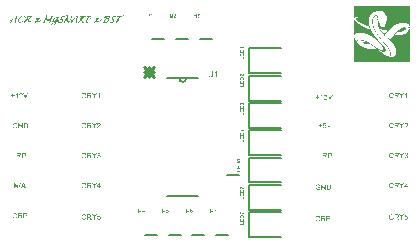
<source format=gto>
G04*
G04 #@! TF.GenerationSoftware,Altium Limited,Altium Designer,24.5.2 (23)*
G04*
G04 Layer_Color=65535*
%FSLAX44Y44*%
%MOMM*%
G71*
G04*
G04 #@! TF.SameCoordinates,334194BA-0611-49C7-9BF9-9A22E77FB9F2*
G04*
G04*
G04 #@! TF.FilePolarity,Positive*
G04*
G01*
G75*
%ADD10C,0.1524*%
%ADD11C,0.2000*%
%ADD12C,0.2644*%
G36*
X1163485Y676391D02*
X1163482Y658027D01*
X1163449Y658033D01*
X1163436Y658046D01*
X1163430Y658085D01*
X1163436Y658101D01*
X1163438Y658264D01*
X1163433Y658286D01*
X1163419Y658316D01*
X1163408Y658354D01*
X1163411Y658467D01*
X1163392Y658497D01*
X1163375Y658525D01*
X1163370Y658563D01*
X1163375Y658580D01*
X1163378Y658621D01*
X1163372Y658643D01*
X1163362Y658654D01*
X1163351Y658659D01*
X1163326Y658684D01*
X1163328Y658797D01*
X1163315Y658816D01*
X1163307Y658824D01*
X1163296Y658830D01*
X1163282Y658844D01*
X1163276Y658882D01*
X1163282Y658898D01*
X1163285Y658934D01*
X1163279Y658962D01*
X1163265Y658981D01*
X1163254Y658992D01*
X1163249Y659014D01*
X1163243Y659069D01*
X1163232Y659080D01*
X1163221Y659107D01*
X1163213Y659149D01*
X1163202Y659171D01*
X1163191Y659176D01*
X1163177Y659190D01*
X1163166Y659228D01*
X1163172Y659250D01*
X1163164Y659281D01*
X1163153Y659297D01*
X1163142Y659303D01*
X1163122Y659322D01*
X1163117Y659344D01*
X1163106Y659393D01*
X1163067Y659448D01*
X1163059Y659479D01*
X1163048Y659506D01*
X1163040Y659514D01*
X1163034Y659525D01*
X1163023Y659536D01*
X1163012Y659580D01*
X1162996Y659608D01*
X1162982Y659621D01*
X1162971Y659627D01*
X1162957Y659657D01*
X1162952Y659701D01*
X1162924Y659740D01*
X1162897Y659784D01*
X1162891Y659795D01*
X1162864Y659822D01*
X1162848Y659861D01*
X1162831Y659888D01*
X1162809Y659910D01*
X1162803Y659921D01*
X1162776Y659965D01*
X1162770Y659976D01*
X1162743Y660025D01*
X1162710Y660048D01*
X1162694Y660086D01*
X1162688Y660119D01*
X1162680Y660127D01*
X1162669Y660133D01*
X1162658Y660144D01*
X1162647Y660149D01*
X1162619Y660182D01*
X1162603Y660199D01*
X1162595Y660201D01*
X1162589Y660212D01*
X1162553Y660248D01*
X1162542Y660254D01*
X1162520Y660287D01*
X1162496Y660311D01*
X1162474Y660366D01*
X1162454Y660391D01*
X1162443Y660397D01*
X1162424Y660416D01*
X1162419Y660427D01*
X1162399Y660446D01*
X1162388Y660452D01*
X1162369Y660471D01*
X1162364Y660482D01*
X1162339Y660507D01*
X1162328Y660512D01*
X1162320Y660520D01*
X1162314Y660531D01*
X1162295Y660551D01*
X1162284Y660556D01*
X1162265Y660575D01*
X1162259Y660586D01*
X1162245Y660600D01*
X1162207Y660611D01*
X1162185Y660617D01*
X1162160Y660641D01*
X1162155Y660652D01*
X1162135Y660671D01*
X1162125Y660677D01*
X1162116Y660685D01*
X1162111Y660696D01*
X1162086Y660721D01*
X1162075Y660726D01*
X1162061Y660740D01*
X1162056Y660751D01*
X1162042Y660765D01*
X1162020Y660770D01*
X1161984Y660779D01*
X1161965Y660792D01*
X1161946Y660823D01*
X1161938Y660831D01*
X1161899Y660836D01*
X1161877Y660842D01*
X1161811Y660908D01*
X1161762Y660930D01*
X1161740Y660935D01*
X1161701Y660963D01*
X1161663Y660979D01*
X1161622Y660988D01*
X1161600Y660999D01*
X1161594Y661010D01*
X1161569Y661034D01*
X1161534Y661042D01*
X1161506Y661053D01*
X1161492Y661067D01*
X1161481Y661073D01*
X1161454Y661084D01*
X1161418Y661097D01*
X1161388Y661117D01*
X1161377Y661128D01*
X1161338Y661139D01*
X1161303Y661147D01*
X1161283Y661161D01*
X1161251Y661194D01*
X1161215Y661202D01*
X1161187Y661213D01*
X1161173Y661227D01*
X1161162Y661232D01*
X1161135Y661243D01*
X1161107Y661260D01*
X1161096Y661271D01*
X1161075Y661276D01*
X1161020Y661282D01*
X1161009Y661293D01*
X1160998Y661298D01*
X1160970Y661309D01*
X1160932Y661315D01*
X1160901Y661339D01*
X1160871Y661353D01*
X1160844Y661370D01*
X1160822Y661392D01*
X1160800Y661397D01*
X1160761Y661403D01*
X1160725Y661411D01*
X1160682Y661422D01*
X1160648Y661444D01*
X1160635Y661458D01*
X1160604Y661466D01*
X1160547Y661463D01*
X1160527Y661482D01*
X1160522Y661493D01*
X1160508Y661507D01*
X1160453Y661513D01*
X1160415Y661518D01*
X1160360Y661556D01*
X1160338Y661562D01*
X1160299Y661590D01*
X1160277Y661595D01*
X1160244Y661590D01*
X1160190Y661622D01*
X1160167Y661628D01*
X1160151Y661622D01*
X1160118Y661628D01*
X1160079Y661656D01*
X1160052Y661666D01*
X1160016Y661669D01*
X1159975Y661666D01*
X1159959Y661672D01*
X1159937Y661677D01*
X1159926Y661689D01*
X1159915Y661694D01*
X1159904Y661705D01*
X1159876Y661716D01*
X1159810Y661721D01*
X1159772Y661760D01*
X1159717Y661755D01*
X1159700Y661749D01*
X1159667Y661755D01*
X1159607Y661782D01*
X1159582Y661785D01*
X1159524Y661782D01*
X1159489Y661801D01*
X1159483Y661812D01*
X1159458Y661826D01*
X1159420Y661831D01*
X1159365Y661826D01*
X1159335Y661834D01*
X1159313Y661856D01*
X1159307Y661867D01*
X1159271Y661881D01*
X1159216Y661875D01*
X1159150Y661881D01*
X1159134Y661886D01*
X1159096Y661903D01*
X1159057Y661914D01*
X1159024Y661908D01*
X1158997Y661897D01*
X1158963Y661903D01*
X1158936Y661930D01*
X1158898Y661941D01*
X1158768Y661939D01*
X1158749Y661952D01*
X1158735Y661966D01*
X1158730Y661977D01*
X1158722Y661985D01*
X1158700Y661991D01*
X1158612Y661985D01*
X1158518Y661991D01*
X1158463Y662029D01*
X1158441Y662035D01*
X1158194Y662040D01*
X1158155Y662062D01*
X1158144Y662073D01*
X1158106Y662079D01*
X1158078Y662068D01*
X1158051Y662062D01*
X1158035Y662068D01*
X1157793Y662062D01*
X1157776Y662057D01*
X1157743Y662062D01*
X1157727Y662079D01*
X1157699Y662090D01*
X1157663Y662098D01*
X1156490Y662101D01*
X1156437Y662065D01*
X1156402Y662062D01*
X1156385Y662068D01*
X1156028Y662062D01*
X1155967Y662035D01*
X1155709Y662029D01*
X1155679Y662005D01*
X1155665Y661991D01*
X1155643Y661985D01*
X1155437Y661988D01*
X1155415Y661977D01*
X1155409Y661966D01*
X1155396Y661947D01*
X1155368Y661936D01*
X1155313Y661941D01*
X1155181Y661936D01*
X1155121Y661908D01*
X1155082Y661903D01*
X1155055Y661914D01*
X1155033Y661919D01*
X1155005Y661914D01*
X1154978Y661886D01*
X1154950Y661875D01*
X1154816Y661878D01*
X1154788Y661867D01*
X1154763Y661831D01*
X1154742Y661826D01*
X1154651Y661829D01*
X1154623Y661818D01*
X1154599Y661787D01*
X1154571Y661777D01*
X1154549Y661782D01*
X1154428Y661777D01*
X1154398Y661752D01*
X1154390Y661743D01*
X1154368Y661738D01*
X1154337Y661746D01*
X1154313Y661755D01*
X1154277Y661741D01*
X1154219Y661716D01*
X1154120Y661711D01*
X1154087Y661677D01*
X1154049Y661666D01*
X1153983Y661672D01*
X1153966Y661666D01*
X1153939Y661650D01*
X1153917Y661628D01*
X1153895Y661622D01*
X1153834Y661617D01*
X1153812Y661595D01*
X1153793Y661592D01*
X1153763Y661600D01*
X1153735Y661595D01*
X1153708Y661568D01*
X1153686Y661562D01*
X1153625Y661556D01*
X1153595Y661532D01*
X1153549Y661513D01*
X1153483Y661507D01*
X1153452Y661482D01*
X1153450Y661474D01*
X1153422Y661463D01*
X1153378Y661469D01*
X1153340Y661441D01*
X1153323Y661436D01*
X1153268Y661441D01*
X1153257Y661436D01*
X1153230Y661408D01*
X1153208Y661403D01*
X1153147Y661397D01*
X1153117Y661372D01*
X1153092Y661359D01*
X1153070Y661353D01*
X1153004Y661348D01*
X1152974Y661323D01*
X1152960Y661309D01*
X1152911Y661287D01*
X1152889Y661282D01*
X1152845Y661276D01*
X1152795Y661254D01*
X1152751Y661243D01*
X1152699Y661235D01*
X1152666Y661208D01*
X1152611Y661180D01*
X1152592Y661161D01*
X1152553Y661150D01*
X1152493Y661144D01*
X1152477Y661139D01*
X1152441Y661125D01*
X1152408Y661097D01*
X1152378Y661084D01*
X1152312Y661078D01*
X1152292Y661059D01*
X1152287Y661048D01*
X1152251Y661034D01*
X1152207Y661029D01*
X1152174Y660996D01*
X1152125Y660974D01*
X1152097Y660963D01*
X1152061Y660949D01*
X1152015Y660930D01*
X1152004Y660924D01*
X1151984Y660911D01*
X1151979Y660900D01*
X1151965Y660886D01*
X1151943Y660880D01*
X1151866Y660875D01*
X1151800Y660831D01*
X1151773Y660820D01*
X1151762Y660814D01*
X1151723Y660787D01*
X1151638Y660768D01*
X1151605Y660740D01*
X1151602Y660732D01*
X1151591Y660726D01*
X1151564Y660715D01*
X1151542Y660710D01*
X1151498Y660682D01*
X1151443Y660660D01*
X1151432Y660655D01*
X1151388Y660628D01*
X1151350Y660617D01*
X1151319Y660608D01*
X1151297Y660592D01*
X1151292Y660581D01*
X1151278Y660567D01*
X1151248Y660559D01*
X1151226Y660553D01*
X1151193Y660526D01*
X1151163Y660512D01*
X1151124Y660490D01*
X1151102Y660468D01*
X1151047Y660446D01*
X1151028Y660427D01*
X1151022Y660416D01*
X1150992Y660402D01*
X1150943Y660397D01*
X1150910Y660364D01*
X1150860Y660342D01*
X1150833Y660331D01*
X1150797Y660317D01*
X1150778Y660303D01*
X1150748Y660273D01*
X1150745Y660265D01*
X1150734Y660259D01*
X1150706Y660248D01*
X1150676Y660240D01*
X1150646Y660221D01*
X1150629Y660204D01*
X1150591Y660193D01*
X1150539Y660174D01*
X1150519Y660160D01*
X1150497Y660138D01*
X1150486Y660133D01*
X1150453Y660100D01*
X1150415Y660083D01*
X1150393Y660078D01*
X1150363Y660053D01*
X1150343Y660034D01*
X1150332Y660028D01*
X1150294Y660001D01*
X1150267Y659990D01*
X1150245Y659984D01*
X1150214Y659976D01*
X1150181Y659949D01*
X1150151Y659918D01*
X1150140Y659913D01*
X1150113Y659885D01*
X1150085Y659874D01*
X1150047Y659852D01*
X1150019Y659825D01*
X1149992Y659814D01*
X1149953Y659792D01*
X1149937Y659775D01*
X1149929Y659773D01*
X1149923Y659762D01*
X1149893Y659731D01*
X1149840Y659723D01*
X1149813Y659701D01*
X1149799Y659676D01*
X1149772Y659665D01*
X1149731Y659657D01*
X1149709Y659635D01*
X1149703Y659624D01*
X1149695Y659616D01*
X1149684Y659610D01*
X1149673Y659599D01*
X1149662Y659594D01*
X1149634Y659566D01*
X1149582Y659547D01*
X1149560Y659525D01*
X1149555Y659514D01*
X1149546Y659506D01*
X1149535Y659501D01*
X1149497Y659462D01*
X1149469Y659451D01*
X1149447Y659445D01*
X1149412Y659421D01*
X1149406Y659410D01*
X1149390Y659393D01*
X1149384Y659382D01*
X1149360Y659358D01*
X1149307Y659338D01*
X1149241Y659283D01*
X1149217Y659248D01*
X1149189Y659237D01*
X1149162Y659220D01*
X1149145Y659204D01*
X1149087Y659173D01*
X1149082Y659162D01*
X1149063Y659138D01*
X1149052Y659132D01*
X1149021Y659102D01*
X1149016Y659091D01*
X1149008Y659083D01*
X1148947Y659050D01*
X1148914Y659028D01*
X1148887Y659011D01*
X1148873Y658997D01*
X1148867Y658987D01*
X1148854Y658973D01*
X1148843Y658967D01*
X1148818Y658942D01*
X1148812Y658932D01*
X1148799Y658918D01*
X1148788Y658912D01*
X1148768Y658893D01*
X1148763Y658882D01*
X1148744Y658863D01*
X1148733Y658857D01*
X1148700Y658824D01*
X1148670Y658816D01*
X1148642Y658805D01*
X1148634Y658797D01*
X1148626Y658794D01*
X1148620Y658783D01*
X1148604Y658767D01*
X1148598Y658756D01*
X1148359Y658516D01*
X1148337Y658511D01*
X1148301Y658497D01*
X1148285Y658481D01*
X1148279Y658470D01*
X1148266Y658456D01*
X1148254Y658450D01*
X1148230Y658426D01*
X1148224Y658415D01*
X1148211Y658401D01*
X1148199Y658395D01*
X1148175Y658371D01*
X1148169Y658360D01*
X1148156Y658346D01*
X1148145Y658341D01*
X1148125Y658321D01*
X1148120Y658310D01*
X1148106Y658297D01*
X1148095Y658291D01*
X1148070Y658266D01*
X1148065Y658255D01*
X1148051Y658242D01*
X1148040Y658236D01*
X1148021Y658217D01*
X1148015Y658206D01*
X1148002Y658192D01*
X1147991Y658187D01*
X1147960Y658162D01*
X1147955Y658151D01*
X1147947Y658143D01*
X1147936Y658137D01*
X1147911Y658112D01*
X1147905Y658101D01*
X1147892Y658088D01*
X1147881Y658082D01*
X1147856Y658057D01*
X1147850Y658046D01*
X1147842Y658038D01*
X1147831Y658033D01*
X1147801Y658002D01*
X1147795Y657991D01*
X1147787Y657983D01*
X1147776Y657978D01*
X1147751Y657953D01*
X1147746Y657942D01*
X1147732Y657928D01*
X1147721Y657923D01*
X1147697Y657898D01*
X1147691Y657887D01*
X1147683Y657879D01*
X1147661Y657873D01*
X1147625Y657865D01*
X1147603Y657843D01*
X1147598Y657832D01*
X1147584Y657818D01*
X1147573Y657813D01*
X1147548Y657788D01*
X1147543Y657777D01*
X1147529Y657763D01*
X1147518Y657758D01*
X1147493Y657733D01*
X1147488Y657722D01*
X1147479Y657714D01*
X1147468Y657708D01*
X1147444Y657684D01*
X1147438Y657673D01*
X1147424Y657659D01*
X1147413Y657653D01*
X1147389Y657629D01*
X1147383Y657618D01*
X1147369Y657604D01*
X1147358Y657598D01*
X1147334Y657574D01*
X1147328Y657563D01*
X1147320Y657554D01*
X1147309Y657549D01*
X1147284Y657524D01*
X1147279Y657513D01*
X1147265Y657499D01*
X1147254Y657494D01*
X1147229Y657469D01*
X1147224Y657458D01*
X1147215Y657450D01*
X1147205Y657445D01*
X1147180Y657420D01*
X1147174Y657409D01*
X1147160Y657395D01*
X1147150Y657390D01*
X1147130Y657376D01*
X1147125Y657365D01*
X1147100Y657340D01*
X1147089Y657335D01*
X1147075Y657321D01*
X1147070Y657310D01*
X1147045Y657285D01*
X1147037Y657282D01*
X1147031Y657271D01*
X1147020Y657260D01*
X1147015Y657249D01*
X1147001Y657235D01*
X1146990Y657230D01*
X1146979Y657219D01*
X1146971Y657216D01*
X1146965Y657205D01*
X1146941Y657181D01*
X1146930Y657175D01*
X1146916Y657161D01*
X1146910Y657150D01*
X1146886Y657126D01*
X1146875Y657120D01*
X1146853Y657087D01*
X1146842Y657076D01*
X1146831Y657071D01*
X1146806Y657046D01*
X1146800Y657035D01*
X1146792Y657027D01*
X1146781Y657021D01*
X1146756Y656996D01*
X1146751Y656985D01*
X1146737Y656972D01*
X1146726Y656966D01*
X1146702Y656941D01*
X1146696Y656930D01*
X1146688Y656922D01*
X1146677Y656917D01*
X1146652Y656892D01*
X1146646Y656881D01*
X1146633Y656867D01*
X1146622Y656862D01*
X1146597Y656837D01*
X1146591Y656826D01*
X1146578Y656812D01*
X1146567Y656807D01*
X1146542Y656782D01*
X1146536Y656771D01*
X1146528Y656763D01*
X1146517Y656757D01*
X1146493Y656732D01*
X1146487Y656721D01*
X1146473Y656708D01*
X1146462Y656702D01*
X1146438Y656678D01*
X1146432Y656667D01*
X1146424Y656658D01*
X1146413Y656653D01*
X1146388Y656628D01*
X1146383Y656617D01*
X1146369Y656603D01*
X1146358Y656598D01*
X1146339Y656584D01*
X1146333Y656573D01*
X1146308Y656548D01*
X1146297Y656543D01*
X1146284Y656529D01*
X1146278Y656518D01*
X1146253Y656493D01*
X1146245Y656491D01*
X1146240Y656480D01*
X1146229Y656469D01*
X1146223Y656458D01*
X1146209Y656444D01*
X1146201Y656441D01*
X1146198Y656438D01*
X1146187Y656427D01*
X1146179Y656425D01*
X1146174Y656414D01*
X1146149Y656389D01*
X1146138Y656383D01*
X1146124Y656370D01*
X1146119Y656359D01*
X1146094Y656334D01*
X1146083Y656329D01*
X1146061Y656295D01*
X1146050Y656284D01*
X1146039Y656279D01*
X1146014Y656254D01*
X1146009Y656243D01*
X1146001Y656235D01*
X1145990Y656229D01*
X1145965Y656205D01*
X1145959Y656194D01*
X1145946Y656180D01*
X1145935Y656174D01*
X1145910Y656150D01*
X1145904Y656139D01*
X1145896Y656131D01*
X1145885Y656125D01*
X1145860Y656100D01*
X1145855Y656089D01*
X1145841Y656076D01*
X1145830Y656070D01*
X1145805Y656045D01*
X1145800Y656034D01*
X1145786Y656021D01*
X1145775Y656015D01*
X1145750Y655990D01*
X1145745Y655979D01*
X1145737Y655971D01*
X1145726Y655966D01*
X1145701Y655941D01*
X1145695Y655930D01*
X1145682Y655916D01*
X1145671Y655911D01*
X1145646Y655886D01*
X1145640Y655875D01*
X1145632Y655867D01*
X1145621Y655861D01*
X1145596Y655836D01*
X1145591Y655826D01*
X1145577Y655812D01*
X1145566Y655806D01*
X1145547Y655792D01*
X1145542Y655781D01*
X1145517Y655757D01*
X1145506Y655751D01*
X1145492Y655738D01*
X1145487Y655726D01*
X1145462Y655702D01*
X1145453Y655699D01*
X1145448Y655688D01*
X1145437Y655677D01*
X1145432Y655666D01*
X1145418Y655652D01*
X1145407Y655647D01*
X1145396Y655636D01*
X1145388Y655633D01*
X1145382Y655622D01*
X1145357Y655597D01*
X1145346Y655592D01*
X1145333Y655578D01*
X1145327Y655567D01*
X1145302Y655542D01*
X1145291Y655537D01*
X1145269Y655504D01*
X1145258Y655493D01*
X1145247Y655487D01*
X1145223Y655463D01*
X1145217Y655452D01*
X1145209Y655443D01*
X1145198Y655438D01*
X1145173Y655413D01*
X1145168Y655402D01*
X1145154Y655388D01*
X1145143Y655383D01*
X1145118Y655358D01*
X1145113Y655347D01*
X1145104Y655339D01*
X1145093Y655333D01*
X1145069Y655309D01*
X1145063Y655298D01*
X1145050Y655284D01*
X1145039Y655278D01*
X1145025Y655270D01*
X1145014Y655243D01*
X1145008Y655204D01*
X1144989Y655185D01*
X1144978Y655180D01*
X1144964Y655166D01*
X1144948Y655138D01*
X1144939Y655130D01*
X1144929Y655125D01*
X1144904Y655100D01*
X1144898Y655089D01*
X1144885Y655075D01*
X1144874Y655070D01*
X1144854Y655050D01*
X1144849Y655039D01*
X1144835Y655026D01*
X1144824Y655020D01*
X1144794Y654995D01*
X1144788Y654984D01*
X1144780Y654976D01*
X1144769Y654971D01*
X1144744Y654946D01*
X1144739Y654935D01*
X1144725Y654921D01*
X1144714Y654916D01*
X1144689Y654891D01*
X1144684Y654880D01*
X1144676Y654872D01*
X1144665Y654866D01*
X1144634Y654836D01*
X1144629Y654825D01*
X1144621Y654817D01*
X1144610Y654811D01*
X1144585Y654786D01*
X1144579Y654775D01*
X1144566Y654762D01*
X1144555Y654756D01*
X1144530Y654732D01*
X1144525Y654721D01*
X1144516Y654712D01*
X1144505Y654707D01*
X1144492Y654693D01*
X1144486Y654682D01*
X1144461Y654652D01*
X1144450Y654646D01*
X1144431Y654627D01*
X1144426Y654616D01*
X1144412Y654602D01*
X1144401Y654597D01*
X1144376Y654572D01*
X1144370Y654561D01*
X1144357Y654547D01*
X1144346Y654542D01*
X1144327Y654522D01*
X1144321Y654512D01*
X1144307Y654498D01*
X1144296Y654492D01*
X1144272Y654468D01*
X1144266Y654457D01*
X1144252Y654443D01*
X1144241Y654437D01*
X1144217Y654413D01*
X1144211Y654402D01*
X1144197Y654388D01*
X1144186Y654382D01*
X1144167Y654363D01*
X1144162Y654352D01*
X1144148Y654338D01*
X1144137Y654333D01*
X1144112Y654308D01*
X1144107Y654297D01*
X1144093Y654283D01*
X1144082Y654278D01*
X1144063Y654259D01*
X1144057Y654248D01*
X1144043Y654234D01*
X1144032Y654228D01*
X1144013Y654209D01*
X1143997Y654165D01*
X1143978Y654146D01*
X1143925Y654127D01*
X1143898Y654099D01*
X1143892Y654088D01*
X1143884Y654080D01*
X1143873Y654074D01*
X1143859Y654061D01*
X1143848Y654022D01*
X1143837Y653995D01*
X1143145Y653302D01*
X1143136Y653272D01*
X1143125Y653244D01*
X1143098Y653217D01*
X1143087Y653211D01*
X1143073Y653198D01*
X1143068Y653187D01*
X1143048Y653167D01*
X1143037Y653162D01*
X1143018Y653143D01*
X1143013Y653132D01*
X1142988Y653107D01*
X1142977Y653102D01*
X1142963Y653088D01*
X1142958Y653077D01*
X1142944Y653063D01*
X1142933Y653057D01*
X1142908Y653033D01*
X1142903Y653022D01*
X1142889Y653008D01*
X1142878Y653002D01*
X1142859Y652983D01*
X1142853Y652972D01*
X1142834Y652953D01*
X1142823Y652947D01*
X1142804Y652928D01*
X1142798Y652917D01*
X1142785Y652904D01*
X1142774Y652898D01*
X1142754Y652879D01*
X1142749Y652868D01*
X1142729Y652849D01*
X1142719Y652843D01*
X1142699Y652824D01*
X1142694Y652813D01*
X1142675Y652794D01*
X1142664Y652788D01*
X1142644Y652769D01*
X1142639Y652758D01*
X1142625Y652744D01*
X1142614Y652739D01*
X1142595Y652719D01*
X1142589Y652708D01*
X1142570Y652689D01*
X1142559Y652684D01*
X1142545Y652670D01*
X1142540Y652659D01*
X1142529Y652648D01*
X1142523Y652637D01*
X1142501Y652615D01*
X1142490Y652587D01*
X1142468Y652549D01*
X1142460Y652541D01*
X1142449Y652535D01*
X1142435Y652522D01*
X1142430Y652511D01*
X1142416Y652491D01*
X1142405Y652486D01*
X1142375Y652461D01*
X1142370Y652450D01*
X1142356Y652436D01*
X1142345Y652431D01*
X1142320Y652406D01*
X1142315Y652395D01*
X1142301Y652381D01*
X1142290Y652376D01*
X1142276Y652362D01*
X1142271Y652351D01*
X1142257Y652332D01*
X1142246Y652326D01*
X1142215Y652302D01*
X1142202Y652266D01*
X1142194Y652258D01*
X1142188Y652247D01*
X1142172Y652230D01*
X1142166Y652219D01*
X1142155Y652192D01*
X1142150Y652170D01*
X1142133Y652142D01*
X1142111Y652093D01*
X1142117Y651867D01*
X1142141Y651842D01*
X1142152Y651837D01*
X1142161Y651807D01*
X1142155Y651785D01*
X1142161Y651752D01*
X1142172Y651741D01*
X1142183Y651713D01*
X1142202Y651661D01*
X1142229Y651634D01*
X1142240Y651628D01*
X1142265Y651603D01*
X1142271Y651592D01*
X1142279Y651584D01*
X1142290Y651579D01*
X1142309Y651559D01*
X1142323Y651502D01*
X1142339Y651485D01*
X1142350Y651480D01*
X1142381Y651450D01*
X1142386Y651439D01*
X1142405Y651425D01*
X1142430Y651400D01*
X1142435Y651389D01*
X1142444Y651381D01*
X1142455Y651375D01*
X1142485Y651345D01*
X1142490Y651334D01*
X1142510Y651320D01*
X1142534Y651295D01*
X1142540Y651284D01*
X1142548Y651276D01*
X1142559Y651271D01*
X1142589Y651241D01*
X1142595Y651230D01*
X1142603Y651221D01*
X1142614Y651216D01*
X1142644Y651186D01*
X1142650Y651175D01*
X1142683Y651147D01*
X1142694Y651136D01*
X1142699Y651125D01*
X1142708Y651117D01*
X1142719Y651111D01*
X1142749Y651081D01*
X1142754Y651070D01*
X1142922Y650902D01*
X1142933Y650897D01*
X1142958Y650872D01*
X1142963Y650861D01*
X1142971Y650853D01*
X1142982Y650847D01*
X1143013Y650817D01*
X1143018Y650806D01*
X1143037Y650792D01*
X1143062Y650768D01*
X1143068Y650757D01*
X1143076Y650749D01*
X1143087Y650743D01*
X1143117Y650713D01*
X1143123Y650702D01*
X1143131Y650694D01*
X1143142Y650688D01*
X1143172Y650658D01*
X1143178Y650647D01*
X1143197Y650633D01*
X1143222Y650608D01*
X1143227Y650597D01*
X1143235Y650589D01*
X1143246Y650584D01*
X1143277Y650553D01*
X1143282Y650542D01*
X1143315Y650515D01*
X1143326Y650504D01*
X1143332Y650493D01*
X1143340Y650485D01*
X1143351Y650479D01*
X1143381Y650449D01*
X1143387Y650438D01*
X1143395Y650430D01*
X1143406Y650424D01*
X1143436Y650394D01*
X1143441Y650383D01*
X1143461Y650369D01*
X1143485Y650344D01*
X1143491Y650333D01*
X1143499Y650325D01*
X1143510Y650320D01*
X1143540Y650290D01*
X1143546Y650278D01*
X1143714Y650111D01*
X1143725Y650105D01*
X1143749Y650081D01*
X1143755Y650070D01*
X1143763Y650061D01*
X1143774Y650056D01*
X1143804Y650026D01*
X1143810Y650015D01*
X1143829Y650001D01*
X1143854Y649976D01*
X1143859Y649965D01*
X1143867Y649957D01*
X1143912Y649946D01*
X1143939Y649929D01*
X1143947Y649921D01*
X1143953Y649910D01*
X1143972Y649891D01*
X1143983Y649885D01*
X1144008Y649861D01*
X1144013Y649850D01*
X1144032Y649836D01*
X1144063Y649806D01*
X1144068Y649795D01*
X1144087Y649781D01*
X1144112Y649756D01*
X1144118Y649745D01*
X1144126Y649737D01*
X1144137Y649732D01*
X1144167Y649701D01*
X1144173Y649690D01*
X1144192Y649677D01*
X1144222Y649646D01*
X1144228Y649635D01*
X1144247Y649622D01*
X1144272Y649597D01*
X1144277Y649586D01*
X1144285Y649578D01*
X1144296Y649572D01*
X1144332Y649536D01*
X1144335Y649528D01*
X1144346Y649523D01*
X1144538Y649330D01*
X1144566Y649319D01*
X1144604Y649297D01*
X1144890Y649011D01*
X1144937Y649003D01*
X1144956Y648989D01*
X1144964Y648981D01*
X1144970Y648970D01*
X1144984Y648956D01*
X1144995Y648951D01*
X1145019Y648926D01*
X1145025Y648915D01*
X1145039Y648901D01*
X1145050Y648896D01*
X1145069Y648877D01*
X1145074Y648866D01*
X1145088Y648852D01*
X1145099Y648846D01*
X1145124Y648822D01*
X1145129Y648811D01*
X1145143Y648797D01*
X1145181Y648792D01*
X1145203Y648786D01*
X1145223Y648767D01*
X1145228Y648756D01*
X1145247Y648736D01*
X1145258Y648731D01*
X1145278Y648712D01*
X1145283Y648701D01*
X1145313Y648671D01*
X1145324Y648665D01*
X1145346Y648643D01*
X1145374Y648632D01*
X1145409Y648618D01*
X1145421Y648607D01*
X1145426Y648596D01*
X1145456Y648566D01*
X1145467Y648561D01*
X1145475Y648552D01*
X1145481Y648541D01*
X1145511Y648511D01*
X1145522Y648506D01*
X1145533Y648495D01*
X1145561Y648484D01*
X1145599Y648462D01*
X1145717Y648343D01*
X1145720Y648335D01*
X1145748Y648324D01*
X1145783Y648316D01*
X1145811Y648294D01*
X1145816Y648283D01*
X1145830Y648269D01*
X1145852Y648264D01*
X1145885Y648258D01*
X1145910Y648233D01*
X1145915Y648223D01*
X1145946Y648209D01*
X1145981Y648201D01*
X1145990Y648192D01*
X1146001Y648187D01*
X1146017Y648170D01*
X1146039Y648165D01*
X1146248Y648170D01*
X1146278Y648195D01*
X1146292Y648209D01*
X1146322Y648217D01*
X1146341Y648231D01*
X1146358Y648247D01*
X1146369Y648253D01*
X1146380Y648264D01*
X1146479Y648319D01*
X1146493Y648332D01*
X1146498Y648343D01*
X1146523Y648368D01*
X1146534Y648374D01*
X1146547Y648387D01*
X1146553Y648398D01*
X1146578Y648423D01*
X1146589Y648429D01*
X1146597Y648437D01*
X1146602Y648448D01*
X1146627Y648473D01*
X1146638Y648478D01*
X1146652Y648492D01*
X1146657Y648503D01*
X1146682Y648528D01*
X1146693Y648533D01*
X1146702Y648541D01*
X1146707Y648552D01*
X1146737Y648583D01*
X1146748Y648588D01*
X1146756Y648596D01*
X1146762Y648607D01*
X1146787Y648632D01*
X1146798Y648637D01*
X1146811Y648651D01*
X1146817Y648662D01*
X1146842Y648687D01*
X1146853Y648692D01*
X1146861Y648701D01*
X1146866Y648712D01*
X1146891Y648736D01*
X1146902Y648742D01*
X1146916Y648756D01*
X1146921Y648767D01*
X1146946Y648792D01*
X1146957Y648797D01*
X1146965Y648805D01*
X1146971Y648816D01*
X1147001Y648846D01*
X1147012Y648852D01*
X1147020Y648860D01*
X1147026Y648871D01*
X1147050Y648896D01*
X1147061Y648901D01*
X1147075Y648915D01*
X1147081Y648926D01*
X1147105Y648951D01*
X1147116Y648956D01*
X1147125Y648965D01*
X1147130Y648976D01*
X1147155Y649000D01*
X1147166Y649006D01*
X1147180Y649020D01*
X1147185Y649031D01*
X1147210Y649055D01*
X1147221Y649061D01*
X1147229Y649069D01*
X1147235Y649080D01*
X1147265Y649110D01*
X1147276Y649116D01*
X1147284Y649124D01*
X1147290Y649135D01*
X1147314Y649160D01*
X1147325Y649165D01*
X1147339Y649179D01*
X1147345Y649190D01*
X1147369Y649215D01*
X1147380Y649220D01*
X1147389Y649229D01*
X1147394Y649240D01*
X1147419Y649264D01*
X1147430Y649270D01*
X1147444Y649284D01*
X1147449Y649295D01*
X1147474Y649319D01*
X1147485Y649325D01*
X1147493Y649333D01*
X1147499Y649344D01*
X1147529Y649374D01*
X1147540Y649380D01*
X1147548Y649388D01*
X1147554Y649399D01*
X1147578Y649424D01*
X1147589Y649429D01*
X1147603Y649443D01*
X1147608Y649454D01*
X1147633Y649479D01*
X1147644Y649484D01*
X1147653Y649492D01*
X1147658Y649503D01*
X1147683Y649528D01*
X1147694Y649534D01*
X1147708Y649547D01*
X1147713Y649558D01*
X1147738Y649583D01*
X1147749Y649589D01*
X1147757Y649597D01*
X1147763Y649608D01*
X1147793Y649638D01*
X1147804Y649644D01*
X1147812Y649652D01*
X1147817Y649663D01*
X1147842Y649688D01*
X1147853Y649693D01*
X1147867Y649707D01*
X1147872Y649718D01*
X1147897Y649743D01*
X1147908Y649748D01*
X1147916Y649756D01*
X1147922Y649767D01*
X1147947Y649792D01*
X1147958Y649798D01*
X1147971Y649811D01*
X1147977Y649822D01*
X1148002Y649847D01*
X1148013Y649853D01*
X1148021Y649861D01*
X1148026Y649872D01*
X1148057Y649902D01*
X1148068Y649907D01*
X1148076Y649916D01*
X1148081Y649927D01*
X1148106Y649951D01*
X1148117Y649957D01*
X1148131Y649971D01*
X1148136Y649982D01*
X1148161Y650006D01*
X1148172Y650012D01*
X1148180Y650020D01*
X1148186Y650031D01*
X1148211Y650056D01*
X1148222Y650061D01*
X1148235Y650075D01*
X1148241Y650086D01*
X1148266Y650111D01*
X1148277Y650116D01*
X1148285Y650125D01*
X1148290Y650136D01*
X1148320Y650166D01*
X1148332Y650171D01*
X1148340Y650180D01*
X1148345Y650191D01*
X1148370Y650215D01*
X1148381Y650221D01*
X1148395Y650235D01*
X1148400Y650246D01*
X1148425Y650270D01*
X1148436Y650276D01*
X1148444Y650284D01*
X1148450Y650295D01*
X1148474Y650320D01*
X1148485Y650325D01*
X1148499Y650339D01*
X1148505Y650350D01*
X1148529Y650375D01*
X1148540Y650380D01*
X1148549Y650388D01*
X1148554Y650399D01*
X1148584Y650430D01*
X1148595Y650435D01*
X1148604Y650443D01*
X1148609Y650454D01*
X1148634Y650479D01*
X1148645Y650485D01*
X1148659Y650498D01*
X1148691Y650559D01*
X1148738Y650628D01*
X1148749Y650633D01*
X1148774Y650658D01*
X1148780Y650669D01*
X1148788Y650677D01*
X1148799Y650683D01*
X1148829Y650713D01*
X1148835Y650724D01*
X1148843Y650732D01*
X1148854Y650738D01*
X1148870Y650754D01*
X1148881Y650760D01*
X1148906Y650784D01*
X1148928Y650845D01*
X1148953Y650875D01*
X1149052Y650974D01*
X1149060Y650977D01*
X1149071Y651004D01*
X1149079Y651040D01*
X1149096Y651062D01*
X1149107Y651067D01*
X1149131Y651092D01*
X1149137Y651103D01*
X1149151Y651117D01*
X1149162Y651122D01*
X1149181Y651142D01*
X1149186Y651153D01*
X1149200Y651166D01*
X1149211Y651172D01*
X1149266Y651227D01*
X1149274Y651230D01*
X1149280Y651241D01*
X1149291Y651268D01*
X1149296Y651301D01*
X1149315Y651320D01*
X1149326Y651326D01*
X1149346Y651345D01*
X1149351Y651356D01*
X1149370Y651375D01*
X1149381Y651381D01*
X1149401Y651400D01*
X1149406Y651411D01*
X1149417Y651422D01*
X1149423Y651433D01*
X1149439Y651450D01*
X1149458Y651502D01*
X1149467Y651510D01*
X1149469Y651518D01*
X1149480Y651524D01*
X1149648Y651691D01*
X1149654Y651702D01*
X1149681Y651752D01*
X1149720Y651801D01*
X1149728Y651810D01*
X1149739Y651815D01*
X1149753Y651829D01*
X1149758Y651840D01*
X1149788Y651870D01*
X1149799Y651876D01*
X1149808Y651884D01*
X1149813Y651895D01*
X1149838Y651919D01*
X1149849Y651925D01*
X1149857Y651933D01*
X1149863Y651955D01*
X1149871Y651991D01*
X1149882Y652008D01*
X1149893Y652013D01*
X1149923Y652043D01*
X1149929Y652054D01*
X1149937Y652062D01*
X1149948Y652068D01*
X1149978Y652098D01*
X1149983Y652109D01*
X1149992Y652117D01*
X1150003Y652123D01*
X1150027Y652148D01*
X1150033Y652159D01*
X1150041Y652167D01*
X1150052Y652172D01*
X1150063Y652183D01*
X1150074Y652189D01*
X1150102Y652222D01*
X1150113Y652227D01*
X1150132Y652247D01*
X1150140Y652299D01*
X1150154Y652318D01*
X1150173Y652332D01*
X1150192Y652351D01*
X1150198Y652362D01*
X1150212Y652376D01*
X1150223Y652381D01*
X1150247Y652406D01*
X1150253Y652417D01*
X1150261Y652425D01*
X1150272Y652431D01*
X1150297Y652456D01*
X1150302Y652467D01*
X1150316Y652480D01*
X1150327Y652486D01*
X1150352Y652511D01*
X1150357Y652522D01*
X1150366Y652530D01*
X1150377Y652535D01*
X1150407Y652565D01*
X1150412Y652576D01*
X1150421Y652585D01*
X1150432Y652590D01*
X1150443Y652601D01*
X1150451Y652604D01*
X1150462Y652631D01*
X1150467Y652670D01*
X1150475Y652684D01*
X1150486Y652689D01*
X1150811Y653014D01*
X1150822Y653019D01*
X1150833Y653030D01*
X1150844Y653036D01*
X1150857Y653060D01*
X1150863Y653082D01*
X1150885Y653121D01*
X1150918Y653154D01*
X1150923Y653165D01*
X1150937Y653178D01*
X1150948Y653184D01*
X1150967Y653203D01*
X1150973Y653214D01*
X1150992Y653233D01*
X1151003Y653239D01*
X1151022Y653258D01*
X1151028Y653269D01*
X1151047Y653288D01*
X1151058Y653294D01*
X1151083Y653319D01*
X1151088Y653330D01*
X1151108Y653343D01*
X1151127Y653363D01*
X1151132Y653374D01*
X1151146Y653387D01*
X1151157Y653393D01*
X1151182Y653418D01*
X1151187Y653429D01*
X1151201Y653442D01*
X1151212Y653448D01*
X1151237Y653473D01*
X1151242Y653484D01*
X1151251Y653492D01*
X1151262Y653497D01*
X1151292Y653528D01*
X1151297Y653539D01*
X1151306Y653547D01*
X1151317Y653552D01*
X1151341Y653577D01*
X1151347Y653588D01*
X1151360Y653602D01*
X1151372Y653607D01*
X1151396Y653632D01*
X1151402Y653643D01*
X1151410Y653651D01*
X1151421Y653657D01*
X1151446Y653681D01*
X1151451Y653692D01*
X1151465Y653706D01*
X1151476Y653712D01*
X1151501Y653736D01*
X1151506Y653747D01*
X1151515Y653756D01*
X1151525Y653761D01*
X1151556Y653791D01*
X1151561Y653802D01*
X1151570Y653811D01*
X1151581Y653816D01*
X1151605Y653841D01*
X1151611Y653852D01*
X1151624Y653866D01*
X1151635Y653871D01*
X1151660Y653896D01*
X1151666Y653907D01*
X1151679Y653921D01*
X1151690Y653926D01*
X1151715Y653951D01*
X1151721Y653962D01*
X1151740Y653976D01*
X1151759Y653995D01*
X1151765Y654006D01*
X1151784Y654025D01*
X1151795Y654031D01*
X1151809Y654044D01*
X1151814Y654055D01*
X1151839Y654080D01*
X1151850Y654085D01*
X1151869Y654105D01*
X1151875Y654116D01*
X1151888Y654129D01*
X1151899Y654135D01*
X1151918Y654154D01*
X1151924Y654165D01*
X1151938Y654179D01*
X1151949Y654184D01*
X1151973Y654209D01*
X1151979Y654220D01*
X1151993Y654234D01*
X1152004Y654239D01*
X1152029Y654264D01*
X1152034Y654275D01*
X1152042Y654283D01*
X1152053Y654289D01*
X1152084Y654319D01*
X1152089Y654330D01*
X1152097Y654338D01*
X1152108Y654344D01*
X1152133Y654369D01*
X1152138Y654380D01*
X1152152Y654393D01*
X1152163Y654399D01*
X1152188Y654424D01*
X1152193Y654435D01*
X1152202Y654443D01*
X1152213Y654448D01*
X1152237Y654473D01*
X1152243Y654484D01*
X1152257Y654498D01*
X1152268Y654503D01*
X1152292Y654528D01*
X1152298Y654539D01*
X1152306Y654547D01*
X1152317Y654553D01*
X1152347Y654583D01*
X1152353Y654594D01*
X1152361Y654602D01*
X1152372Y654608D01*
X1152397Y654632D01*
X1152402Y654643D01*
X1152416Y654657D01*
X1152427Y654663D01*
X1152446Y654682D01*
X1152452Y654693D01*
X1152477Y654718D01*
X1152487Y654723D01*
X1152548Y654756D01*
X1152578Y654781D01*
X1152867Y655070D01*
X1152878Y655075D01*
X1152900Y655097D01*
X1152927Y655108D01*
X1152963Y655122D01*
X1152980Y655138D01*
X1152996Y655166D01*
X1153004Y655174D01*
X1153015Y655180D01*
X1153040Y655204D01*
X1153046Y655215D01*
X1153054Y655223D01*
X1153065Y655229D01*
X1153095Y655259D01*
X1153101Y655270D01*
X1153109Y655278D01*
X1153120Y655284D01*
X1153145Y655309D01*
X1153150Y655320D01*
X1153164Y655333D01*
X1153175Y655339D01*
X1153199Y655358D01*
X1153205Y655369D01*
X1153219Y655383D01*
X1153257Y655388D01*
X1153279Y655394D01*
X1153298Y655413D01*
X1153304Y655424D01*
X1153323Y655443D01*
X1153334Y655449D01*
X1153342Y655457D01*
X1153348Y655468D01*
X1153367Y655493D01*
X1153378Y655498D01*
X1153389Y655509D01*
X1153400Y655515D01*
X1153428Y655548D01*
X1153439Y655553D01*
X1153447Y655562D01*
X1153452Y655573D01*
X1153466Y655592D01*
X1153494Y655603D01*
X1153529Y655611D01*
X1153546Y655622D01*
X1153551Y655633D01*
X1153587Y655669D01*
X1153598Y655674D01*
X1153606Y655683D01*
X1153612Y655694D01*
X1153642Y655724D01*
X1153653Y655729D01*
X1153659Y655740D01*
X1153670Y655746D01*
X1153680Y655757D01*
X1153708Y655768D01*
X1153730Y655773D01*
X1153760Y655798D01*
X1153777Y655815D01*
X1153782Y655826D01*
X1153848Y655891D01*
X1153851Y655900D01*
X1153889Y655916D01*
X1153917Y655927D01*
X1153928Y655938D01*
X1153936Y655941D01*
X1153939Y655949D01*
X1153950Y655955D01*
X1153961Y655966D01*
X1153972Y655971D01*
X1153991Y655990D01*
X1153997Y656001D01*
X1154016Y656021D01*
X1154027Y656026D01*
X1154041Y656040D01*
X1154046Y656051D01*
X1154065Y656070D01*
X1154104Y656076D01*
X1154139Y656095D01*
X1154145Y656106D01*
X1154175Y656136D01*
X1154186Y656142D01*
X1154200Y656161D01*
X1154249Y656210D01*
X1154255Y656221D01*
X1154263Y656229D01*
X1154307Y656240D01*
X1154337Y656254D01*
X1154343Y656265D01*
X1154434Y656356D01*
X1154456Y656361D01*
X1154491Y656375D01*
X1154524Y656408D01*
X1154530Y656419D01*
X1154544Y656433D01*
X1154555Y656438D01*
X1154568Y656452D01*
X1154574Y656463D01*
X1154593Y656482D01*
X1154645Y656491D01*
X1154673Y656513D01*
X1154678Y656524D01*
X1154697Y656543D01*
X1154719Y656548D01*
X1154755Y656557D01*
X1154772Y656573D01*
X1154777Y656584D01*
X1154802Y656609D01*
X1154813Y656614D01*
X1154838Y656639D01*
X1154843Y656650D01*
X1154873Y656664D01*
X1154923Y656691D01*
X1154945Y656713D01*
X1154956Y656719D01*
X1154983Y656746D01*
X1154994Y656752D01*
X1155055Y656785D01*
X1155071Y656801D01*
X1155082Y656807D01*
X1155143Y656845D01*
X1155192Y656873D01*
X1155201Y656881D01*
X1155206Y656892D01*
X1155220Y656911D01*
X1155242Y656917D01*
X1155277Y656925D01*
X1155311Y656952D01*
X1155316Y656963D01*
X1155324Y656972D01*
X1155379Y656994D01*
X1155396Y657010D01*
X1155407Y657016D01*
X1155423Y657032D01*
X1155434Y657038D01*
X1155467Y657071D01*
X1155528Y657093D01*
X1155558Y657117D01*
X1155580Y657139D01*
X1155583Y657148D01*
X1155594Y657153D01*
X1155605Y657164D01*
X1155635Y657172D01*
X1155654Y657181D01*
X1155673Y657200D01*
X1155690Y657227D01*
X1155714Y657235D01*
X1155761Y657244D01*
X1155770Y657252D01*
X1155780Y657258D01*
X1155791Y657274D01*
X1155803Y657280D01*
X1155830Y657290D01*
X1155869Y657312D01*
X1155896Y657340D01*
X1155923Y657351D01*
X1155978Y657384D01*
X1156000Y657390D01*
X1156036Y657403D01*
X1156053Y657420D01*
X1156058Y657431D01*
X1156066Y657439D01*
X1156116Y657466D01*
X1156127Y657477D01*
X1156138Y657483D01*
X1156165Y657494D01*
X1156187Y657499D01*
X1156223Y657513D01*
X1156245Y657530D01*
X1156248Y657538D01*
X1156259Y657543D01*
X1156286Y657554D01*
X1156322Y657568D01*
X1156385Y657631D01*
X1156396Y657637D01*
X1156424Y657648D01*
X1156446Y657653D01*
X1156484Y657659D01*
X1156514Y657684D01*
X1156520Y657695D01*
X1156534Y657708D01*
X1156556Y657714D01*
X1156591Y657722D01*
X1156611Y657736D01*
X1156627Y657752D01*
X1156682Y657774D01*
X1156721Y657802D01*
X1156806Y657821D01*
X1156825Y657835D01*
X1156833Y657843D01*
X1156839Y657854D01*
X1156852Y657868D01*
X1156910Y657881D01*
X1156918Y657890D01*
X1156929Y657895D01*
X1156946Y657912D01*
X1156982Y657925D01*
X1157001Y657934D01*
X1157039Y657961D01*
X1157105Y657972D01*
X1157144Y657994D01*
X1157177Y658027D01*
X1157210Y658033D01*
X1157248Y658055D01*
X1157259Y658066D01*
X1157281Y658071D01*
X1157353Y658077D01*
X1157383Y658101D01*
X1157402Y658115D01*
X1157441Y658132D01*
X1157474Y658137D01*
X1157509Y658162D01*
X1157515Y658173D01*
X1157540Y658187D01*
X1157597Y658184D01*
X1157617Y658192D01*
X1157636Y658211D01*
X1157641Y658222D01*
X1157650Y658231D01*
X1157688Y658242D01*
X1157721Y658247D01*
X1157760Y658264D01*
X1157782Y658269D01*
X1157820Y658275D01*
X1157880Y658307D01*
X1157894Y658321D01*
X1157900Y658332D01*
X1157908Y658341D01*
X1157946Y658346D01*
X1158007Y658352D01*
X1158067Y658390D01*
X1158144Y658395D01*
X1158155Y658407D01*
X1158166Y658412D01*
X1158177Y658423D01*
X1158243Y658428D01*
X1158254Y658439D01*
X1158265Y658445D01*
X1158293Y658456D01*
X1158383Y658453D01*
X1158403Y658462D01*
X1158417Y658475D01*
X1158422Y658486D01*
X1158436Y658500D01*
X1158458Y658505D01*
X1158518Y658511D01*
X1158549Y658536D01*
X1158579Y658549D01*
X1158642Y658547D01*
X1158669Y658552D01*
X1158727Y658577D01*
X1158771Y658582D01*
X1158810Y658599D01*
X1158848Y658610D01*
X1158887Y658615D01*
X1158903Y658610D01*
X1158939Y658618D01*
X1158958Y658632D01*
X1158969Y658643D01*
X1158980Y658648D01*
X1159007Y658659D01*
X1159068Y658665D01*
X1159084Y658659D01*
X1159150Y658665D01*
X1159183Y658698D01*
X1159211Y658709D01*
X1159318Y658706D01*
X1159395Y658712D01*
X1159414Y658720D01*
X1159442Y658747D01*
X1159464Y658753D01*
X1159500Y658739D01*
X1159524Y658736D01*
X1159541Y658742D01*
X1159571Y658734D01*
X1159593Y658728D01*
X1159596Y658725D01*
X1159623Y658742D01*
X1159645Y658764D01*
X1159689Y658775D01*
X1159744Y658769D01*
X1159761Y658775D01*
X1159777Y658769D01*
X1159978Y658772D01*
X1160024Y658769D01*
X1160041Y658775D01*
X1160069Y658791D01*
X1160079Y658802D01*
X1160090Y658808D01*
X1160118Y658819D01*
X1160574Y658813D01*
X1160593Y658800D01*
X1160599Y658789D01*
X1160607Y658780D01*
X1160629Y658775D01*
X1160668Y658769D01*
X1160978Y658772D01*
X1160998Y658764D01*
X1161036Y658736D01*
X1161135Y658742D01*
X1161196Y658714D01*
X1161217Y658709D01*
X1161311Y658703D01*
X1161360Y658670D01*
X1161382Y658665D01*
X1161421Y658659D01*
X1161454Y658654D01*
X1161479Y658635D01*
X1161484Y658624D01*
X1161520Y658610D01*
X1161542Y658615D01*
X1161575Y658610D01*
X1161605Y658585D01*
X1161613Y658577D01*
X1161652Y658560D01*
X1161687Y658552D01*
X1161707Y658544D01*
X1161737Y658519D01*
X1161762Y658505D01*
X1161797Y658497D01*
X1161817Y658489D01*
X1161855Y658462D01*
X1161877Y658456D01*
X1161913Y658442D01*
X1161932Y658428D01*
X1161965Y658407D01*
X1161987Y658401D01*
X1162012Y658376D01*
X1162026Y658352D01*
X1162048Y658346D01*
X1162092Y658341D01*
X1162111Y658321D01*
X1162116Y658310D01*
X1162141Y658286D01*
X1162152Y658280D01*
X1162160Y658272D01*
X1162166Y658261D01*
X1162190Y658236D01*
X1162202Y658231D01*
X1162215Y658217D01*
X1162221Y658206D01*
X1162240Y658187D01*
X1162276Y658178D01*
X1162295Y658170D01*
X1162314Y658151D01*
X1162334Y658099D01*
X1162342Y658090D01*
X1162347Y658079D01*
X1162369Y658057D01*
X1162375Y658046D01*
X1162399Y658022D01*
X1162410Y658016D01*
X1162424Y658002D01*
X1162430Y657991D01*
X1162454Y657967D01*
X1162465Y657961D01*
X1162474Y657953D01*
X1162490Y657887D01*
X1162504Y657873D01*
X1162515Y657868D01*
X1162540Y657843D01*
X1162545Y657832D01*
X1162573Y657804D01*
X1162578Y657794D01*
X1162606Y657733D01*
X1162625Y657681D01*
X1162639Y657651D01*
X1162663Y657604D01*
X1162674Y657598D01*
X1162683Y657590D01*
X1162694Y657552D01*
X1162699Y657491D01*
X1162718Y657461D01*
X1162727Y657458D01*
X1162732Y657447D01*
X1162743Y657420D01*
X1162740Y657346D01*
X1162746Y657324D01*
X1162757Y657296D01*
X1162770Y657266D01*
X1162776Y657233D01*
X1162770Y657216D01*
X1162765Y657123D01*
X1162759Y657106D01*
X1162768Y657076D01*
X1162803Y657007D01*
X1162798Y656727D01*
X1162765Y656694D01*
X1162759Y656672D01*
X1162765Y656639D01*
X1162776Y656612D01*
X1162770Y656573D01*
X1162765Y656425D01*
X1162738Y656364D01*
X1162743Y656249D01*
X1162718Y656218D01*
X1162704Y656205D01*
X1162694Y656161D01*
X1162688Y656100D01*
X1162650Y656062D01*
X1162644Y656040D01*
X1162647Y655977D01*
X1162639Y655930D01*
X1162603Y655878D01*
X1162589Y655864D01*
X1162578Y655831D01*
X1162584Y655815D01*
X1162578Y655760D01*
X1162545Y655726D01*
X1162531Y655669D01*
X1162515Y655652D01*
X1162504Y655647D01*
X1162485Y655628D01*
X1162479Y655545D01*
X1162463Y655518D01*
X1162452Y655490D01*
X1162438Y655454D01*
X1162427Y655427D01*
X1162408Y655397D01*
X1162386Y655375D01*
X1162380Y655353D01*
X1162375Y655309D01*
X1162355Y655284D01*
X1162345Y655278D01*
X1162331Y655265D01*
X1162317Y655229D01*
X1162292Y655166D01*
X1162276Y655127D01*
X1162248Y655078D01*
X1162226Y655056D01*
X1162221Y655034D01*
X1162213Y654998D01*
X1162185Y654965D01*
X1162171Y654940D01*
X1162149Y654891D01*
X1162138Y654863D01*
X1162125Y654828D01*
X1162105Y654781D01*
X1162100Y654721D01*
X1162086Y654707D01*
X1162075Y654701D01*
X1162067Y654693D01*
X1162056Y654654D01*
X1162050Y654632D01*
X1162031Y654613D01*
X1162020Y654608D01*
X1162006Y654572D01*
X1162023Y654545D01*
X1162048Y654536D01*
X1162092Y654542D01*
X1162108Y654547D01*
X1162213Y654602D01*
X1162245Y654635D01*
X1162256Y654641D01*
X1162287Y654671D01*
X1162292Y654682D01*
X1162317Y654696D01*
X1162353Y654704D01*
X1162386Y654732D01*
X1162410Y654756D01*
X1162421Y654762D01*
X1162430Y654770D01*
X1162435Y654781D01*
X1162460Y654806D01*
X1162471Y654811D01*
X1162485Y654825D01*
X1162490Y654836D01*
X1162534Y654880D01*
X1162542Y654916D01*
X1162553Y654943D01*
X1162564Y654954D01*
X1162575Y654960D01*
X1162600Y654984D01*
X1162606Y654995D01*
X1162619Y655009D01*
X1162630Y655015D01*
X1162655Y655039D01*
X1162661Y655050D01*
X1162669Y655059D01*
X1162680Y655064D01*
X1162691Y655075D01*
X1162702Y655081D01*
X1162727Y655105D01*
X1162751Y655174D01*
X1162773Y655196D01*
X1162782Y655199D01*
X1162787Y655210D01*
X1162798Y655237D01*
X1162820Y655276D01*
X1162848Y655303D01*
X1162853Y655314D01*
X1162883Y655344D01*
X1162891Y655347D01*
X1162897Y655358D01*
X1162902Y655375D01*
X1162911Y655410D01*
X1162933Y655438D01*
X1162944Y655443D01*
X1162963Y655463D01*
X1162982Y655515D01*
X1163007Y655556D01*
X1163012Y655584D01*
X1163032Y655614D01*
X1163043Y655619D01*
X1163056Y655644D01*
X1163067Y655688D01*
X1163095Y655738D01*
X1163111Y655754D01*
X1163122Y655781D01*
X1163128Y655820D01*
X1163133Y655836D01*
X1163158Y655867D01*
X1163183Y655919D01*
X1163210Y655946D01*
X1163221Y655990D01*
X1163230Y656021D01*
X1163238Y656029D01*
X1163243Y656040D01*
X1163249Y656056D01*
X1163254Y656111D01*
X1163271Y656128D01*
X1163276Y656139D01*
X1163282Y656155D01*
X1163276Y656210D01*
X1163296Y656235D01*
X1163307Y656240D01*
X1163320Y656254D01*
X1163326Y656276D01*
X1163331Y656342D01*
X1163359Y656381D01*
X1163375Y656419D01*
X1163381Y656507D01*
X1163386Y656524D01*
X1163408Y656573D01*
X1163414Y656650D01*
X1163436Y656700D01*
X1163441Y656787D01*
X1163436Y656804D01*
X1163441Y656837D01*
X1163436Y656853D01*
X1163438Y656895D01*
X1163436Y656903D01*
X1163441Y656919D01*
X1163447Y656947D01*
X1163455Y656955D01*
X1163477Y656961D01*
X1163485Y656958D01*
X1163482Y628896D01*
X1115987Y628899D01*
X1115990Y665421D01*
X1116023Y665416D01*
X1116031Y665407D01*
X1116037Y665386D01*
X1116031Y665292D01*
X1116037Y665276D01*
X1116045Y665229D01*
X1116056Y665201D01*
X1116070Y665166D01*
X1116075Y665122D01*
X1116092Y665094D01*
X1116097Y665072D01*
X1116103Y665012D01*
X1116116Y664998D01*
X1116127Y664992D01*
X1116147Y664973D01*
X1116152Y664891D01*
X1116185Y664858D01*
X1116191Y664836D01*
X1116202Y664786D01*
X1116226Y664756D01*
X1116235Y664748D01*
X1116240Y664737D01*
X1116251Y664709D01*
X1116257Y664665D01*
X1116281Y664635D01*
X1116295Y664621D01*
X1116306Y664594D01*
X1116322Y664566D01*
X1116333Y664555D01*
X1116339Y664544D01*
X1116345Y664528D01*
X1116350Y664484D01*
X1116400Y664413D01*
X1116419Y664377D01*
X1116430Y664371D01*
X1116441Y664360D01*
X1116452Y664355D01*
X1116466Y664324D01*
X1116471Y664292D01*
X1116490Y664267D01*
X1116501Y664261D01*
X1116512Y664250D01*
X1116520Y664248D01*
X1116526Y664237D01*
X1116537Y664209D01*
X1116551Y664173D01*
X1116595Y664129D01*
X1116603Y664127D01*
X1116614Y664099D01*
X1116622Y664069D01*
X1116639Y664041D01*
X1116650Y664036D01*
X1116669Y664017D01*
X1116674Y664006D01*
X1116694Y663986D01*
X1116705Y663981D01*
X1116718Y663967D01*
X1116724Y663945D01*
X1116732Y663909D01*
X1116740Y663901D01*
X1116743Y663893D01*
X1116754Y663887D01*
X1116809Y663832D01*
X1116820Y663827D01*
X1116834Y663813D01*
X1116839Y663802D01*
X1116859Y663783D01*
X1116870Y663777D01*
X1116878Y663769D01*
X1116889Y663742D01*
X1116894Y663709D01*
X1116905Y663698D01*
X1116908Y663690D01*
X1116919Y663684D01*
X1117059Y663544D01*
X1117062Y663536D01*
X1117073Y663530D01*
X1117144Y663459D01*
X1117155Y663453D01*
X1117169Y663423D01*
X1117183Y663387D01*
X1117210Y663354D01*
X1117221Y663343D01*
X1117232Y663338D01*
X1117241Y663329D01*
X1117246Y663318D01*
X1117271Y663294D01*
X1117282Y663288D01*
X1117296Y663275D01*
X1117301Y663263D01*
X1117326Y663239D01*
X1117337Y663233D01*
X1117350Y663220D01*
X1117356Y663208D01*
X1117375Y663189D01*
X1117386Y663184D01*
X1117400Y663170D01*
X1117405Y663159D01*
X1117430Y663134D01*
X1117441Y663129D01*
X1117449Y663121D01*
X1117455Y663110D01*
X1117485Y663079D01*
X1117496Y663074D01*
X1117505Y663066D01*
X1117510Y663055D01*
X1117535Y663030D01*
X1117546Y663024D01*
X1117560Y663011D01*
X1117565Y663000D01*
X1117590Y662975D01*
X1117601Y662969D01*
X1117609Y662961D01*
X1117614Y662950D01*
X1117639Y662925D01*
X1117650Y662920D01*
X1117664Y662906D01*
X1117669Y662895D01*
X1117700Y662865D01*
X1117760Y662843D01*
X1117851Y662752D01*
X1117854Y662744D01*
X1117865Y662738D01*
X1118035Y662568D01*
X1118046Y662563D01*
X1118074Y662535D01*
X1118128Y662513D01*
X1118178Y662464D01*
X1118189Y662458D01*
X1118208Y662439D01*
X1118214Y662428D01*
X1118263Y662378D01*
X1118269Y662367D01*
X1118277Y662359D01*
X1118288Y662354D01*
X1118313Y662329D01*
X1118318Y662318D01*
X1118348Y662304D01*
X1118392Y662299D01*
X1118412Y662279D01*
X1118417Y662269D01*
X1118436Y662249D01*
X1118447Y662244D01*
X1118466Y662225D01*
X1118472Y662214D01*
X1118491Y662194D01*
X1118502Y662189D01*
X1118516Y662175D01*
X1118521Y662164D01*
X1118535Y662150D01*
X1118563Y662139D01*
X1118590Y662134D01*
X1118609Y662120D01*
X1118615Y662109D01*
X1118681Y662043D01*
X1118686Y662032D01*
X1118722Y661996D01*
X1118752Y661988D01*
X1118780Y661977D01*
X1118810Y661947D01*
X1118821Y661941D01*
X1118851Y661911D01*
X1118857Y661900D01*
X1118882Y661886D01*
X1118917Y661873D01*
X1118950Y661845D01*
X1118959Y661837D01*
X1118986Y661820D01*
X1118994Y661812D01*
X1119000Y661801D01*
X1119019Y661777D01*
X1119046Y661766D01*
X1119057Y661760D01*
X1119088Y661735D01*
X1119135Y661711D01*
X1119148Y661697D01*
X1119154Y661686D01*
X1119178Y661661D01*
X1119190Y661656D01*
X1119217Y661628D01*
X1119244Y661617D01*
X1119280Y661603D01*
X1119360Y661524D01*
X1119387Y661513D01*
X1119426Y661491D01*
X1119448Y661469D01*
X1119459Y661463D01*
X1119530Y661419D01*
X1119569Y661397D01*
X1119577Y661389D01*
X1119594Y661361D01*
X1119602Y661353D01*
X1119613Y661348D01*
X1119626Y661334D01*
X1119632Y661323D01*
X1119646Y661309D01*
X1119684Y661298D01*
X1119714Y661290D01*
X1119725Y661279D01*
X1119731Y661268D01*
X1119750Y661243D01*
X1119772Y661238D01*
X1119813Y661229D01*
X1119835Y661208D01*
X1119841Y661197D01*
X1119866Y661166D01*
X1119893Y661155D01*
X1119929Y661142D01*
X1119948Y661128D01*
X1119976Y661100D01*
X1120031Y661078D01*
X1120058Y661051D01*
X1120069Y661045D01*
X1120099Y661021D01*
X1120110Y661010D01*
X1120116Y660999D01*
X1120124Y660990D01*
X1120173Y660963D01*
X1120190Y660946D01*
X1120201Y660941D01*
X1120229Y660930D01*
X1120250Y660924D01*
X1120278Y660919D01*
X1120308Y660894D01*
X1120327Y660869D01*
X1120338Y660864D01*
X1120355Y660847D01*
X1120426Y660809D01*
X1120454Y660781D01*
X1120490Y660773D01*
X1120509Y660765D01*
X1120547Y660726D01*
X1120558Y660721D01*
X1120583Y660696D01*
X1120589Y660685D01*
X1120602Y660671D01*
X1120641Y660666D01*
X1120668Y660660D01*
X1120690Y660628D01*
X1120707Y660611D01*
X1120764Y660597D01*
X1120781Y660581D01*
X1120787Y660570D01*
X1120811Y660545D01*
X1120822Y660539D01*
X1120833Y660528D01*
X1120872Y660512D01*
X1120907Y660498D01*
X1120938Y660479D01*
X1120987Y660452D01*
X1121006Y660432D01*
X1121012Y660421D01*
X1121026Y660408D01*
X1121064Y660402D01*
X1121086Y660397D01*
X1121105Y660377D01*
X1121122Y660350D01*
X1121130Y660342D01*
X1121166Y660333D01*
X1121196Y660314D01*
X1121245Y660292D01*
X1121256Y660287D01*
X1121287Y660262D01*
X1121306Y660248D01*
X1121331Y660223D01*
X1121336Y660212D01*
X1121344Y660204D01*
X1121383Y660193D01*
X1121424Y660185D01*
X1121432Y660177D01*
X1121443Y660171D01*
X1121465Y660149D01*
X1121501Y660135D01*
X1121523Y660119D01*
X1121529Y660108D01*
X1121548Y660089D01*
X1121570Y660083D01*
X1121606Y660070D01*
X1121625Y660056D01*
X1121685Y660023D01*
X1121713Y659995D01*
X1121751Y659979D01*
X1121787Y659959D01*
X1121793Y659949D01*
X1121828Y659929D01*
X1121867Y659924D01*
X1121891Y659904D01*
X1121897Y659894D01*
X1121911Y659874D01*
X1121971Y659841D01*
X1122032Y659814D01*
X1122070Y659792D01*
X1122109Y659775D01*
X1122144Y659767D01*
X1122172Y659740D01*
X1122177Y659729D01*
X1122186Y659720D01*
X1122221Y659707D01*
X1122246Y659682D01*
X1122257Y659676D01*
X1122296Y659660D01*
X1122326Y659652D01*
X1122334Y659643D01*
X1122345Y659638D01*
X1122356Y659627D01*
X1122383Y659616D01*
X1122419Y659602D01*
X1122438Y659588D01*
X1122466Y659561D01*
X1122477Y659556D01*
X1122499Y659533D01*
X1122510Y659528D01*
X1122548Y659511D01*
X1122570Y659506D01*
X1122609Y659501D01*
X1122623Y659492D01*
X1122628Y659481D01*
X1122639Y659470D01*
X1122645Y659459D01*
X1122653Y659451D01*
X1122664Y659445D01*
X1122675Y659435D01*
X1122686Y659429D01*
X1122708Y659407D01*
X1122744Y659393D01*
X1122771Y659382D01*
X1122807Y659369D01*
X1122834Y659358D01*
X1122895Y659325D01*
X1122917Y659303D01*
X1122939Y659297D01*
X1122974Y659289D01*
X1123005Y659270D01*
X1123027Y659248D01*
X1123057Y659239D01*
X1123090Y659223D01*
X1123095Y659212D01*
X1123104Y659204D01*
X1123115Y659198D01*
X1123175Y659165D01*
X1123192Y659149D01*
X1123214Y659143D01*
X1123249Y659135D01*
X1123269Y659121D01*
X1123282Y659102D01*
X1123296Y659088D01*
X1123318Y659083D01*
X1123373Y659077D01*
X1123384Y659066D01*
X1123395Y659061D01*
X1123406Y659050D01*
X1123417Y659044D01*
X1123434Y659028D01*
X1123445Y659022D01*
X1123472Y658995D01*
X1123483Y658989D01*
X1123521Y658973D01*
X1123532Y658967D01*
X1123560Y658940D01*
X1123587Y658929D01*
X1123609Y658923D01*
X1123640Y658915D01*
X1123697Y658874D01*
X1123725Y658863D01*
X1123755Y658855D01*
X1123788Y658833D01*
X1123849Y658811D01*
X1123879Y658780D01*
X1123917Y658769D01*
X1123953Y658761D01*
X1123972Y658747D01*
X1123989Y658731D01*
X1124000Y658725D01*
X1124038Y658709D01*
X1124077Y658703D01*
X1124107Y658679D01*
X1124115Y658670D01*
X1124159Y658654D01*
X1124189Y658629D01*
X1124203Y658615D01*
X1124242Y658593D01*
X1124280Y658566D01*
X1124302Y658560D01*
X1124352Y658549D01*
X1124396Y658505D01*
X1124417Y658500D01*
X1124448Y658492D01*
X1124467Y658478D01*
X1124478Y658467D01*
X1124505Y658456D01*
X1124528Y658450D01*
X1124577Y658423D01*
X1124588Y658412D01*
X1124615Y658401D01*
X1124659Y658395D01*
X1124690Y658371D01*
X1124695Y658360D01*
X1124703Y658352D01*
X1124742Y658341D01*
X1124769Y658329D01*
X1124808Y658302D01*
X1124838Y658294D01*
X1124871Y658272D01*
X1124885Y658258D01*
X1124912Y658247D01*
X1124956Y658236D01*
X1124995Y658214D01*
X1125017Y658192D01*
X1125047Y658184D01*
X1125074Y658178D01*
X1125107Y658156D01*
X1125116Y658148D01*
X1125184Y658123D01*
X1125204Y658110D01*
X1125237Y658088D01*
X1125275Y658082D01*
X1125311Y658068D01*
X1125322Y658057D01*
X1125327Y658046D01*
X1125341Y658033D01*
X1125363Y658027D01*
X1125407Y658011D01*
X1125446Y657983D01*
X1125468Y657978D01*
X1125506Y657950D01*
X1125528Y657945D01*
X1125561Y657950D01*
X1125621Y657912D01*
X1125654Y657906D01*
X1125693Y657879D01*
X1125723Y657870D01*
X1125751Y657859D01*
X1125781Y657829D01*
X1125808Y657818D01*
X1125844Y657810D01*
X1125872Y657799D01*
X1125891Y657780D01*
X1125902Y657774D01*
X1125913Y657763D01*
X1125935Y657758D01*
X1126006Y657752D01*
X1126045Y657725D01*
X1126105Y657703D01*
X1126130Y657678D01*
X1126133Y657670D01*
X1126160Y657659D01*
X1126218Y657645D01*
X1126226Y657637D01*
X1126237Y657631D01*
X1126298Y657604D01*
X1126320Y657598D01*
X1126350Y657574D01*
X1126358Y657565D01*
X1126380Y657560D01*
X1126416Y657552D01*
X1126432Y657541D01*
X1126438Y657530D01*
X1126457Y657505D01*
X1126540Y657499D01*
X1126611Y657466D01*
X1126647Y657453D01*
X1126693Y657428D01*
X1126721Y657401D01*
X1126784Y657387D01*
X1126820Y657351D01*
X1126842Y657346D01*
X1126908Y657340D01*
X1126924Y657324D01*
X1126935Y657318D01*
X1126946Y657307D01*
X1126974Y657296D01*
X1126996Y657290D01*
X1127040Y657274D01*
X1127067Y657246D01*
X1127095Y657235D01*
X1127172Y657230D01*
X1127210Y657192D01*
X1127249Y657186D01*
X1127271Y657181D01*
X1127298Y657164D01*
X1127320Y657142D01*
X1127348Y657131D01*
X1127370Y657126D01*
X1127405Y657128D01*
X1127433Y657123D01*
X1127463Y657093D01*
X1127502Y657082D01*
X1127532Y657073D01*
X1127548Y657057D01*
X1127554Y657046D01*
X1127573Y657027D01*
X1127620Y657018D01*
X1127642Y657013D01*
X1127672Y656999D01*
X1127694Y656994D01*
X1127732Y656988D01*
X1127804Y656950D01*
X1127826Y656928D01*
X1127848Y656922D01*
X1127914Y656917D01*
X1127941Y656900D01*
X1127974Y656878D01*
X1128010Y656864D01*
X1128029Y656851D01*
X1128040Y656840D01*
X1128112Y656834D01*
X1128123Y656823D01*
X1128150Y656812D01*
X1128186Y656798D01*
X1128205Y656785D01*
X1128238Y656763D01*
X1128321Y656757D01*
X1128345Y656732D01*
X1128351Y656721D01*
X1128359Y656713D01*
X1128395Y656705D01*
X1128422Y656700D01*
X1128450Y656689D01*
X1128475Y656680D01*
X1128532Y656667D01*
X1128560Y656656D01*
X1128590Y656636D01*
X1128618Y656609D01*
X1128672Y656603D01*
X1128711Y656598D01*
X1128772Y656559D01*
X1128807Y656546D01*
X1128821Y656532D01*
X1128832Y656526D01*
X1128848Y656521D01*
X1128884Y656524D01*
X1128904Y656515D01*
X1128931Y656499D01*
X1128983Y656480D01*
X1128991Y656471D01*
X1129002Y656466D01*
X1129013Y656455D01*
X1129052Y656444D01*
X1129118Y656438D01*
X1129126Y656430D01*
X1129132Y656419D01*
X1129145Y656400D01*
X1129167Y656394D01*
X1129233Y656389D01*
X1129283Y656367D01*
X1129327Y656361D01*
X1129338Y656350D01*
X1129393Y656334D01*
X1129431Y656312D01*
X1129453Y656290D01*
X1129492Y656284D01*
X1129695Y656290D01*
X1129709Y656298D01*
X1129720Y656326D01*
X1129714Y656375D01*
X1129687Y656436D01*
X1129681Y656458D01*
X1129654Y656518D01*
X1129648Y656584D01*
X1129610Y656623D01*
X1129599Y656650D01*
X1129593Y656672D01*
X1129566Y656716D01*
X1129555Y656743D01*
X1129541Y656779D01*
X1129533Y656787D01*
X1129500Y656859D01*
X1129494Y656881D01*
X1129486Y656939D01*
X1129472Y656958D01*
X1129450Y656980D01*
X1129445Y657002D01*
X1129423Y657040D01*
X1129407Y657057D01*
X1129390Y657123D01*
X1129379Y657134D01*
X1129373Y657145D01*
X1129368Y657161D01*
X1129362Y657222D01*
X1129346Y657238D01*
X1129330Y657277D01*
X1129296Y657332D01*
X1129291Y657354D01*
X1129280Y657381D01*
X1129241Y657420D01*
X1129236Y657497D01*
X1129220Y657524D01*
X1129214Y657546D01*
X1129206Y657587D01*
X1129195Y657615D01*
X1129187Y657645D01*
X1129178Y657681D01*
X1129151Y657714D01*
X1129132Y657733D01*
X1129126Y657804D01*
X1129104Y657843D01*
X1129088Y657881D01*
X1129074Y657917D01*
X1129055Y657936D01*
X1129049Y657959D01*
X1129055Y657997D01*
X1129030Y658027D01*
X1129016Y658057D01*
X1129019Y658099D01*
X1129013Y658121D01*
X1128978Y658156D01*
X1128964Y658214D01*
X1128950Y658233D01*
X1128931Y658247D01*
X1128923Y658255D01*
X1128920Y658280D01*
X1128923Y658332D01*
X1128906Y658349D01*
X1128901Y658360D01*
X1128890Y658387D01*
X1128895Y658409D01*
X1128890Y658431D01*
X1128868Y658453D01*
X1128857Y658492D01*
X1128862Y658530D01*
X1128840Y658569D01*
X1128829Y658580D01*
X1128813Y658618D01*
X1128807Y658695D01*
X1128769Y658734D01*
X1128752Y658772D01*
X1128741Y658811D01*
X1128730Y658860D01*
X1128700Y658918D01*
X1128689Y658923D01*
X1128659Y658948D01*
X1128634Y658978D01*
X1128623Y658984D01*
X1128604Y659003D01*
X1128598Y659014D01*
X1128585Y659033D01*
X1128557Y659044D01*
X1128521Y659058D01*
X1128502Y659077D01*
X1128491Y659083D01*
X1128464Y659094D01*
X1128447Y659088D01*
X1128398Y659094D01*
X1128384Y659113D01*
X1128376Y659127D01*
X1128337Y659138D01*
X1128277Y659143D01*
X1128238Y659171D01*
X1128200Y659187D01*
X1128156Y659182D01*
X1128117Y659204D01*
X1128106Y659215D01*
X1128084Y659220D01*
X1128027Y659217D01*
X1128005Y659223D01*
X1127947Y659248D01*
X1127881Y659253D01*
X1127867Y659267D01*
X1127862Y659278D01*
X1127842Y659297D01*
X1127760Y659303D01*
X1127727Y659336D01*
X1127689Y659341D01*
X1127647Y659349D01*
X1127625Y659355D01*
X1127598Y659366D01*
X1127573Y659374D01*
X1127551Y659380D01*
X1127513Y659385D01*
X1127480Y659407D01*
X1127403Y659413D01*
X1127394Y659421D01*
X1127389Y659432D01*
X1127375Y659451D01*
X1127353Y659456D01*
X1127301Y659454D01*
X1127271Y659473D01*
X1127260Y659490D01*
X1127221Y659501D01*
X1127166Y659506D01*
X1127139Y659517D01*
X1127100Y659533D01*
X1127054Y659542D01*
X1127026Y659553D01*
X1126996Y659566D01*
X1126930Y659572D01*
X1126911Y659591D01*
X1126905Y659602D01*
X1126869Y659616D01*
X1126839Y659624D01*
X1126831Y659632D01*
X1126820Y659638D01*
X1126803Y659654D01*
X1126781Y659660D01*
X1126710Y659665D01*
X1126699Y659676D01*
X1126688Y659682D01*
X1126677Y659693D01*
X1126606Y659698D01*
X1126594Y659709D01*
X1126567Y659720D01*
X1126529Y659742D01*
X1126512Y659759D01*
X1126468Y659770D01*
X1126413Y659775D01*
X1126383Y659800D01*
X1126380Y659808D01*
X1126353Y659819D01*
X1126287Y659825D01*
X1126265Y659847D01*
X1126243Y659852D01*
X1126215Y659841D01*
X1126188Y659847D01*
X1126160Y659874D01*
X1126138Y659880D01*
X1126103Y659888D01*
X1126083Y659902D01*
X1126061Y659924D01*
X1126039Y659929D01*
X1125973Y659935D01*
X1125960Y659949D01*
X1125954Y659959D01*
X1125935Y659979D01*
X1125896Y659984D01*
X1125874Y659990D01*
X1125825Y660012D01*
X1125773Y660020D01*
X1125712Y660048D01*
X1125682Y660078D01*
X1125660Y660083D01*
X1125591Y660091D01*
X1125547Y660119D01*
X1125517Y660133D01*
X1125468Y660160D01*
X1125457Y660171D01*
X1125446Y660177D01*
X1125418Y660188D01*
X1125382Y660196D01*
X1125327Y660201D01*
X1125305Y660207D01*
X1125286Y660226D01*
X1125275Y660232D01*
X1125215Y660265D01*
X1125193Y660287D01*
X1125154Y660292D01*
X1125110Y660298D01*
X1125094Y660303D01*
X1125044Y660331D01*
X1125011Y660353D01*
X1124973Y660358D01*
X1124918Y660364D01*
X1124910Y660372D01*
X1124904Y660383D01*
X1124896Y660391D01*
X1124868Y660402D01*
X1124827Y660410D01*
X1124808Y660424D01*
X1124786Y660446D01*
X1124758Y660457D01*
X1124709Y660479D01*
X1124681Y660490D01*
X1124646Y660504D01*
X1124637Y660512D01*
X1124599Y660518D01*
X1124583Y660512D01*
X1124560Y660518D01*
X1124522Y660556D01*
X1124483Y660567D01*
X1124445Y660589D01*
X1124362Y660633D01*
X1124352Y660644D01*
X1124341Y660649D01*
X1124313Y660660D01*
X1124291Y660666D01*
X1124253Y660671D01*
X1124228Y660691D01*
X1124222Y660702D01*
X1124203Y660721D01*
X1124121Y660726D01*
X1124101Y660740D01*
X1124096Y660751D01*
X1124088Y660759D01*
X1124060Y660770D01*
X1124024Y660779D01*
X1123997Y660790D01*
X1123989Y660798D01*
X1123978Y660803D01*
X1123961Y660820D01*
X1123934Y660831D01*
X1123912Y660836D01*
X1123879Y660842D01*
X1123851Y660869D01*
X1123813Y660880D01*
X1123791Y660875D01*
X1123761Y660883D01*
X1123739Y660905D01*
X1123733Y660916D01*
X1123725Y660924D01*
X1123686Y660935D01*
X1123645Y660944D01*
X1123618Y660955D01*
X1123609Y660963D01*
X1123598Y660968D01*
X1123519Y661010D01*
X1123516Y661018D01*
X1123488Y661029D01*
X1123445Y661040D01*
X1123425Y661059D01*
X1123420Y661070D01*
X1123406Y661084D01*
X1123362Y661095D01*
X1123321Y661103D01*
X1123290Y661122D01*
X1123208Y661166D01*
X1123197Y661177D01*
X1123170Y661188D01*
X1123134Y661197D01*
X1123112Y661213D01*
X1123106Y661224D01*
X1123087Y661243D01*
X1123024Y661257D01*
X1122991Y661279D01*
X1122950Y661304D01*
X1122911Y661309D01*
X1122889Y661304D01*
X1122862Y661315D01*
X1122829Y661348D01*
X1122790Y661353D01*
X1122763Y661359D01*
X1122744Y661372D01*
X1122738Y661383D01*
X1122719Y661403D01*
X1122689Y661411D01*
X1122669Y661419D01*
X1122636Y661452D01*
X1122601Y661466D01*
X1122570Y661485D01*
X1122554Y661502D01*
X1122496Y661515D01*
X1122480Y661526D01*
X1122474Y661537D01*
X1122460Y661556D01*
X1122422Y661568D01*
X1122364Y661581D01*
X1122331Y661603D01*
X1122323Y661611D01*
X1122208Y661666D01*
X1122180Y661677D01*
X1122142Y661716D01*
X1122098Y661727D01*
X1122067Y661735D01*
X1122059Y661743D01*
X1122048Y661749D01*
X1121966Y661787D01*
X1121955Y661793D01*
X1121922Y661815D01*
X1121861Y661837D01*
X1121823Y661875D01*
X1121801Y661881D01*
X1121765Y661889D01*
X1121746Y661897D01*
X1121713Y661919D01*
X1121702Y661925D01*
X1121691Y661936D01*
X1121680Y661941D01*
X1121647Y661974D01*
X1121608Y661985D01*
X1121570Y662007D01*
X1121548Y662029D01*
X1121526Y662035D01*
X1121476Y662046D01*
X1121446Y662071D01*
X1121438Y662079D01*
X1121427Y662084D01*
X1121399Y662095D01*
X1121358Y662104D01*
X1121328Y662123D01*
X1121311Y662139D01*
X1121281Y662148D01*
X1121262Y662161D01*
X1121240Y662183D01*
X1121229Y662189D01*
X1121218Y662200D01*
X1121207Y662205D01*
X1121185Y662227D01*
X1121174Y662233D01*
X1121147Y662244D01*
X1121125Y662249D01*
X1121089Y662263D01*
X1121070Y662277D01*
X1121053Y662293D01*
X1121026Y662304D01*
X1120993Y662310D01*
X1120954Y662337D01*
X1120927Y662348D01*
X1120899Y662365D01*
X1120866Y662398D01*
X1120814Y662417D01*
X1120806Y662425D01*
X1120795Y662431D01*
X1120784Y662447D01*
X1120756Y662458D01*
X1120707Y662464D01*
X1120687Y662483D01*
X1120671Y662510D01*
X1120657Y662524D01*
X1120621Y662532D01*
X1120589Y662554D01*
X1120558Y662568D01*
X1120509Y662596D01*
X1120492Y662612D01*
X1120481Y662617D01*
X1120468Y662631D01*
X1120462Y662642D01*
X1120443Y662662D01*
X1120399Y662673D01*
X1120371Y662678D01*
X1120341Y662703D01*
X1120333Y662711D01*
X1120322Y662717D01*
X1120294Y662728D01*
X1120253Y662736D01*
X1120234Y662744D01*
X1120215Y662763D01*
X1120209Y662774D01*
X1120195Y662788D01*
X1120184Y662794D01*
X1120168Y662810D01*
X1120129Y662827D01*
X1120094Y662840D01*
X1120063Y662859D01*
X1120014Y662887D01*
X1119995Y662906D01*
X1119989Y662917D01*
X1119976Y662931D01*
X1119937Y662936D01*
X1119910Y662942D01*
X1119901Y662950D01*
X1119879Y662989D01*
X1119849Y663002D01*
X1119813Y663016D01*
X1119794Y663035D01*
X1119783Y663041D01*
X1119767Y663057D01*
X1119756Y663063D01*
X1119734Y663085D01*
X1119706Y663096D01*
X1119679Y663112D01*
X1119657Y663134D01*
X1119618Y663140D01*
X1119596Y663145D01*
X1119583Y663154D01*
X1119577Y663165D01*
X1119552Y663195D01*
X1119530Y663200D01*
X1119497Y663206D01*
X1119478Y663225D01*
X1119473Y663236D01*
X1119453Y663255D01*
X1119442Y663261D01*
X1119431Y663272D01*
X1119423Y663275D01*
X1119418Y663286D01*
X1119382Y663305D01*
X1119346Y663318D01*
X1119338Y663327D01*
X1119330Y663329D01*
X1119324Y663341D01*
X1119316Y663349D01*
X1119288Y663360D01*
X1119250Y663382D01*
X1119233Y663398D01*
X1119222Y663404D01*
X1119192Y663434D01*
X1119187Y663445D01*
X1119156Y663459D01*
X1119124Y663464D01*
X1119099Y663483D01*
X1119082Y663511D01*
X1119057Y663519D01*
X1119019Y663525D01*
X1119000Y663544D01*
X1118994Y663555D01*
X1118969Y663580D01*
X1118959Y663585D01*
X1118950Y663593D01*
X1118945Y663604D01*
X1118920Y663629D01*
X1118871Y663657D01*
X1118832Y663684D01*
X1118805Y663712D01*
X1118777Y663723D01*
X1118755Y663728D01*
X1118728Y663745D01*
X1118695Y663777D01*
X1118684Y663783D01*
X1118670Y663797D01*
X1118664Y663808D01*
X1118651Y663821D01*
X1118596Y663844D01*
X1118577Y663857D01*
X1118574Y663866D01*
X1118563Y663871D01*
X1118521Y663901D01*
X1118516Y663912D01*
X1118502Y663931D01*
X1118442Y663964D01*
X1118425Y663981D01*
X1118390Y663995D01*
X1118370Y664008D01*
X1118351Y664039D01*
X1118332Y664058D01*
X1118321Y664063D01*
X1118307Y664083D01*
X1118282Y664107D01*
X1118222Y664140D01*
X1118183Y664162D01*
X1118049Y664297D01*
X1118043Y664308D01*
X1118032Y664319D01*
X1118027Y664330D01*
X1118013Y664344D01*
X1117986Y664355D01*
X1117950Y664369D01*
X1117931Y664382D01*
X1117793Y664520D01*
X1117785Y664522D01*
X1117779Y664533D01*
X1117581Y664731D01*
X1117570Y664759D01*
X1117557Y664795D01*
X1117535Y664822D01*
X1117524Y664827D01*
X1117513Y664838D01*
X1117502Y664844D01*
X1117422Y664924D01*
X1117414Y664959D01*
X1117403Y664987D01*
X1117386Y665003D01*
X1117375Y665009D01*
X1117350Y665050D01*
X1117345Y665061D01*
X1117329Y665078D01*
X1117323Y665089D01*
X1117312Y665116D01*
X1117304Y665152D01*
X1117293Y665179D01*
X1117263Y665210D01*
X1117252Y665237D01*
X1117230Y665276D01*
X1117213Y665292D01*
X1117202Y665336D01*
X1117210Y665399D01*
X1117213Y665435D01*
X1117191Y665473D01*
X1117175Y665501D01*
X1117169Y665523D01*
X1117175Y665539D01*
X1117177Y665575D01*
X1117175Y665677D01*
X1117180Y665693D01*
X1117175Y665710D01*
X1117172Y665746D01*
X1117183Y665773D01*
X1117202Y665792D01*
X1117208Y665814D01*
X1117205Y665866D01*
X1117213Y665886D01*
X1117232Y665900D01*
X1117252Y665919D01*
X1117257Y665974D01*
X1117276Y665993D01*
X1117287Y665999D01*
X1117312Y666023D01*
X1117318Y666034D01*
X1117331Y666048D01*
X1117342Y666053D01*
X1117362Y666073D01*
X1117367Y666084D01*
X1117381Y666097D01*
X1117392Y666103D01*
X1117417Y666122D01*
X1117422Y666133D01*
X1117441Y666152D01*
X1117491Y666180D01*
X1117502Y666191D01*
X1117529Y666202D01*
X1117565Y666210D01*
X1117592Y666221D01*
X1117601Y666229D01*
X1117609Y666232D01*
X1117614Y666243D01*
X1117623Y666251D01*
X1117650Y666262D01*
X1117722Y666268D01*
X1117735Y666287D01*
X1117744Y666301D01*
X1117771Y666312D01*
X1117823Y666304D01*
X1117837Y666301D01*
X1117854Y666306D01*
X1117876Y666312D01*
X1117914Y666339D01*
X1117936Y666345D01*
X1117974Y666339D01*
X1118120Y666337D01*
X1118161Y666367D01*
X1118183Y666372D01*
X1118711Y666367D01*
X1118722Y666356D01*
X1118733Y666350D01*
X1118739Y666339D01*
X1118750Y666334D01*
X1118766Y666328D01*
X1118799Y666334D01*
X1118816Y666339D01*
X1119066Y666342D01*
X1119096Y666323D01*
X1119135Y666306D01*
X1119409Y666312D01*
X1119459Y666334D01*
X1119503Y666339D01*
X1119552Y666361D01*
X1119596Y666367D01*
X1119621Y666386D01*
X1119626Y666408D01*
X1119632Y666496D01*
X1119610Y666535D01*
X1119580Y666565D01*
X1119541Y666581D01*
X1119530Y666587D01*
X1119500Y666611D01*
X1119459Y666653D01*
X1119437Y666658D01*
X1119415Y666653D01*
X1119398Y666647D01*
X1119371Y666664D01*
X1119354Y666680D01*
X1119316Y666691D01*
X1119294Y666697D01*
X1119264Y666721D01*
X1119255Y666730D01*
X1119233Y666735D01*
X1119167Y666741D01*
X1119154Y666754D01*
X1119148Y666765D01*
X1119129Y666785D01*
X1119099Y666787D01*
X1119035Y666779D01*
X1119019Y666785D01*
X1118991Y666801D01*
X1118959Y666823D01*
X1118915Y666818D01*
X1118898Y666812D01*
X1118860Y666818D01*
X1118849Y666829D01*
X1118838Y666834D01*
X1118827Y666845D01*
X1118788Y666851D01*
X1118664Y666848D01*
X1118637Y666853D01*
X1118618Y666867D01*
X1118585Y666889D01*
X1118530Y666895D01*
X1118222Y666900D01*
X1118189Y666933D01*
X1118167Y666927D01*
X1118139Y666900D01*
X1118117Y666895D01*
X1117425Y666889D01*
X1117405Y666870D01*
X1117400Y666859D01*
X1117392Y666851D01*
X1117370Y666845D01*
X1117282Y666851D01*
X1117183Y666845D01*
X1117122Y666818D01*
X1117089Y666823D01*
X1117073Y666829D01*
X1117034Y666807D01*
X1116996Y666790D01*
X1116974Y666785D01*
X1116919Y666779D01*
X1116889Y666754D01*
X1116875Y666741D01*
X1116853Y666735D01*
X1116804Y666741D01*
X1116773Y666716D01*
X1116768Y666705D01*
X1116754Y666691D01*
X1116710Y666680D01*
X1116683Y666675D01*
X1116628Y666636D01*
X1116589Y666625D01*
X1116551Y666603D01*
X1116540Y666592D01*
X1116501Y666581D01*
X1116474Y666570D01*
X1116435Y666532D01*
X1116413Y666526D01*
X1116380Y666521D01*
X1116361Y666501D01*
X1116356Y666490D01*
X1116331Y666466D01*
X1116320Y666460D01*
X1116306Y666447D01*
X1116301Y666435D01*
X1116281Y666416D01*
X1116270Y666411D01*
X1116257Y666397D01*
X1116251Y666386D01*
X1116226Y666361D01*
X1116215Y666356D01*
X1116202Y666342D01*
X1116196Y666331D01*
X1116177Y666312D01*
X1116166Y666306D01*
X1116152Y666293D01*
X1116147Y666271D01*
X1116141Y666232D01*
X1116133Y666218D01*
X1116122Y666213D01*
X1116092Y666194D01*
X1116086Y666183D01*
X1116070Y666144D01*
X1116059Y666100D01*
X1116053Y666067D01*
X1116037Y666029D01*
X1116031Y665963D01*
X1116017Y665949D01*
X1115987Y665952D01*
X1115990Y676394D01*
X1163485Y676391D01*
D02*
G37*
G36*
X1085674Y525257D02*
X1085729D01*
X1085845Y525244D01*
X1085975Y525223D01*
X1086125Y525196D01*
X1086275Y525155D01*
X1086426Y525100D01*
X1086432D01*
X1086446Y525093D01*
X1086467Y525087D01*
X1086494Y525073D01*
X1086562Y525039D01*
X1086651Y524984D01*
X1086754Y524922D01*
X1086856Y524847D01*
X1086959Y524765D01*
X1087047Y524663D01*
X1087054Y524649D01*
X1087082Y524615D01*
X1087123Y524554D01*
X1087177Y524465D01*
X1087232Y524362D01*
X1087287Y524239D01*
X1087341Y524096D01*
X1087389Y523932D01*
X1086849Y523782D01*
Y523788D01*
X1086842Y523795D01*
X1086836Y523836D01*
X1086808Y523898D01*
X1086781Y523980D01*
X1086747Y524062D01*
X1086706Y524151D01*
X1086658Y524239D01*
X1086603Y524321D01*
X1086597Y524328D01*
X1086576Y524355D01*
X1086542Y524390D01*
X1086494Y524437D01*
X1086432Y524485D01*
X1086357Y524540D01*
X1086275Y524588D01*
X1086173Y524636D01*
X1086159Y524642D01*
X1086125Y524656D01*
X1086064Y524677D01*
X1085988Y524697D01*
X1085900Y524718D01*
X1085797Y524738D01*
X1085681Y524752D01*
X1085558Y524759D01*
X1085490D01*
X1085414Y524752D01*
X1085319Y524745D01*
X1085210Y524724D01*
X1085087Y524704D01*
X1084970Y524670D01*
X1084854Y524629D01*
X1084840Y524622D01*
X1084806Y524608D01*
X1084752Y524581D01*
X1084683Y524540D01*
X1084608Y524492D01*
X1084526Y524437D01*
X1084451Y524376D01*
X1084376Y524301D01*
X1084369Y524294D01*
X1084349Y524267D01*
X1084314Y524226D01*
X1084273Y524171D01*
X1084226Y524103D01*
X1084178Y524027D01*
X1084137Y523946D01*
X1084096Y523857D01*
Y523850D01*
X1084089Y523836D01*
X1084082Y523816D01*
X1084068Y523782D01*
X1084055Y523747D01*
X1084041Y523699D01*
X1084014Y523590D01*
X1083980Y523453D01*
X1083952Y523303D01*
X1083932Y523132D01*
X1083925Y522955D01*
Y522948D01*
Y522927D01*
Y522900D01*
X1083932Y522852D01*
Y522804D01*
X1083939Y522743D01*
X1083945Y522675D01*
X1083952Y522606D01*
X1083973Y522442D01*
X1084014Y522271D01*
X1084062Y522108D01*
X1084130Y521944D01*
Y521937D01*
X1084137Y521923D01*
X1084150Y521903D01*
X1084171Y521875D01*
X1084219Y521807D01*
X1084280Y521718D01*
X1084362Y521622D01*
X1084465Y521520D01*
X1084588Y521424D01*
X1084724Y521342D01*
X1084731D01*
X1084745Y521335D01*
X1084765Y521322D01*
X1084793Y521315D01*
X1084827Y521301D01*
X1084875Y521281D01*
X1084977Y521247D01*
X1085107Y521212D01*
X1085244Y521178D01*
X1085401Y521158D01*
X1085565Y521151D01*
X1085633D01*
X1085708Y521158D01*
X1085804Y521171D01*
X1085913Y521185D01*
X1086043Y521212D01*
X1086180Y521247D01*
X1086316Y521294D01*
X1086323D01*
X1086330Y521301D01*
X1086350Y521308D01*
X1086378Y521322D01*
X1086446Y521349D01*
X1086528Y521390D01*
X1086617Y521438D01*
X1086706Y521493D01*
X1086795Y521554D01*
X1086877Y521616D01*
Y522463D01*
X1085558D01*
Y522989D01*
X1087457D01*
Y521322D01*
X1087451Y521315D01*
X1087437Y521308D01*
X1087416Y521288D01*
X1087382Y521267D01*
X1087341Y521233D01*
X1087293Y521206D01*
X1087177Y521124D01*
X1087041Y521042D01*
X1086890Y520953D01*
X1086720Y520871D01*
X1086549Y520796D01*
X1086542D01*
X1086528Y520789D01*
X1086501Y520782D01*
X1086467Y520768D01*
X1086426Y520755D01*
X1086378Y520741D01*
X1086316Y520727D01*
X1086255Y520714D01*
X1086111Y520680D01*
X1085954Y520652D01*
X1085777Y520632D01*
X1085599Y520625D01*
X1085537D01*
X1085490Y520632D01*
X1085428D01*
X1085360Y520639D01*
X1085285Y520645D01*
X1085203Y520659D01*
X1085011Y520693D01*
X1084813Y520741D01*
X1084601Y520809D01*
X1084396Y520905D01*
X1084390Y520912D01*
X1084376Y520919D01*
X1084342Y520932D01*
X1084308Y520960D01*
X1084260Y520987D01*
X1084212Y521021D01*
X1084096Y521110D01*
X1083959Y521226D01*
X1083829Y521370D01*
X1083699Y521534D01*
X1083583Y521718D01*
Y521725D01*
X1083570Y521745D01*
X1083556Y521773D01*
X1083542Y521814D01*
X1083522Y521861D01*
X1083494Y521923D01*
X1083474Y521991D01*
X1083447Y522073D01*
X1083419Y522155D01*
X1083399Y522251D01*
X1083351Y522456D01*
X1083324Y522682D01*
X1083310Y522921D01*
Y522927D01*
Y522948D01*
Y522982D01*
X1083317Y523030D01*
Y523091D01*
X1083324Y523160D01*
X1083331Y523235D01*
X1083344Y523317D01*
X1083378Y523508D01*
X1083426Y523713D01*
X1083494Y523932D01*
X1083583Y524144D01*
Y524151D01*
X1083597Y524171D01*
X1083611Y524198D01*
X1083631Y524239D01*
X1083665Y524287D01*
X1083699Y524335D01*
X1083781Y524465D01*
X1083898Y524601D01*
X1084027Y524738D01*
X1084191Y524868D01*
X1084273Y524929D01*
X1084369Y524984D01*
X1084376D01*
X1084390Y524998D01*
X1084424Y525011D01*
X1084458Y525025D01*
X1084506Y525052D01*
X1084567Y525073D01*
X1084635Y525100D01*
X1084711Y525127D01*
X1084793Y525148D01*
X1084882Y525175D01*
X1085087Y525223D01*
X1085305Y525251D01*
X1085551Y525264D01*
X1085633D01*
X1085674Y525257D01*
D02*
G37*
G36*
X1091858Y520700D02*
X1091249D01*
X1088892Y524226D01*
Y520700D01*
X1088325D01*
Y525189D01*
X1088926D01*
X1091291Y521663D01*
Y525189D01*
X1091858D01*
Y520700D01*
D02*
G37*
G36*
X1094693Y525182D02*
X1094816Y525175D01*
X1094953Y525162D01*
X1095083Y525141D01*
X1095192Y525121D01*
X1095199D01*
X1095212Y525114D01*
X1095226D01*
X1095253Y525100D01*
X1095329Y525080D01*
X1095417Y525046D01*
X1095520Y525005D01*
X1095629Y524950D01*
X1095739Y524882D01*
X1095848Y524800D01*
X1095855D01*
X1095862Y524786D01*
X1095909Y524745D01*
X1095971Y524677D01*
X1096046Y524588D01*
X1096135Y524478D01*
X1096224Y524349D01*
X1096306Y524198D01*
X1096381Y524027D01*
Y524021D01*
X1096388Y524007D01*
X1096394Y523980D01*
X1096408Y523946D01*
X1096422Y523904D01*
X1096435Y523850D01*
X1096456Y523788D01*
X1096470Y523720D01*
X1096483Y523645D01*
X1096504Y523563D01*
X1096531Y523385D01*
X1096552Y523187D01*
X1096558Y522968D01*
Y522962D01*
Y522948D01*
Y522921D01*
Y522880D01*
X1096552Y522839D01*
Y522784D01*
X1096545Y522661D01*
X1096531Y522524D01*
X1096504Y522367D01*
X1096476Y522210D01*
X1096435Y522060D01*
Y522053D01*
X1096429Y522039D01*
X1096422Y522019D01*
X1096415Y521991D01*
X1096388Y521923D01*
X1096353Y521827D01*
X1096312Y521725D01*
X1096258Y521616D01*
X1096196Y521506D01*
X1096128Y521404D01*
X1096121Y521390D01*
X1096094Y521363D01*
X1096060Y521315D01*
X1096005Y521253D01*
X1095950Y521192D01*
X1095875Y521124D01*
X1095800Y521055D01*
X1095718Y520994D01*
X1095711Y520987D01*
X1095677Y520973D01*
X1095629Y520946D01*
X1095568Y520912D01*
X1095492Y520878D01*
X1095404Y520844D01*
X1095301Y520809D01*
X1095185Y520775D01*
X1095171D01*
X1095130Y520761D01*
X1095069Y520755D01*
X1094980Y520741D01*
X1094878Y520727D01*
X1094755Y520714D01*
X1094618Y520707D01*
X1094468Y520700D01*
X1092855D01*
Y525189D01*
X1094577D01*
X1094693Y525182D01*
D02*
G37*
G36*
X1085052Y599367D02*
X1086275D01*
Y598854D01*
X1085052D01*
Y597624D01*
X1084533D01*
Y598854D01*
X1083310D01*
Y599367D01*
X1084533D01*
Y600590D01*
X1085052D01*
Y599367D01*
D02*
G37*
G36*
X1095971Y596900D02*
X1095363D01*
X1093620Y601389D01*
X1094269D01*
X1095431Y598130D01*
Y598123D01*
X1095438Y598109D01*
X1095445Y598089D01*
X1095458Y598061D01*
X1095479Y597986D01*
X1095513Y597891D01*
X1095554Y597775D01*
X1095595Y597652D01*
X1095670Y597392D01*
Y597399D01*
X1095677Y597406D01*
X1095684Y597426D01*
X1095691Y597453D01*
X1095711Y597529D01*
X1095739Y597624D01*
X1095773Y597734D01*
X1095814Y597857D01*
X1095862Y597993D01*
X1095909Y598130D01*
X1097125Y601389D01*
X1097727D01*
X1095971Y596900D01*
D02*
G37*
G36*
X1091967Y601403D02*
X1092022Y601396D01*
X1092083Y601389D01*
X1092151Y601382D01*
X1092226Y601362D01*
X1092391Y601321D01*
X1092561Y601259D01*
X1092650Y601218D01*
X1092732Y601170D01*
X1092807Y601109D01*
X1092883Y601047D01*
X1092889Y601041D01*
X1092896Y601034D01*
X1092917Y601013D01*
X1092944Y600986D01*
X1092971Y600945D01*
X1093006Y600904D01*
X1093074Y600801D01*
X1093142Y600672D01*
X1093204Y600521D01*
X1093251Y600350D01*
X1093258Y600255D01*
X1093265Y600159D01*
Y600145D01*
Y600111D01*
X1093258Y600057D01*
X1093251Y599988D01*
X1093238Y599906D01*
X1093217Y599818D01*
X1093190Y599722D01*
X1093149Y599626D01*
X1093142Y599613D01*
X1093128Y599578D01*
X1093101Y599531D01*
X1093060Y599462D01*
X1093012Y599380D01*
X1092951Y599285D01*
X1092869Y599189D01*
X1092780Y599080D01*
X1092766Y599066D01*
X1092732Y599025D01*
X1092671Y598963D01*
X1092630Y598922D01*
X1092582Y598875D01*
X1092527Y598820D01*
X1092459Y598759D01*
X1092391Y598697D01*
X1092315Y598622D01*
X1092233Y598547D01*
X1092138Y598465D01*
X1092042Y598383D01*
X1091933Y598287D01*
X1091926Y598280D01*
X1091912Y598266D01*
X1091885Y598246D01*
X1091851Y598219D01*
X1091769Y598150D01*
X1091666Y598061D01*
X1091564Y597966D01*
X1091454Y597870D01*
X1091366Y597788D01*
X1091331Y597754D01*
X1091297Y597720D01*
X1091291Y597713D01*
X1091277Y597693D01*
X1091249Y597665D01*
X1091215Y597624D01*
X1091140Y597535D01*
X1091065Y597426D01*
X1093272D01*
Y596900D01*
X1090300D01*
Y596907D01*
Y596934D01*
Y596975D01*
X1090307Y597023D01*
X1090313Y597078D01*
X1090320Y597139D01*
X1090341Y597207D01*
X1090361Y597276D01*
Y597283D01*
X1090368Y597290D01*
X1090382Y597331D01*
X1090409Y597385D01*
X1090450Y597467D01*
X1090498Y597556D01*
X1090566Y597658D01*
X1090635Y597761D01*
X1090723Y597870D01*
Y597877D01*
X1090737Y597884D01*
X1090771Y597925D01*
X1090826Y597986D01*
X1090908Y598068D01*
X1091010Y598164D01*
X1091133Y598280D01*
X1091284Y598410D01*
X1091448Y598554D01*
X1091454Y598560D01*
X1091482Y598581D01*
X1091516Y598608D01*
X1091564Y598656D01*
X1091625Y598704D01*
X1091694Y598765D01*
X1091844Y598895D01*
X1092008Y599052D01*
X1092172Y599209D01*
X1092254Y599285D01*
X1092322Y599360D01*
X1092384Y599435D01*
X1092438Y599503D01*
Y599510D01*
X1092452Y599517D01*
X1092466Y599537D01*
X1092479Y599565D01*
X1092520Y599633D01*
X1092568Y599722D01*
X1092616Y599824D01*
X1092657Y599934D01*
X1092684Y600057D01*
X1092698Y600173D01*
Y600180D01*
Y600187D01*
X1092691Y600228D01*
X1092684Y600289D01*
X1092671Y600364D01*
X1092636Y600453D01*
X1092596Y600542D01*
X1092541Y600637D01*
X1092459Y600726D01*
X1092445Y600733D01*
X1092418Y600760D01*
X1092363Y600795D01*
X1092295Y600842D01*
X1092206Y600883D01*
X1092104Y600918D01*
X1091981Y600945D01*
X1091844Y600952D01*
X1091803D01*
X1091776Y600945D01*
X1091707Y600938D01*
X1091618Y600924D01*
X1091516Y600890D01*
X1091407Y600849D01*
X1091304Y600788D01*
X1091208Y600706D01*
X1091202Y600692D01*
X1091174Y600665D01*
X1091133Y600610D01*
X1091092Y600535D01*
X1091044Y600439D01*
X1091010Y600330D01*
X1090983Y600200D01*
X1090969Y600050D01*
X1090402Y600111D01*
Y600118D01*
Y600139D01*
X1090409Y600173D01*
X1090416Y600214D01*
X1090430Y600269D01*
X1090436Y600330D01*
X1090477Y600467D01*
X1090532Y600624D01*
X1090607Y600781D01*
X1090710Y600938D01*
X1090764Y601006D01*
X1090833Y601075D01*
X1090839Y601082D01*
X1090853Y601088D01*
X1090874Y601109D01*
X1090901Y601129D01*
X1090942Y601150D01*
X1090990Y601184D01*
X1091044Y601211D01*
X1091106Y601245D01*
X1091174Y601273D01*
X1091249Y601307D01*
X1091338Y601334D01*
X1091427Y601355D01*
X1091632Y601396D01*
X1091741Y601403D01*
X1091858Y601409D01*
X1091919D01*
X1091967Y601403D01*
D02*
G37*
G36*
X1088967Y596900D02*
X1088414D01*
Y600412D01*
X1088407Y600405D01*
X1088380Y600378D01*
X1088332Y600344D01*
X1088270Y600296D01*
X1088195Y600234D01*
X1088107Y600173D01*
X1088004Y600098D01*
X1087888Y600029D01*
X1087881D01*
X1087874Y600023D01*
X1087833Y599995D01*
X1087772Y599961D01*
X1087697Y599920D01*
X1087608Y599872D01*
X1087512Y599831D01*
X1087410Y599783D01*
X1087314Y599742D01*
Y600282D01*
X1087321D01*
X1087334Y600289D01*
X1087362Y600303D01*
X1087389Y600323D01*
X1087430Y600344D01*
X1087478Y600364D01*
X1087587Y600426D01*
X1087710Y600501D01*
X1087847Y600590D01*
X1087983Y600692D01*
X1088113Y600801D01*
X1088120Y600808D01*
X1088127Y600815D01*
X1088168Y600856D01*
X1088230Y600918D01*
X1088305Y600993D01*
X1088387Y601088D01*
X1088469Y601191D01*
X1088544Y601300D01*
X1088605Y601409D01*
X1088967D01*
Y596900D01*
D02*
G37*
G36*
X1147767Y499933D02*
X1147822Y499926D01*
X1147890Y499919D01*
X1147966Y499912D01*
X1148048Y499898D01*
X1148225Y499857D01*
X1148417Y499796D01*
X1148512Y499755D01*
X1148608Y499707D01*
X1148697Y499652D01*
X1148785Y499591D01*
X1148792Y499584D01*
X1148806Y499577D01*
X1148827Y499557D01*
X1148861Y499529D01*
X1148895Y499495D01*
X1148943Y499447D01*
X1148990Y499400D01*
X1149038Y499345D01*
X1149093Y499277D01*
X1149141Y499208D01*
X1149195Y499126D01*
X1149250Y499037D01*
X1149298Y498949D01*
X1149346Y498846D01*
X1149428Y498628D01*
X1148840Y498491D01*
Y498498D01*
X1148833Y498511D01*
X1148827Y498539D01*
X1148813Y498573D01*
X1148792Y498614D01*
X1148772Y498662D01*
X1148724Y498764D01*
X1148662Y498880D01*
X1148580Y499003D01*
X1148492Y499113D01*
X1148382Y499208D01*
X1148369Y499215D01*
X1148328Y499242D01*
X1148266Y499277D01*
X1148177Y499324D01*
X1148075Y499365D01*
X1147945Y499400D01*
X1147802Y499427D01*
X1147638Y499434D01*
X1147590D01*
X1147556Y499427D01*
X1147508D01*
X1147460Y499420D01*
X1147337Y499400D01*
X1147200Y499372D01*
X1147057Y499324D01*
X1146913Y499263D01*
X1146777Y499181D01*
X1146770D01*
X1146763Y499167D01*
X1146722Y499133D01*
X1146661Y499078D01*
X1146585Y499003D01*
X1146510Y498908D01*
X1146428Y498798D01*
X1146353Y498662D01*
X1146292Y498511D01*
Y498504D01*
X1146285Y498491D01*
X1146278Y498470D01*
X1146271Y498436D01*
X1146257Y498402D01*
X1146251Y498354D01*
X1146223Y498245D01*
X1146196Y498115D01*
X1146175Y497971D01*
X1146162Y497814D01*
X1146155Y497650D01*
Y497644D01*
Y497623D01*
Y497596D01*
Y497555D01*
X1146162Y497507D01*
Y497445D01*
X1146169Y497384D01*
X1146175Y497316D01*
X1146196Y497159D01*
X1146223Y496988D01*
X1146264Y496817D01*
X1146319Y496653D01*
Y496646D01*
X1146326Y496632D01*
X1146339Y496612D01*
X1146353Y496585D01*
X1146387Y496502D01*
X1146442Y496414D01*
X1146517Y496304D01*
X1146606Y496202D01*
X1146708Y496099D01*
X1146831Y496011D01*
X1146838D01*
X1146845Y496004D01*
X1146865Y495990D01*
X1146893Y495976D01*
X1146968Y495949D01*
X1147064Y495908D01*
X1147173Y495874D01*
X1147303Y495840D01*
X1147446Y495812D01*
X1147597Y495806D01*
X1147644D01*
X1147679Y495812D01*
X1147720D01*
X1147774Y495819D01*
X1147890Y495840D01*
X1148020Y495874D01*
X1148164Y495929D01*
X1148300Y495997D01*
X1148437Y496093D01*
X1148444Y496099D01*
X1148451Y496106D01*
X1148492Y496147D01*
X1148553Y496216D01*
X1148628Y496304D01*
X1148704Y496427D01*
X1148785Y496571D01*
X1148854Y496749D01*
X1148908Y496947D01*
X1149503Y496796D01*
Y496790D01*
X1149496Y496762D01*
X1149482Y496728D01*
X1149469Y496673D01*
X1149441Y496619D01*
X1149414Y496544D01*
X1149387Y496468D01*
X1149346Y496386D01*
X1149257Y496202D01*
X1149134Y496017D01*
X1148997Y495840D01*
X1148915Y495758D01*
X1148827Y495683D01*
X1148820Y495676D01*
X1148806Y495669D01*
X1148779Y495648D01*
X1148738Y495621D01*
X1148690Y495594D01*
X1148635Y495560D01*
X1148574Y495526D01*
X1148499Y495491D01*
X1148417Y495457D01*
X1148328Y495423D01*
X1148225Y495389D01*
X1148123Y495362D01*
X1147897Y495314D01*
X1147774Y495307D01*
X1147644Y495300D01*
X1147576D01*
X1147522Y495307D01*
X1147460D01*
X1147392Y495314D01*
X1147310Y495327D01*
X1147228Y495334D01*
X1147036Y495375D01*
X1146838Y495423D01*
X1146647Y495498D01*
X1146551Y495539D01*
X1146462Y495594D01*
X1146456Y495601D01*
X1146442Y495607D01*
X1146421Y495628D01*
X1146387Y495648D01*
X1146305Y495717D01*
X1146210Y495812D01*
X1146093Y495929D01*
X1145984Y496079D01*
X1145868Y496250D01*
X1145772Y496448D01*
Y496455D01*
X1145766Y496475D01*
X1145752Y496502D01*
X1145738Y496544D01*
X1145718Y496598D01*
X1145697Y496660D01*
X1145677Y496728D01*
X1145656Y496810D01*
X1145636Y496892D01*
X1145615Y496988D01*
X1145574Y497193D01*
X1145547Y497411D01*
X1145540Y497650D01*
Y497657D01*
Y497685D01*
Y497719D01*
X1145547Y497767D01*
Y497828D01*
X1145554Y497903D01*
X1145561Y497978D01*
X1145574Y498067D01*
X1145608Y498259D01*
X1145649Y498464D01*
X1145718Y498675D01*
X1145807Y498873D01*
Y498880D01*
X1145820Y498894D01*
X1145834Y498921D01*
X1145854Y498962D01*
X1145882Y499003D01*
X1145916Y499051D01*
X1146005Y499167D01*
X1146107Y499297D01*
X1146237Y499427D01*
X1146394Y499557D01*
X1146565Y499666D01*
X1146572D01*
X1146585Y499680D01*
X1146613Y499693D01*
X1146654Y499707D01*
X1146695Y499728D01*
X1146749Y499755D01*
X1146818Y499775D01*
X1146886Y499803D01*
X1146961Y499830D01*
X1147043Y499851D01*
X1147228Y499898D01*
X1147433Y499926D01*
X1147651Y499939D01*
X1147720D01*
X1147767Y499933D01*
D02*
G37*
G36*
X1156609Y497275D02*
Y495375D01*
X1156014D01*
Y497275D01*
X1154286Y499864D01*
X1155003D01*
X1155891Y498504D01*
Y498498D01*
X1155905Y498491D01*
X1155919Y498470D01*
X1155932Y498443D01*
X1155980Y498368D01*
X1156042Y498272D01*
X1156110Y498156D01*
X1156185Y498026D01*
X1156267Y497890D01*
X1156349Y497746D01*
Y497753D01*
X1156356Y497760D01*
X1156370Y497780D01*
X1156383Y497808D01*
X1156424Y497883D01*
X1156486Y497978D01*
X1156554Y498094D01*
X1156643Y498231D01*
X1156739Y498382D01*
X1156841Y498539D01*
X1157709Y499864D01*
X1158399D01*
X1156609Y497275D01*
D02*
G37*
G36*
X1161474Y499270D02*
X1159684D01*
X1159437Y498060D01*
X1159444Y498067D01*
X1159458Y498074D01*
X1159479Y498088D01*
X1159506Y498108D01*
X1159547Y498129D01*
X1159588Y498149D01*
X1159697Y498204D01*
X1159820Y498259D01*
X1159964Y498299D01*
X1160121Y498334D01*
X1160285Y498347D01*
X1160339D01*
X1160380Y498340D01*
X1160435Y498334D01*
X1160490Y498327D01*
X1160558Y498313D01*
X1160626Y498299D01*
X1160783Y498245D01*
X1160865Y498218D01*
X1160947Y498176D01*
X1161036Y498129D01*
X1161118Y498074D01*
X1161200Y498013D01*
X1161275Y497937D01*
X1161282Y497931D01*
X1161296Y497917D01*
X1161317Y497896D01*
X1161337Y497862D01*
X1161371Y497821D01*
X1161405Y497773D01*
X1161440Y497719D01*
X1161480Y497657D01*
X1161522Y497582D01*
X1161556Y497507D01*
X1161590Y497418D01*
X1161624Y497329D01*
X1161644Y497227D01*
X1161665Y497124D01*
X1161679Y497008D01*
X1161685Y496892D01*
Y496885D01*
Y496865D01*
Y496830D01*
X1161679Y496790D01*
X1161672Y496735D01*
X1161665Y496673D01*
X1161658Y496605D01*
X1161644Y496530D01*
X1161597Y496366D01*
X1161535Y496195D01*
X1161494Y496099D01*
X1161446Y496011D01*
X1161392Y495922D01*
X1161330Y495840D01*
X1161323Y495833D01*
X1161310Y495819D01*
X1161282Y495792D01*
X1161248Y495758D01*
X1161207Y495717D01*
X1161152Y495669D01*
X1161091Y495621D01*
X1161016Y495573D01*
X1160941Y495519D01*
X1160852Y495471D01*
X1160749Y495423D01*
X1160647Y495382D01*
X1160531Y495348D01*
X1160415Y495321D01*
X1160285Y495307D01*
X1160148Y495300D01*
X1160087D01*
X1160046Y495307D01*
X1159998Y495314D01*
X1159936Y495321D01*
X1159868Y495327D01*
X1159793Y495341D01*
X1159636Y495382D01*
X1159472Y495443D01*
X1159390Y495485D01*
X1159308Y495532D01*
X1159226Y495580D01*
X1159150Y495642D01*
X1159144Y495648D01*
X1159137Y495655D01*
X1159116Y495676D01*
X1159089Y495703D01*
X1159062Y495737D01*
X1159028Y495778D01*
X1158993Y495826D01*
X1158952Y495881D01*
X1158877Y496011D01*
X1158802Y496168D01*
X1158747Y496345D01*
X1158727Y496448D01*
X1158713Y496550D01*
X1159294Y496591D01*
Y496585D01*
Y496571D01*
X1159301Y496550D01*
X1159308Y496523D01*
X1159328Y496448D01*
X1159355Y496352D01*
X1159390Y496250D01*
X1159444Y496147D01*
X1159506Y496045D01*
X1159588Y495956D01*
X1159602Y495949D01*
X1159629Y495922D01*
X1159677Y495894D01*
X1159745Y495853D01*
X1159827Y495819D01*
X1159923Y495785D01*
X1160032Y495758D01*
X1160148Y495751D01*
X1160189D01*
X1160216Y495758D01*
X1160292Y495765D01*
X1160387Y495785D01*
X1160490Y495826D01*
X1160606Y495874D01*
X1160715Y495949D01*
X1160770Y495990D01*
X1160825Y496045D01*
Y496052D01*
X1160838Y496058D01*
X1160865Y496099D01*
X1160913Y496168D01*
X1160961Y496257D01*
X1161009Y496373D01*
X1161057Y496509D01*
X1161084Y496666D01*
X1161098Y496844D01*
Y496851D01*
Y496865D01*
Y496892D01*
X1161091Y496919D01*
Y496960D01*
X1161084Y497008D01*
X1161064Y497118D01*
X1161036Y497234D01*
X1160988Y497357D01*
X1160920Y497480D01*
X1160831Y497589D01*
X1160818Y497603D01*
X1160783Y497630D01*
X1160729Y497678D01*
X1160647Y497726D01*
X1160551Y497773D01*
X1160428Y497821D01*
X1160292Y497849D01*
X1160141Y497862D01*
X1160093D01*
X1160046Y497855D01*
X1159977Y497849D01*
X1159902Y497828D01*
X1159820Y497808D01*
X1159738Y497773D01*
X1159656Y497732D01*
X1159649Y497726D01*
X1159622Y497712D01*
X1159581Y497685D01*
X1159533Y497650D01*
X1159485Y497603D01*
X1159431Y497548D01*
X1159376Y497486D01*
X1159328Y497418D01*
X1158809Y497493D01*
X1159246Y499796D01*
X1161474D01*
Y499270D01*
D02*
G37*
G36*
X1152379Y499857D02*
X1152434D01*
X1152571Y499851D01*
X1152714Y499837D01*
X1152865Y499809D01*
X1153008Y499782D01*
X1153076Y499762D01*
X1153138Y499741D01*
X1153145D01*
X1153151Y499734D01*
X1153193Y499721D01*
X1153247Y499687D01*
X1153316Y499639D01*
X1153398Y499584D01*
X1153480Y499509D01*
X1153561Y499420D01*
X1153637Y499311D01*
X1153643Y499297D01*
X1153664Y499256D01*
X1153698Y499195D01*
X1153732Y499113D01*
X1153766Y499010D01*
X1153801Y498894D01*
X1153821Y498771D01*
X1153828Y498634D01*
Y498628D01*
Y498614D01*
Y498587D01*
X1153821Y498552D01*
Y498511D01*
X1153814Y498464D01*
X1153787Y498354D01*
X1153753Y498224D01*
X1153698Y498094D01*
X1153616Y497958D01*
X1153568Y497890D01*
X1153514Y497828D01*
X1153500Y497814D01*
X1153480Y497801D01*
X1153459Y497773D01*
X1153425Y497753D01*
X1153384Y497719D01*
X1153336Y497691D01*
X1153281Y497657D01*
X1153220Y497623D01*
X1153145Y497589D01*
X1153070Y497555D01*
X1152981Y497521D01*
X1152892Y497486D01*
X1152789Y497459D01*
X1152680Y497439D01*
X1152564Y497418D01*
X1152578Y497411D01*
X1152605Y497398D01*
X1152646Y497377D01*
X1152694Y497350D01*
X1152810Y497275D01*
X1152871Y497234D01*
X1152919Y497193D01*
X1152933Y497179D01*
X1152967Y497152D01*
X1153015Y497097D01*
X1153076Y497029D01*
X1153151Y496940D01*
X1153233Y496837D01*
X1153322Y496721D01*
X1153411Y496591D01*
X1154190Y495375D01*
X1153445D01*
X1152851Y496304D01*
Y496311D01*
X1152837Y496325D01*
X1152824Y496345D01*
X1152810Y496373D01*
X1152762Y496441D01*
X1152701Y496530D01*
X1152632Y496632D01*
X1152557Y496735D01*
X1152489Y496830D01*
X1152420Y496919D01*
X1152414Y496926D01*
X1152393Y496954D01*
X1152359Y496995D01*
X1152325Y497042D01*
X1152222Y497138D01*
X1152175Y497186D01*
X1152120Y497220D01*
X1152113Y497227D01*
X1152099Y497234D01*
X1152072Y497247D01*
X1152038Y497268D01*
X1151956Y497309D01*
X1151853Y497343D01*
X1151846D01*
X1151833Y497350D01*
X1151805D01*
X1151771Y497357D01*
X1151723Y497363D01*
X1151669D01*
X1151600Y497370D01*
X1150835D01*
Y495375D01*
X1150241D01*
Y499864D01*
X1152325D01*
X1152379Y499857D01*
D02*
G37*
G36*
X1147767Y526603D02*
X1147822Y526596D01*
X1147890Y526589D01*
X1147966Y526582D01*
X1148048Y526568D01*
X1148225Y526527D01*
X1148417Y526466D01*
X1148512Y526425D01*
X1148608Y526377D01*
X1148697Y526322D01*
X1148785Y526261D01*
X1148792Y526254D01*
X1148806Y526247D01*
X1148827Y526227D01*
X1148861Y526199D01*
X1148895Y526165D01*
X1148943Y526117D01*
X1148990Y526070D01*
X1149038Y526015D01*
X1149093Y525947D01*
X1149141Y525878D01*
X1149195Y525796D01*
X1149250Y525707D01*
X1149298Y525619D01*
X1149346Y525516D01*
X1149428Y525298D01*
X1148840Y525161D01*
Y525168D01*
X1148833Y525181D01*
X1148827Y525209D01*
X1148813Y525243D01*
X1148792Y525284D01*
X1148772Y525332D01*
X1148724Y525434D01*
X1148662Y525550D01*
X1148580Y525673D01*
X1148492Y525783D01*
X1148382Y525878D01*
X1148369Y525885D01*
X1148328Y525912D01*
X1148266Y525947D01*
X1148177Y525994D01*
X1148075Y526035D01*
X1147945Y526070D01*
X1147802Y526097D01*
X1147638Y526104D01*
X1147590D01*
X1147556Y526097D01*
X1147508D01*
X1147460Y526090D01*
X1147337Y526070D01*
X1147200Y526042D01*
X1147057Y525994D01*
X1146913Y525933D01*
X1146777Y525851D01*
X1146770D01*
X1146763Y525837D01*
X1146722Y525803D01*
X1146661Y525748D01*
X1146585Y525673D01*
X1146510Y525578D01*
X1146428Y525468D01*
X1146353Y525332D01*
X1146292Y525181D01*
Y525174D01*
X1146285Y525161D01*
X1146278Y525140D01*
X1146271Y525106D01*
X1146257Y525072D01*
X1146251Y525024D01*
X1146223Y524915D01*
X1146196Y524785D01*
X1146175Y524641D01*
X1146162Y524484D01*
X1146155Y524320D01*
Y524314D01*
Y524293D01*
Y524266D01*
Y524225D01*
X1146162Y524177D01*
Y524115D01*
X1146169Y524054D01*
X1146175Y523986D01*
X1146196Y523829D01*
X1146223Y523658D01*
X1146264Y523487D01*
X1146319Y523323D01*
Y523316D01*
X1146326Y523302D01*
X1146339Y523282D01*
X1146353Y523255D01*
X1146387Y523172D01*
X1146442Y523084D01*
X1146517Y522974D01*
X1146606Y522872D01*
X1146708Y522769D01*
X1146831Y522681D01*
X1146838D01*
X1146845Y522674D01*
X1146865Y522660D01*
X1146893Y522646D01*
X1146968Y522619D01*
X1147064Y522578D01*
X1147173Y522544D01*
X1147303Y522510D01*
X1147446Y522482D01*
X1147597Y522476D01*
X1147644D01*
X1147679Y522482D01*
X1147720D01*
X1147774Y522489D01*
X1147890Y522510D01*
X1148020Y522544D01*
X1148164Y522599D01*
X1148300Y522667D01*
X1148437Y522763D01*
X1148444Y522769D01*
X1148451Y522776D01*
X1148492Y522817D01*
X1148553Y522886D01*
X1148628Y522974D01*
X1148704Y523097D01*
X1148785Y523241D01*
X1148854Y523419D01*
X1148908Y523617D01*
X1149503Y523466D01*
Y523460D01*
X1149496Y523432D01*
X1149482Y523398D01*
X1149469Y523343D01*
X1149441Y523289D01*
X1149414Y523214D01*
X1149387Y523138D01*
X1149346Y523056D01*
X1149257Y522872D01*
X1149134Y522687D01*
X1148997Y522510D01*
X1148915Y522428D01*
X1148827Y522353D01*
X1148820Y522346D01*
X1148806Y522339D01*
X1148779Y522318D01*
X1148738Y522291D01*
X1148690Y522264D01*
X1148635Y522230D01*
X1148574Y522196D01*
X1148499Y522161D01*
X1148417Y522127D01*
X1148328Y522093D01*
X1148225Y522059D01*
X1148123Y522032D01*
X1147897Y521984D01*
X1147774Y521977D01*
X1147644Y521970D01*
X1147576D01*
X1147522Y521977D01*
X1147460D01*
X1147392Y521984D01*
X1147310Y521997D01*
X1147228Y522004D01*
X1147036Y522045D01*
X1146838Y522093D01*
X1146647Y522168D01*
X1146551Y522209D01*
X1146462Y522264D01*
X1146456Y522271D01*
X1146442Y522277D01*
X1146421Y522298D01*
X1146387Y522318D01*
X1146305Y522387D01*
X1146210Y522482D01*
X1146093Y522599D01*
X1145984Y522749D01*
X1145868Y522920D01*
X1145772Y523118D01*
Y523125D01*
X1145766Y523145D01*
X1145752Y523172D01*
X1145738Y523214D01*
X1145718Y523268D01*
X1145697Y523330D01*
X1145677Y523398D01*
X1145656Y523480D01*
X1145636Y523562D01*
X1145615Y523658D01*
X1145574Y523863D01*
X1145547Y524081D01*
X1145540Y524320D01*
Y524327D01*
Y524355D01*
Y524389D01*
X1145547Y524437D01*
Y524498D01*
X1145554Y524573D01*
X1145561Y524648D01*
X1145574Y524737D01*
X1145608Y524929D01*
X1145649Y525134D01*
X1145718Y525345D01*
X1145807Y525543D01*
Y525550D01*
X1145820Y525564D01*
X1145834Y525591D01*
X1145854Y525632D01*
X1145882Y525673D01*
X1145916Y525721D01*
X1146005Y525837D01*
X1146107Y525967D01*
X1146237Y526097D01*
X1146394Y526227D01*
X1146565Y526336D01*
X1146572D01*
X1146585Y526350D01*
X1146613Y526363D01*
X1146654Y526377D01*
X1146695Y526398D01*
X1146749Y526425D01*
X1146818Y526445D01*
X1146886Y526473D01*
X1146961Y526500D01*
X1147043Y526521D01*
X1147228Y526568D01*
X1147433Y526596D01*
X1147651Y526609D01*
X1147720D01*
X1147767Y526603D01*
D02*
G37*
G36*
X1156609Y523945D02*
Y522045D01*
X1156014D01*
Y523945D01*
X1154286Y526534D01*
X1155003D01*
X1155891Y525174D01*
Y525168D01*
X1155905Y525161D01*
X1155919Y525140D01*
X1155932Y525113D01*
X1155980Y525038D01*
X1156042Y524942D01*
X1156110Y524826D01*
X1156185Y524696D01*
X1156267Y524560D01*
X1156349Y524416D01*
Y524423D01*
X1156356Y524430D01*
X1156370Y524450D01*
X1156383Y524478D01*
X1156424Y524553D01*
X1156486Y524648D01*
X1156554Y524765D01*
X1156643Y524901D01*
X1156739Y525051D01*
X1156841Y525209D01*
X1157709Y526534D01*
X1158399D01*
X1156609Y523945D01*
D02*
G37*
G36*
X1161030Y523624D02*
X1161638D01*
Y523118D01*
X1161030D01*
Y522045D01*
X1160476D01*
Y523118D01*
X1158529D01*
Y523624D01*
X1160579Y526527D01*
X1161030D01*
Y523624D01*
D02*
G37*
G36*
X1152379Y526527D02*
X1152434D01*
X1152571Y526521D01*
X1152714Y526507D01*
X1152865Y526479D01*
X1153008Y526452D01*
X1153076Y526432D01*
X1153138Y526411D01*
X1153145D01*
X1153151Y526404D01*
X1153193Y526391D01*
X1153247Y526357D01*
X1153316Y526309D01*
X1153398Y526254D01*
X1153480Y526179D01*
X1153561Y526090D01*
X1153637Y525981D01*
X1153643Y525967D01*
X1153664Y525926D01*
X1153698Y525865D01*
X1153732Y525783D01*
X1153766Y525680D01*
X1153801Y525564D01*
X1153821Y525441D01*
X1153828Y525304D01*
Y525298D01*
Y525284D01*
Y525257D01*
X1153821Y525222D01*
Y525181D01*
X1153814Y525134D01*
X1153787Y525024D01*
X1153753Y524894D01*
X1153698Y524765D01*
X1153616Y524628D01*
X1153568Y524560D01*
X1153514Y524498D01*
X1153500Y524484D01*
X1153480Y524471D01*
X1153459Y524443D01*
X1153425Y524423D01*
X1153384Y524389D01*
X1153336Y524361D01*
X1153281Y524327D01*
X1153220Y524293D01*
X1153145Y524259D01*
X1153070Y524225D01*
X1152981Y524191D01*
X1152892Y524156D01*
X1152789Y524129D01*
X1152680Y524109D01*
X1152564Y524088D01*
X1152578Y524081D01*
X1152605Y524068D01*
X1152646Y524047D01*
X1152694Y524020D01*
X1152810Y523945D01*
X1152871Y523904D01*
X1152919Y523863D01*
X1152933Y523849D01*
X1152967Y523822D01*
X1153015Y523767D01*
X1153076Y523699D01*
X1153151Y523610D01*
X1153233Y523507D01*
X1153322Y523391D01*
X1153411Y523261D01*
X1154190Y522045D01*
X1153445D01*
X1152851Y522974D01*
Y522981D01*
X1152837Y522995D01*
X1152824Y523015D01*
X1152810Y523043D01*
X1152762Y523111D01*
X1152701Y523200D01*
X1152632Y523302D01*
X1152557Y523405D01*
X1152489Y523501D01*
X1152420Y523589D01*
X1152414Y523596D01*
X1152393Y523624D01*
X1152359Y523665D01*
X1152325Y523712D01*
X1152222Y523808D01*
X1152175Y523856D01*
X1152120Y523890D01*
X1152113Y523897D01*
X1152099Y523904D01*
X1152072Y523917D01*
X1152038Y523938D01*
X1151956Y523979D01*
X1151853Y524013D01*
X1151846D01*
X1151833Y524020D01*
X1151805D01*
X1151771Y524027D01*
X1151723Y524033D01*
X1151669D01*
X1151600Y524040D01*
X1150835D01*
Y522045D01*
X1150241D01*
Y526534D01*
X1152325D01*
X1152379Y526527D01*
D02*
G37*
G36*
X1147767Y552002D02*
X1147822Y551996D01*
X1147890Y551989D01*
X1147966Y551982D01*
X1148048Y551968D01*
X1148225Y551927D01*
X1148417Y551866D01*
X1148512Y551825D01*
X1148608Y551777D01*
X1148697Y551722D01*
X1148785Y551661D01*
X1148792Y551654D01*
X1148806Y551647D01*
X1148827Y551627D01*
X1148861Y551599D01*
X1148895Y551565D01*
X1148943Y551517D01*
X1148990Y551470D01*
X1149038Y551415D01*
X1149093Y551347D01*
X1149141Y551278D01*
X1149195Y551196D01*
X1149250Y551107D01*
X1149298Y551019D01*
X1149346Y550916D01*
X1149428Y550698D01*
X1148840Y550561D01*
Y550568D01*
X1148833Y550581D01*
X1148827Y550609D01*
X1148813Y550643D01*
X1148792Y550684D01*
X1148772Y550732D01*
X1148724Y550834D01*
X1148662Y550950D01*
X1148580Y551073D01*
X1148492Y551183D01*
X1148382Y551278D01*
X1148369Y551285D01*
X1148328Y551312D01*
X1148266Y551347D01*
X1148177Y551394D01*
X1148075Y551435D01*
X1147945Y551470D01*
X1147802Y551497D01*
X1147638Y551504D01*
X1147590D01*
X1147556Y551497D01*
X1147508D01*
X1147460Y551490D01*
X1147337Y551470D01*
X1147200Y551442D01*
X1147057Y551394D01*
X1146913Y551333D01*
X1146777Y551251D01*
X1146770D01*
X1146763Y551237D01*
X1146722Y551203D01*
X1146661Y551148D01*
X1146585Y551073D01*
X1146510Y550978D01*
X1146428Y550868D01*
X1146353Y550732D01*
X1146292Y550581D01*
Y550574D01*
X1146285Y550561D01*
X1146278Y550540D01*
X1146271Y550506D01*
X1146257Y550472D01*
X1146251Y550424D01*
X1146223Y550315D01*
X1146196Y550185D01*
X1146175Y550042D01*
X1146162Y549884D01*
X1146155Y549720D01*
Y549714D01*
Y549693D01*
Y549666D01*
Y549625D01*
X1146162Y549577D01*
Y549515D01*
X1146169Y549454D01*
X1146175Y549386D01*
X1146196Y549229D01*
X1146223Y549058D01*
X1146264Y548887D01*
X1146319Y548723D01*
Y548716D01*
X1146326Y548702D01*
X1146339Y548682D01*
X1146353Y548655D01*
X1146387Y548573D01*
X1146442Y548484D01*
X1146517Y548374D01*
X1146606Y548272D01*
X1146708Y548169D01*
X1146831Y548081D01*
X1146838D01*
X1146845Y548074D01*
X1146865Y548060D01*
X1146893Y548046D01*
X1146968Y548019D01*
X1147064Y547978D01*
X1147173Y547944D01*
X1147303Y547910D01*
X1147446Y547882D01*
X1147597Y547876D01*
X1147644D01*
X1147679Y547882D01*
X1147720D01*
X1147774Y547889D01*
X1147890Y547910D01*
X1148020Y547944D01*
X1148164Y547999D01*
X1148300Y548067D01*
X1148437Y548163D01*
X1148444Y548169D01*
X1148451Y548176D01*
X1148492Y548217D01*
X1148553Y548286D01*
X1148628Y548374D01*
X1148704Y548497D01*
X1148785Y548641D01*
X1148854Y548819D01*
X1148908Y549017D01*
X1149503Y548866D01*
Y548859D01*
X1149496Y548832D01*
X1149482Y548798D01*
X1149469Y548743D01*
X1149441Y548689D01*
X1149414Y548614D01*
X1149387Y548538D01*
X1149346Y548456D01*
X1149257Y548272D01*
X1149134Y548087D01*
X1148997Y547910D01*
X1148915Y547828D01*
X1148827Y547753D01*
X1148820Y547746D01*
X1148806Y547739D01*
X1148779Y547719D01*
X1148738Y547691D01*
X1148690Y547664D01*
X1148635Y547630D01*
X1148574Y547595D01*
X1148499Y547561D01*
X1148417Y547527D01*
X1148328Y547493D01*
X1148225Y547459D01*
X1148123Y547431D01*
X1147897Y547384D01*
X1147774Y547377D01*
X1147644Y547370D01*
X1147576D01*
X1147522Y547377D01*
X1147460D01*
X1147392Y547384D01*
X1147310Y547397D01*
X1147228Y547404D01*
X1147036Y547445D01*
X1146838Y547493D01*
X1146647Y547568D01*
X1146551Y547609D01*
X1146462Y547664D01*
X1146456Y547671D01*
X1146442Y547677D01*
X1146421Y547698D01*
X1146387Y547719D01*
X1146305Y547787D01*
X1146210Y547882D01*
X1146093Y547999D01*
X1145984Y548149D01*
X1145868Y548320D01*
X1145772Y548518D01*
Y548525D01*
X1145766Y548545D01*
X1145752Y548573D01*
X1145738Y548614D01*
X1145718Y548668D01*
X1145697Y548730D01*
X1145677Y548798D01*
X1145656Y548880D01*
X1145636Y548962D01*
X1145615Y549058D01*
X1145574Y549263D01*
X1145547Y549481D01*
X1145540Y549720D01*
Y549727D01*
Y549755D01*
Y549789D01*
X1145547Y549837D01*
Y549898D01*
X1145554Y549973D01*
X1145561Y550048D01*
X1145574Y550137D01*
X1145608Y550328D01*
X1145649Y550533D01*
X1145718Y550745D01*
X1145807Y550943D01*
Y550950D01*
X1145820Y550964D01*
X1145834Y550991D01*
X1145854Y551032D01*
X1145882Y551073D01*
X1145916Y551121D01*
X1146005Y551237D01*
X1146107Y551367D01*
X1146237Y551497D01*
X1146394Y551627D01*
X1146565Y551736D01*
X1146572D01*
X1146585Y551750D01*
X1146613Y551763D01*
X1146654Y551777D01*
X1146695Y551797D01*
X1146749Y551825D01*
X1146818Y551845D01*
X1146886Y551873D01*
X1146961Y551900D01*
X1147043Y551921D01*
X1147228Y551968D01*
X1147433Y551996D01*
X1147651Y552009D01*
X1147720D01*
X1147767Y552002D01*
D02*
G37*
G36*
X1160251Y551948D02*
X1160339Y551934D01*
X1160442Y551914D01*
X1160558Y551886D01*
X1160674Y551845D01*
X1160790Y551791D01*
X1160797D01*
X1160804Y551784D01*
X1160845Y551763D01*
X1160900Y551729D01*
X1160968Y551681D01*
X1161043Y551620D01*
X1161125Y551545D01*
X1161200Y551456D01*
X1161269Y551360D01*
X1161275Y551347D01*
X1161296Y551312D01*
X1161323Y551258D01*
X1161351Y551189D01*
X1161378Y551101D01*
X1161405Y551005D01*
X1161426Y550902D01*
X1161433Y550786D01*
Y550773D01*
Y550738D01*
X1161426Y550684D01*
X1161412Y550616D01*
X1161392Y550533D01*
X1161364Y550445D01*
X1161330Y550349D01*
X1161275Y550260D01*
X1161269Y550247D01*
X1161248Y550219D01*
X1161207Y550178D01*
X1161159Y550123D01*
X1161091Y550062D01*
X1161016Y550001D01*
X1160920Y549932D01*
X1160811Y549878D01*
X1160818D01*
X1160831Y549871D01*
X1160852D01*
X1160879Y549857D01*
X1160947Y549837D01*
X1161036Y549796D01*
X1161132Y549748D01*
X1161235Y549679D01*
X1161337Y549597D01*
X1161426Y549495D01*
X1161433Y549481D01*
X1161460Y549440D01*
X1161494Y549379D01*
X1161542Y549297D01*
X1161583Y549194D01*
X1161617Y549071D01*
X1161644Y548928D01*
X1161651Y548771D01*
Y548764D01*
Y548743D01*
Y548716D01*
X1161644Y548675D01*
X1161638Y548620D01*
X1161631Y548566D01*
X1161617Y548497D01*
X1161597Y548429D01*
X1161549Y548272D01*
X1161515Y548183D01*
X1161467Y548101D01*
X1161419Y548019D01*
X1161364Y547937D01*
X1161296Y547855D01*
X1161221Y547773D01*
X1161214Y547766D01*
X1161200Y547753D01*
X1161180Y547739D01*
X1161146Y547712D01*
X1161105Y547677D01*
X1161050Y547643D01*
X1160988Y547609D01*
X1160927Y547575D01*
X1160852Y547534D01*
X1160770Y547500D01*
X1160681Y547466D01*
X1160585Y547431D01*
X1160483Y547404D01*
X1160374Y547391D01*
X1160257Y547377D01*
X1160141Y547370D01*
X1160087D01*
X1160046Y547377D01*
X1159991Y547384D01*
X1159936Y547391D01*
X1159868Y547397D01*
X1159800Y547411D01*
X1159642Y547452D01*
X1159479Y547520D01*
X1159397Y547555D01*
X1159321Y547602D01*
X1159239Y547657D01*
X1159164Y547719D01*
X1159157Y547725D01*
X1159150Y547732D01*
X1159130Y547753D01*
X1159103Y547780D01*
X1159075Y547821D01*
X1159041Y547862D01*
X1159000Y547910D01*
X1158966Y547964D01*
X1158884Y548101D01*
X1158816Y548258D01*
X1158754Y548436D01*
X1158734Y548531D01*
X1158720Y548634D01*
X1159274Y548709D01*
Y548702D01*
X1159280Y548689D01*
Y548661D01*
X1159294Y548634D01*
X1159314Y548552D01*
X1159349Y548450D01*
X1159390Y548340D01*
X1159444Y548224D01*
X1159513Y548122D01*
X1159588Y548033D01*
X1159602Y548026D01*
X1159629Y547999D01*
X1159677Y547971D01*
X1159745Y547930D01*
X1159820Y547896D01*
X1159916Y547862D01*
X1160025Y547835D01*
X1160141Y547828D01*
X1160182D01*
X1160210Y547835D01*
X1160278Y547841D01*
X1160367Y547862D01*
X1160476Y547896D01*
X1160585Y547937D01*
X1160695Y548005D01*
X1160797Y548094D01*
X1160811Y548108D01*
X1160838Y548142D01*
X1160879Y548197D01*
X1160934Y548279D01*
X1160982Y548374D01*
X1161023Y548490D01*
X1161050Y548620D01*
X1161064Y548764D01*
Y548771D01*
Y548778D01*
Y548798D01*
X1161057Y548825D01*
X1161050Y548894D01*
X1161030Y548983D01*
X1161002Y549078D01*
X1160954Y549188D01*
X1160893Y549290D01*
X1160811Y549386D01*
X1160797Y549399D01*
X1160770Y549427D01*
X1160715Y549461D01*
X1160640Y549509D01*
X1160551Y549556D01*
X1160442Y549591D01*
X1160326Y549618D01*
X1160189Y549632D01*
X1160128D01*
X1160080Y549625D01*
X1160025Y549618D01*
X1159957Y549611D01*
X1159882Y549597D01*
X1159800Y549577D01*
X1159861Y550062D01*
X1159895D01*
X1159923Y550055D01*
X1160011D01*
X1160073Y550062D01*
X1160162Y550076D01*
X1160257Y550096D01*
X1160360Y550130D01*
X1160469Y550171D01*
X1160579Y550233D01*
X1160592Y550240D01*
X1160626Y550267D01*
X1160667Y550315D01*
X1160722Y550376D01*
X1160777Y550452D01*
X1160818Y550547D01*
X1160852Y550663D01*
X1160865Y550800D01*
Y550807D01*
Y550814D01*
Y550848D01*
X1160852Y550902D01*
X1160838Y550978D01*
X1160818Y551053D01*
X1160777Y551135D01*
X1160729Y551224D01*
X1160660Y551299D01*
X1160654Y551306D01*
X1160626Y551333D01*
X1160579Y551367D01*
X1160517Y551401D01*
X1160442Y551442D01*
X1160353Y551470D01*
X1160251Y551497D01*
X1160134Y551504D01*
X1160080D01*
X1160018Y551490D01*
X1159950Y551476D01*
X1159861Y551456D01*
X1159772Y551415D01*
X1159684Y551367D01*
X1159595Y551299D01*
X1159588Y551292D01*
X1159560Y551265D01*
X1159526Y551217D01*
X1159485Y551148D01*
X1159437Y551066D01*
X1159397Y550964D01*
X1159355Y550841D01*
X1159328Y550698D01*
X1158775Y550793D01*
Y550800D01*
X1158782Y550821D01*
X1158788Y550848D01*
X1158795Y550882D01*
X1158809Y550930D01*
X1158823Y550984D01*
X1158870Y551107D01*
X1158925Y551244D01*
X1159007Y551388D01*
X1159103Y551524D01*
X1159226Y551647D01*
X1159232Y551654D01*
X1159239Y551661D01*
X1159260Y551674D01*
X1159294Y551695D01*
X1159328Y551716D01*
X1159369Y551743D01*
X1159472Y551804D01*
X1159602Y551859D01*
X1159759Y551907D01*
X1159930Y551941D01*
X1160025Y551955D01*
X1160182D01*
X1160251Y551948D01*
D02*
G37*
G36*
X1156609Y549345D02*
Y547445D01*
X1156014D01*
Y549345D01*
X1154286Y551934D01*
X1155003D01*
X1155891Y550574D01*
Y550568D01*
X1155905Y550561D01*
X1155919Y550540D01*
X1155932Y550513D01*
X1155980Y550438D01*
X1156042Y550342D01*
X1156110Y550226D01*
X1156185Y550096D01*
X1156267Y549960D01*
X1156349Y549816D01*
Y549823D01*
X1156356Y549830D01*
X1156370Y549850D01*
X1156383Y549878D01*
X1156424Y549953D01*
X1156486Y550048D01*
X1156554Y550164D01*
X1156643Y550301D01*
X1156739Y550452D01*
X1156841Y550609D01*
X1157709Y551934D01*
X1158399D01*
X1156609Y549345D01*
D02*
G37*
G36*
X1152379Y551927D02*
X1152434D01*
X1152571Y551921D01*
X1152714Y551907D01*
X1152865Y551880D01*
X1153008Y551852D01*
X1153076Y551832D01*
X1153138Y551811D01*
X1153145D01*
X1153151Y551804D01*
X1153193Y551791D01*
X1153247Y551757D01*
X1153316Y551709D01*
X1153398Y551654D01*
X1153480Y551579D01*
X1153561Y551490D01*
X1153637Y551381D01*
X1153643Y551367D01*
X1153664Y551326D01*
X1153698Y551265D01*
X1153732Y551183D01*
X1153766Y551080D01*
X1153801Y550964D01*
X1153821Y550841D01*
X1153828Y550704D01*
Y550698D01*
Y550684D01*
Y550657D01*
X1153821Y550622D01*
Y550581D01*
X1153814Y550533D01*
X1153787Y550424D01*
X1153753Y550294D01*
X1153698Y550164D01*
X1153616Y550028D01*
X1153568Y549960D01*
X1153514Y549898D01*
X1153500Y549884D01*
X1153480Y549871D01*
X1153459Y549843D01*
X1153425Y549823D01*
X1153384Y549789D01*
X1153336Y549761D01*
X1153281Y549727D01*
X1153220Y549693D01*
X1153145Y549659D01*
X1153070Y549625D01*
X1152981Y549591D01*
X1152892Y549556D01*
X1152789Y549529D01*
X1152680Y549509D01*
X1152564Y549488D01*
X1152578Y549481D01*
X1152605Y549468D01*
X1152646Y549447D01*
X1152694Y549420D01*
X1152810Y549345D01*
X1152871Y549304D01*
X1152919Y549263D01*
X1152933Y549249D01*
X1152967Y549222D01*
X1153015Y549167D01*
X1153076Y549099D01*
X1153151Y549010D01*
X1153233Y548907D01*
X1153322Y548791D01*
X1153411Y548661D01*
X1154190Y547445D01*
X1153445D01*
X1152851Y548374D01*
Y548381D01*
X1152837Y548395D01*
X1152824Y548415D01*
X1152810Y548443D01*
X1152762Y548511D01*
X1152701Y548600D01*
X1152632Y548702D01*
X1152557Y548805D01*
X1152489Y548900D01*
X1152420Y548989D01*
X1152414Y548996D01*
X1152393Y549024D01*
X1152359Y549064D01*
X1152325Y549112D01*
X1152222Y549208D01*
X1152175Y549256D01*
X1152120Y549290D01*
X1152113Y549297D01*
X1152099Y549304D01*
X1152072Y549317D01*
X1152038Y549338D01*
X1151956Y549379D01*
X1151853Y549413D01*
X1151846D01*
X1151833Y549420D01*
X1151805D01*
X1151771Y549427D01*
X1151723Y549433D01*
X1151669D01*
X1151600Y549440D01*
X1150835D01*
Y547445D01*
X1150241D01*
Y551934D01*
X1152325D01*
X1152379Y551927D01*
D02*
G37*
G36*
X1147767Y577402D02*
X1147822Y577396D01*
X1147890Y577389D01*
X1147966Y577382D01*
X1148048Y577368D01*
X1148225Y577327D01*
X1148417Y577266D01*
X1148512Y577225D01*
X1148608Y577177D01*
X1148697Y577122D01*
X1148785Y577061D01*
X1148792Y577054D01*
X1148806Y577047D01*
X1148827Y577027D01*
X1148861Y576999D01*
X1148895Y576965D01*
X1148943Y576917D01*
X1148990Y576870D01*
X1149038Y576815D01*
X1149093Y576747D01*
X1149141Y576678D01*
X1149195Y576596D01*
X1149250Y576507D01*
X1149298Y576419D01*
X1149346Y576316D01*
X1149428Y576097D01*
X1148840Y575961D01*
Y575968D01*
X1148833Y575981D01*
X1148827Y576009D01*
X1148813Y576043D01*
X1148792Y576084D01*
X1148772Y576132D01*
X1148724Y576234D01*
X1148662Y576350D01*
X1148580Y576473D01*
X1148492Y576583D01*
X1148382Y576678D01*
X1148369Y576685D01*
X1148328Y576712D01*
X1148266Y576747D01*
X1148177Y576794D01*
X1148075Y576835D01*
X1147945Y576870D01*
X1147802Y576897D01*
X1147638Y576904D01*
X1147590D01*
X1147556Y576897D01*
X1147508D01*
X1147460Y576890D01*
X1147337Y576870D01*
X1147200Y576842D01*
X1147057Y576794D01*
X1146913Y576733D01*
X1146777Y576651D01*
X1146770D01*
X1146763Y576637D01*
X1146722Y576603D01*
X1146661Y576548D01*
X1146585Y576473D01*
X1146510Y576378D01*
X1146428Y576268D01*
X1146353Y576132D01*
X1146292Y575981D01*
Y575975D01*
X1146285Y575961D01*
X1146278Y575940D01*
X1146271Y575906D01*
X1146257Y575872D01*
X1146251Y575824D01*
X1146223Y575715D01*
X1146196Y575585D01*
X1146175Y575442D01*
X1146162Y575284D01*
X1146155Y575120D01*
Y575114D01*
Y575093D01*
Y575066D01*
Y575025D01*
X1146162Y574977D01*
Y574915D01*
X1146169Y574854D01*
X1146175Y574786D01*
X1146196Y574628D01*
X1146223Y574458D01*
X1146264Y574287D01*
X1146319Y574123D01*
Y574116D01*
X1146326Y574102D01*
X1146339Y574082D01*
X1146353Y574054D01*
X1146387Y573973D01*
X1146442Y573884D01*
X1146517Y573774D01*
X1146606Y573672D01*
X1146708Y573569D01*
X1146831Y573481D01*
X1146838D01*
X1146845Y573474D01*
X1146865Y573460D01*
X1146893Y573446D01*
X1146968Y573419D01*
X1147064Y573378D01*
X1147173Y573344D01*
X1147303Y573310D01*
X1147446Y573282D01*
X1147597Y573276D01*
X1147644D01*
X1147679Y573282D01*
X1147720D01*
X1147774Y573289D01*
X1147890Y573310D01*
X1148020Y573344D01*
X1148164Y573399D01*
X1148300Y573467D01*
X1148437Y573563D01*
X1148444Y573569D01*
X1148451Y573576D01*
X1148492Y573617D01*
X1148553Y573686D01*
X1148628Y573774D01*
X1148704Y573897D01*
X1148785Y574041D01*
X1148854Y574218D01*
X1148908Y574417D01*
X1149503Y574266D01*
Y574259D01*
X1149496Y574232D01*
X1149482Y574198D01*
X1149469Y574143D01*
X1149441Y574089D01*
X1149414Y574013D01*
X1149387Y573938D01*
X1149346Y573856D01*
X1149257Y573672D01*
X1149134Y573487D01*
X1148997Y573310D01*
X1148915Y573228D01*
X1148827Y573153D01*
X1148820Y573146D01*
X1148806Y573139D01*
X1148779Y573119D01*
X1148738Y573091D01*
X1148690Y573064D01*
X1148635Y573030D01*
X1148574Y572995D01*
X1148499Y572961D01*
X1148417Y572927D01*
X1148328Y572893D01*
X1148225Y572859D01*
X1148123Y572831D01*
X1147897Y572784D01*
X1147774Y572777D01*
X1147644Y572770D01*
X1147576D01*
X1147522Y572777D01*
X1147460D01*
X1147392Y572784D01*
X1147310Y572797D01*
X1147228Y572804D01*
X1147036Y572845D01*
X1146838Y572893D01*
X1146647Y572968D01*
X1146551Y573009D01*
X1146462Y573064D01*
X1146456Y573071D01*
X1146442Y573078D01*
X1146421Y573098D01*
X1146387Y573119D01*
X1146305Y573187D01*
X1146210Y573282D01*
X1146093Y573399D01*
X1145984Y573549D01*
X1145868Y573720D01*
X1145772Y573918D01*
Y573925D01*
X1145766Y573945D01*
X1145752Y573973D01*
X1145738Y574013D01*
X1145718Y574068D01*
X1145697Y574130D01*
X1145677Y574198D01*
X1145656Y574280D01*
X1145636Y574362D01*
X1145615Y574458D01*
X1145574Y574663D01*
X1145547Y574881D01*
X1145540Y575120D01*
Y575127D01*
Y575155D01*
Y575189D01*
X1145547Y575237D01*
Y575298D01*
X1145554Y575373D01*
X1145561Y575448D01*
X1145574Y575537D01*
X1145608Y575728D01*
X1145649Y575933D01*
X1145718Y576145D01*
X1145807Y576343D01*
Y576350D01*
X1145820Y576364D01*
X1145834Y576391D01*
X1145854Y576432D01*
X1145882Y576473D01*
X1145916Y576521D01*
X1146005Y576637D01*
X1146107Y576767D01*
X1146237Y576897D01*
X1146394Y577027D01*
X1146565Y577136D01*
X1146572D01*
X1146585Y577150D01*
X1146613Y577163D01*
X1146654Y577177D01*
X1146695Y577197D01*
X1146749Y577225D01*
X1146818Y577245D01*
X1146886Y577273D01*
X1146961Y577300D01*
X1147043Y577321D01*
X1147228Y577368D01*
X1147433Y577396D01*
X1147651Y577409D01*
X1147720D01*
X1147767Y577402D01*
D02*
G37*
G36*
X1156609Y574745D02*
Y572845D01*
X1156014D01*
Y574745D01*
X1154286Y577334D01*
X1155003D01*
X1155891Y575975D01*
Y575968D01*
X1155905Y575961D01*
X1155919Y575940D01*
X1155932Y575913D01*
X1155980Y575838D01*
X1156042Y575742D01*
X1156110Y575626D01*
X1156185Y575496D01*
X1156267Y575360D01*
X1156349Y575216D01*
Y575223D01*
X1156356Y575230D01*
X1156370Y575250D01*
X1156383Y575278D01*
X1156424Y575353D01*
X1156486Y575448D01*
X1156554Y575564D01*
X1156643Y575701D01*
X1156739Y575852D01*
X1156841Y576009D01*
X1157709Y577334D01*
X1158399D01*
X1156609Y574745D01*
D02*
G37*
G36*
X1160305Y577348D02*
X1160360Y577341D01*
X1160421Y577334D01*
X1160490Y577327D01*
X1160565Y577307D01*
X1160729Y577266D01*
X1160900Y577204D01*
X1160988Y577163D01*
X1161070Y577116D01*
X1161146Y577054D01*
X1161221Y576992D01*
X1161228Y576986D01*
X1161235Y576979D01*
X1161255Y576958D01*
X1161282Y576931D01*
X1161310Y576890D01*
X1161344Y576849D01*
X1161412Y576747D01*
X1161480Y576617D01*
X1161542Y576466D01*
X1161590Y576296D01*
X1161597Y576200D01*
X1161603Y576104D01*
Y576091D01*
Y576057D01*
X1161597Y576002D01*
X1161590Y575933D01*
X1161576Y575852D01*
X1161556Y575763D01*
X1161528Y575667D01*
X1161487Y575571D01*
X1161480Y575558D01*
X1161467Y575523D01*
X1161440Y575476D01*
X1161398Y575407D01*
X1161351Y575325D01*
X1161289Y575230D01*
X1161207Y575134D01*
X1161118Y575025D01*
X1161105Y575011D01*
X1161070Y574970D01*
X1161009Y574909D01*
X1160968Y574868D01*
X1160920Y574820D01*
X1160865Y574765D01*
X1160797Y574704D01*
X1160729Y574642D01*
X1160654Y574567D01*
X1160572Y574492D01*
X1160476Y574410D01*
X1160380Y574328D01*
X1160271Y574232D01*
X1160264Y574225D01*
X1160251Y574212D01*
X1160223Y574191D01*
X1160189Y574164D01*
X1160107Y574095D01*
X1160005Y574007D01*
X1159902Y573911D01*
X1159793Y573815D01*
X1159704Y573733D01*
X1159670Y573699D01*
X1159636Y573665D01*
X1159629Y573658D01*
X1159615Y573638D01*
X1159588Y573610D01*
X1159554Y573569D01*
X1159479Y573481D01*
X1159403Y573371D01*
X1161610D01*
Y572845D01*
X1158638D01*
Y572852D01*
Y572879D01*
Y572920D01*
X1158645Y572968D01*
X1158652Y573023D01*
X1158659Y573084D01*
X1158679Y573153D01*
X1158700Y573221D01*
Y573228D01*
X1158706Y573235D01*
X1158720Y573276D01*
X1158747Y573330D01*
X1158788Y573412D01*
X1158836Y573501D01*
X1158905Y573604D01*
X1158973Y573706D01*
X1159062Y573815D01*
Y573822D01*
X1159075Y573829D01*
X1159109Y573870D01*
X1159164Y573932D01*
X1159246Y574013D01*
X1159349Y574109D01*
X1159472Y574225D01*
X1159622Y574355D01*
X1159786Y574499D01*
X1159793Y574506D01*
X1159820Y574526D01*
X1159854Y574553D01*
X1159902Y574601D01*
X1159964Y574649D01*
X1160032Y574711D01*
X1160182Y574840D01*
X1160346Y574997D01*
X1160510Y575155D01*
X1160592Y575230D01*
X1160660Y575305D01*
X1160722Y575380D01*
X1160777Y575448D01*
Y575455D01*
X1160790Y575462D01*
X1160804Y575482D01*
X1160818Y575510D01*
X1160859Y575578D01*
X1160907Y575667D01*
X1160954Y575770D01*
X1160995Y575879D01*
X1161023Y576002D01*
X1161036Y576118D01*
Y576125D01*
Y576132D01*
X1161030Y576173D01*
X1161023Y576234D01*
X1161009Y576309D01*
X1160975Y576398D01*
X1160934Y576487D01*
X1160879Y576583D01*
X1160797Y576671D01*
X1160783Y576678D01*
X1160756Y576706D01*
X1160702Y576740D01*
X1160633Y576788D01*
X1160544Y576829D01*
X1160442Y576863D01*
X1160319Y576890D01*
X1160182Y576897D01*
X1160141D01*
X1160114Y576890D01*
X1160046Y576883D01*
X1159957Y576870D01*
X1159854Y576835D01*
X1159745Y576794D01*
X1159642Y576733D01*
X1159547Y576651D01*
X1159540Y576637D01*
X1159513Y576610D01*
X1159472Y576555D01*
X1159431Y576480D01*
X1159383Y576384D01*
X1159349Y576275D01*
X1159321Y576145D01*
X1159308Y575995D01*
X1158741Y576057D01*
Y576063D01*
Y576084D01*
X1158747Y576118D01*
X1158754Y576159D01*
X1158768Y576214D01*
X1158775Y576275D01*
X1158816Y576412D01*
X1158870Y576569D01*
X1158946Y576726D01*
X1159048Y576883D01*
X1159103Y576952D01*
X1159171Y577020D01*
X1159178Y577027D01*
X1159192Y577034D01*
X1159212Y577054D01*
X1159239Y577075D01*
X1159280Y577095D01*
X1159328Y577129D01*
X1159383Y577156D01*
X1159444Y577191D01*
X1159513Y577218D01*
X1159588Y577252D01*
X1159677Y577280D01*
X1159765Y577300D01*
X1159970Y577341D01*
X1160080Y577348D01*
X1160196Y577355D01*
X1160257D01*
X1160305Y577348D01*
D02*
G37*
G36*
X1152379Y577327D02*
X1152434D01*
X1152571Y577321D01*
X1152714Y577307D01*
X1152865Y577280D01*
X1153008Y577252D01*
X1153076Y577232D01*
X1153138Y577211D01*
X1153145D01*
X1153151Y577204D01*
X1153193Y577191D01*
X1153247Y577156D01*
X1153316Y577109D01*
X1153398Y577054D01*
X1153480Y576979D01*
X1153561Y576890D01*
X1153637Y576781D01*
X1153643Y576767D01*
X1153664Y576726D01*
X1153698Y576665D01*
X1153732Y576583D01*
X1153766Y576480D01*
X1153801Y576364D01*
X1153821Y576241D01*
X1153828Y576104D01*
Y576097D01*
Y576084D01*
Y576057D01*
X1153821Y576022D01*
Y575981D01*
X1153814Y575933D01*
X1153787Y575824D01*
X1153753Y575694D01*
X1153698Y575564D01*
X1153616Y575428D01*
X1153568Y575360D01*
X1153514Y575298D01*
X1153500Y575284D01*
X1153480Y575271D01*
X1153459Y575243D01*
X1153425Y575223D01*
X1153384Y575189D01*
X1153336Y575161D01*
X1153281Y575127D01*
X1153220Y575093D01*
X1153145Y575059D01*
X1153070Y575025D01*
X1152981Y574991D01*
X1152892Y574956D01*
X1152789Y574929D01*
X1152680Y574909D01*
X1152564Y574888D01*
X1152578Y574881D01*
X1152605Y574868D01*
X1152646Y574847D01*
X1152694Y574820D01*
X1152810Y574745D01*
X1152871Y574704D01*
X1152919Y574663D01*
X1152933Y574649D01*
X1152967Y574622D01*
X1153015Y574567D01*
X1153076Y574499D01*
X1153151Y574410D01*
X1153233Y574307D01*
X1153322Y574191D01*
X1153411Y574061D01*
X1154190Y572845D01*
X1153445D01*
X1152851Y573774D01*
Y573781D01*
X1152837Y573795D01*
X1152824Y573815D01*
X1152810Y573843D01*
X1152762Y573911D01*
X1152701Y574000D01*
X1152632Y574102D01*
X1152557Y574205D01*
X1152489Y574300D01*
X1152420Y574389D01*
X1152414Y574396D01*
X1152393Y574423D01*
X1152359Y574464D01*
X1152325Y574512D01*
X1152222Y574608D01*
X1152175Y574656D01*
X1152120Y574690D01*
X1152113Y574697D01*
X1152099Y574704D01*
X1152072Y574717D01*
X1152038Y574738D01*
X1151956Y574779D01*
X1151853Y574813D01*
X1151846D01*
X1151833Y574820D01*
X1151805D01*
X1151771Y574827D01*
X1151723Y574833D01*
X1151669D01*
X1151600Y574840D01*
X1150835D01*
Y572845D01*
X1150241D01*
Y577334D01*
X1152325D01*
X1152379Y577327D01*
D02*
G37*
G36*
X1147767Y602803D02*
X1147822Y602796D01*
X1147890Y602789D01*
X1147966Y602782D01*
X1148048Y602768D01*
X1148225Y602727D01*
X1148417Y602666D01*
X1148512Y602625D01*
X1148608Y602577D01*
X1148697Y602522D01*
X1148785Y602461D01*
X1148792Y602454D01*
X1148806Y602447D01*
X1148827Y602427D01*
X1148861Y602399D01*
X1148895Y602365D01*
X1148943Y602317D01*
X1148990Y602270D01*
X1149038Y602215D01*
X1149093Y602147D01*
X1149141Y602078D01*
X1149195Y601996D01*
X1149250Y601907D01*
X1149298Y601819D01*
X1149346Y601716D01*
X1149428Y601497D01*
X1148840Y601361D01*
Y601368D01*
X1148833Y601381D01*
X1148827Y601409D01*
X1148813Y601443D01*
X1148792Y601484D01*
X1148772Y601532D01*
X1148724Y601634D01*
X1148662Y601750D01*
X1148580Y601873D01*
X1148492Y601983D01*
X1148382Y602078D01*
X1148369Y602085D01*
X1148328Y602112D01*
X1148266Y602147D01*
X1148177Y602194D01*
X1148075Y602235D01*
X1147945Y602270D01*
X1147802Y602297D01*
X1147638Y602304D01*
X1147590D01*
X1147556Y602297D01*
X1147508D01*
X1147460Y602290D01*
X1147337Y602270D01*
X1147200Y602242D01*
X1147057Y602194D01*
X1146913Y602133D01*
X1146777Y602051D01*
X1146770D01*
X1146763Y602037D01*
X1146722Y602003D01*
X1146661Y601948D01*
X1146585Y601873D01*
X1146510Y601778D01*
X1146428Y601668D01*
X1146353Y601532D01*
X1146292Y601381D01*
Y601375D01*
X1146285Y601361D01*
X1146278Y601340D01*
X1146271Y601306D01*
X1146257Y601272D01*
X1146251Y601224D01*
X1146223Y601115D01*
X1146196Y600985D01*
X1146175Y600841D01*
X1146162Y600684D01*
X1146155Y600520D01*
Y600514D01*
Y600493D01*
Y600466D01*
Y600425D01*
X1146162Y600377D01*
Y600315D01*
X1146169Y600254D01*
X1146175Y600186D01*
X1146196Y600028D01*
X1146223Y599858D01*
X1146264Y599687D01*
X1146319Y599523D01*
Y599516D01*
X1146326Y599502D01*
X1146339Y599482D01*
X1146353Y599454D01*
X1146387Y599372D01*
X1146442Y599284D01*
X1146517Y599174D01*
X1146606Y599072D01*
X1146708Y598969D01*
X1146831Y598881D01*
X1146838D01*
X1146845Y598874D01*
X1146865Y598860D01*
X1146893Y598846D01*
X1146968Y598819D01*
X1147064Y598778D01*
X1147173Y598744D01*
X1147303Y598710D01*
X1147446Y598682D01*
X1147597Y598676D01*
X1147644D01*
X1147679Y598682D01*
X1147720D01*
X1147774Y598689D01*
X1147890Y598710D01*
X1148020Y598744D01*
X1148164Y598799D01*
X1148300Y598867D01*
X1148437Y598963D01*
X1148444Y598969D01*
X1148451Y598976D01*
X1148492Y599017D01*
X1148553Y599086D01*
X1148628Y599174D01*
X1148704Y599297D01*
X1148785Y599441D01*
X1148854Y599618D01*
X1148908Y599817D01*
X1149503Y599666D01*
Y599660D01*
X1149496Y599632D01*
X1149482Y599598D01*
X1149469Y599543D01*
X1149441Y599489D01*
X1149414Y599413D01*
X1149387Y599338D01*
X1149346Y599256D01*
X1149257Y599072D01*
X1149134Y598887D01*
X1148997Y598710D01*
X1148915Y598628D01*
X1148827Y598553D01*
X1148820Y598546D01*
X1148806Y598539D01*
X1148779Y598518D01*
X1148738Y598491D01*
X1148690Y598464D01*
X1148635Y598430D01*
X1148574Y598396D01*
X1148499Y598361D01*
X1148417Y598327D01*
X1148328Y598293D01*
X1148225Y598259D01*
X1148123Y598232D01*
X1147897Y598184D01*
X1147774Y598177D01*
X1147644Y598170D01*
X1147576D01*
X1147522Y598177D01*
X1147460D01*
X1147392Y598184D01*
X1147310Y598197D01*
X1147228Y598204D01*
X1147036Y598245D01*
X1146838Y598293D01*
X1146647Y598368D01*
X1146551Y598409D01*
X1146462Y598464D01*
X1146456Y598471D01*
X1146442Y598478D01*
X1146421Y598498D01*
X1146387Y598518D01*
X1146305Y598587D01*
X1146210Y598682D01*
X1146093Y598799D01*
X1145984Y598949D01*
X1145868Y599120D01*
X1145772Y599318D01*
Y599325D01*
X1145766Y599345D01*
X1145752Y599372D01*
X1145738Y599413D01*
X1145718Y599468D01*
X1145697Y599530D01*
X1145677Y599598D01*
X1145656Y599680D01*
X1145636Y599762D01*
X1145615Y599858D01*
X1145574Y600063D01*
X1145547Y600281D01*
X1145540Y600520D01*
Y600527D01*
Y600555D01*
Y600589D01*
X1145547Y600637D01*
Y600698D01*
X1145554Y600773D01*
X1145561Y600848D01*
X1145574Y600937D01*
X1145608Y601129D01*
X1145649Y601334D01*
X1145718Y601545D01*
X1145807Y601743D01*
Y601750D01*
X1145820Y601764D01*
X1145834Y601791D01*
X1145854Y601832D01*
X1145882Y601873D01*
X1145916Y601921D01*
X1146005Y602037D01*
X1146107Y602167D01*
X1146237Y602297D01*
X1146394Y602427D01*
X1146565Y602536D01*
X1146572D01*
X1146585Y602550D01*
X1146613Y602563D01*
X1146654Y602577D01*
X1146695Y602598D01*
X1146749Y602625D01*
X1146818Y602645D01*
X1146886Y602673D01*
X1146961Y602700D01*
X1147043Y602720D01*
X1147228Y602768D01*
X1147433Y602796D01*
X1147651Y602809D01*
X1147720D01*
X1147767Y602803D01*
D02*
G37*
G36*
X1156609Y600145D02*
Y598245D01*
X1156014D01*
Y600145D01*
X1154286Y602734D01*
X1155003D01*
X1155891Y601375D01*
Y601368D01*
X1155905Y601361D01*
X1155919Y601340D01*
X1155932Y601313D01*
X1155980Y601238D01*
X1156042Y601142D01*
X1156110Y601026D01*
X1156185Y600896D01*
X1156267Y600760D01*
X1156349Y600616D01*
Y600623D01*
X1156356Y600630D01*
X1156370Y600650D01*
X1156383Y600678D01*
X1156424Y600753D01*
X1156486Y600848D01*
X1156554Y600965D01*
X1156643Y601101D01*
X1156739Y601251D01*
X1156841Y601409D01*
X1157709Y602734D01*
X1158399D01*
X1156609Y600145D01*
D02*
G37*
G36*
X1160790Y598245D02*
X1160237D01*
Y601757D01*
X1160230Y601750D01*
X1160203Y601723D01*
X1160155Y601689D01*
X1160093Y601641D01*
X1160018Y601580D01*
X1159930Y601518D01*
X1159827Y601443D01*
X1159711Y601375D01*
X1159704D01*
X1159697Y601368D01*
X1159656Y601340D01*
X1159595Y601306D01*
X1159520Y601265D01*
X1159431Y601217D01*
X1159335Y601176D01*
X1159232Y601129D01*
X1159137Y601087D01*
Y601627D01*
X1159144D01*
X1159157Y601634D01*
X1159185Y601648D01*
X1159212Y601668D01*
X1159253Y601689D01*
X1159301Y601709D01*
X1159410Y601771D01*
X1159533Y601846D01*
X1159670Y601935D01*
X1159807Y602037D01*
X1159936Y602147D01*
X1159943Y602153D01*
X1159950Y602160D01*
X1159991Y602201D01*
X1160052Y602263D01*
X1160128Y602338D01*
X1160210Y602434D01*
X1160292Y602536D01*
X1160367Y602645D01*
X1160428Y602755D01*
X1160790D01*
Y598245D01*
D02*
G37*
G36*
X1152379Y602727D02*
X1152434D01*
X1152571Y602720D01*
X1152714Y602707D01*
X1152865Y602679D01*
X1153008Y602652D01*
X1153076Y602632D01*
X1153138Y602611D01*
X1153145D01*
X1153151Y602604D01*
X1153193Y602591D01*
X1153247Y602556D01*
X1153316Y602509D01*
X1153398Y602454D01*
X1153480Y602379D01*
X1153561Y602290D01*
X1153637Y602181D01*
X1153643Y602167D01*
X1153664Y602126D01*
X1153698Y602065D01*
X1153732Y601983D01*
X1153766Y601880D01*
X1153801Y601764D01*
X1153821Y601641D01*
X1153828Y601504D01*
Y601497D01*
Y601484D01*
Y601456D01*
X1153821Y601422D01*
Y601381D01*
X1153814Y601334D01*
X1153787Y601224D01*
X1153753Y601094D01*
X1153698Y600965D01*
X1153616Y600828D01*
X1153568Y600760D01*
X1153514Y600698D01*
X1153500Y600684D01*
X1153480Y600671D01*
X1153459Y600643D01*
X1153425Y600623D01*
X1153384Y600589D01*
X1153336Y600561D01*
X1153281Y600527D01*
X1153220Y600493D01*
X1153145Y600459D01*
X1153070Y600425D01*
X1152981Y600391D01*
X1152892Y600356D01*
X1152789Y600329D01*
X1152680Y600309D01*
X1152564Y600288D01*
X1152578Y600281D01*
X1152605Y600268D01*
X1152646Y600247D01*
X1152694Y600220D01*
X1152810Y600145D01*
X1152871Y600104D01*
X1152919Y600063D01*
X1152933Y600049D01*
X1152967Y600022D01*
X1153015Y599967D01*
X1153076Y599899D01*
X1153151Y599810D01*
X1153233Y599707D01*
X1153322Y599591D01*
X1153411Y599461D01*
X1154190Y598245D01*
X1153445D01*
X1152851Y599174D01*
Y599181D01*
X1152837Y599195D01*
X1152824Y599215D01*
X1152810Y599243D01*
X1152762Y599311D01*
X1152701Y599400D01*
X1152632Y599502D01*
X1152557Y599605D01*
X1152489Y599701D01*
X1152420Y599789D01*
X1152414Y599796D01*
X1152393Y599823D01*
X1152359Y599865D01*
X1152325Y599912D01*
X1152222Y600008D01*
X1152175Y600056D01*
X1152120Y600090D01*
X1152113Y600097D01*
X1152099Y600104D01*
X1152072Y600117D01*
X1152038Y600138D01*
X1151956Y600179D01*
X1151853Y600213D01*
X1151846D01*
X1151833Y600220D01*
X1151805D01*
X1151771Y600227D01*
X1151723Y600233D01*
X1151669D01*
X1151600Y600240D01*
X1150835D01*
Y598245D01*
X1150241D01*
Y602734D01*
X1152325D01*
X1152379Y602727D01*
D02*
G37*
G36*
X1087592Y575312D02*
X1088815D01*
Y574799D01*
X1087592D01*
Y573569D01*
X1087073D01*
Y574799D01*
X1085850D01*
Y575312D01*
X1087073D01*
Y576535D01*
X1087592D01*
Y575312D01*
D02*
G37*
G36*
X1095026Y572845D02*
X1094418D01*
X1092676Y577334D01*
X1093325D01*
X1094486Y574075D01*
Y574068D01*
X1094493Y574054D01*
X1094500Y574034D01*
X1094514Y574007D01*
X1094534Y573932D01*
X1094568Y573836D01*
X1094609Y573720D01*
X1094650Y573597D01*
X1094725Y573337D01*
Y573344D01*
X1094732Y573351D01*
X1094739Y573371D01*
X1094746Y573399D01*
X1094766Y573474D01*
X1094794Y573569D01*
X1094828Y573679D01*
X1094869Y573802D01*
X1094917Y573938D01*
X1094965Y574075D01*
X1096181Y577334D01*
X1096782D01*
X1095026Y572845D01*
D02*
G37*
G36*
X1092191Y576740D02*
X1090400D01*
X1090154Y575530D01*
X1090161Y575537D01*
X1090175Y575544D01*
X1090195Y575558D01*
X1090223Y575578D01*
X1090264Y575599D01*
X1090305Y575619D01*
X1090414Y575674D01*
X1090537Y575728D01*
X1090681Y575770D01*
X1090838Y575804D01*
X1091002Y575817D01*
X1091056D01*
X1091097Y575811D01*
X1091152Y575804D01*
X1091207Y575797D01*
X1091275Y575783D01*
X1091343Y575770D01*
X1091501Y575715D01*
X1091583Y575687D01*
X1091665Y575647D01*
X1091753Y575599D01*
X1091835Y575544D01*
X1091917Y575482D01*
X1091992Y575407D01*
X1091999Y575401D01*
X1092013Y575387D01*
X1092033Y575366D01*
X1092054Y575332D01*
X1092088Y575291D01*
X1092122Y575243D01*
X1092157Y575189D01*
X1092197Y575127D01*
X1092238Y575052D01*
X1092273Y574977D01*
X1092307Y574888D01*
X1092341Y574799D01*
X1092362Y574697D01*
X1092382Y574594D01*
X1092396Y574478D01*
X1092402Y574362D01*
Y574355D01*
Y574335D01*
Y574300D01*
X1092396Y574259D01*
X1092389Y574205D01*
X1092382Y574143D01*
X1092375Y574075D01*
X1092362Y574000D01*
X1092314Y573836D01*
X1092252Y573665D01*
X1092211Y573569D01*
X1092163Y573481D01*
X1092109Y573392D01*
X1092047Y573310D01*
X1092040Y573303D01*
X1092027Y573289D01*
X1091999Y573262D01*
X1091965Y573228D01*
X1091924Y573187D01*
X1091870Y573139D01*
X1091808Y573091D01*
X1091733Y573043D01*
X1091658Y572989D01*
X1091569Y572941D01*
X1091466Y572893D01*
X1091364Y572852D01*
X1091248Y572818D01*
X1091132Y572790D01*
X1091002Y572777D01*
X1090865Y572770D01*
X1090804D01*
X1090763Y572777D01*
X1090715Y572784D01*
X1090653Y572790D01*
X1090585Y572797D01*
X1090510Y572811D01*
X1090353Y572852D01*
X1090189Y572914D01*
X1090107Y572954D01*
X1090025Y573002D01*
X1089943Y573050D01*
X1089868Y573112D01*
X1089861Y573119D01*
X1089854Y573125D01*
X1089833Y573146D01*
X1089806Y573173D01*
X1089779Y573207D01*
X1089745Y573248D01*
X1089710Y573296D01*
X1089669Y573351D01*
X1089594Y573481D01*
X1089519Y573638D01*
X1089464Y573815D01*
X1089444Y573918D01*
X1089430Y574020D01*
X1090011Y574061D01*
Y574054D01*
Y574041D01*
X1090018Y574020D01*
X1090025Y573993D01*
X1090045Y573918D01*
X1090072Y573822D01*
X1090107Y573720D01*
X1090161Y573617D01*
X1090223Y573515D01*
X1090305Y573426D01*
X1090319Y573419D01*
X1090346Y573392D01*
X1090394Y573364D01*
X1090462Y573323D01*
X1090544Y573289D01*
X1090640Y573255D01*
X1090749Y573228D01*
X1090865Y573221D01*
X1090906D01*
X1090934Y573228D01*
X1091009Y573235D01*
X1091104Y573255D01*
X1091207Y573296D01*
X1091323Y573344D01*
X1091432Y573419D01*
X1091487Y573460D01*
X1091542Y573515D01*
Y573522D01*
X1091555Y573528D01*
X1091583Y573569D01*
X1091630Y573638D01*
X1091678Y573727D01*
X1091726Y573843D01*
X1091774Y573979D01*
X1091801Y574137D01*
X1091815Y574314D01*
Y574321D01*
Y574335D01*
Y574362D01*
X1091808Y574389D01*
Y574430D01*
X1091801Y574478D01*
X1091781Y574588D01*
X1091753Y574704D01*
X1091705Y574827D01*
X1091637Y574950D01*
X1091548Y575059D01*
X1091535Y575073D01*
X1091501Y575100D01*
X1091446Y575148D01*
X1091364Y575196D01*
X1091268Y575243D01*
X1091145Y575291D01*
X1091009Y575319D01*
X1090858Y575332D01*
X1090810D01*
X1090763Y575325D01*
X1090694Y575319D01*
X1090619Y575298D01*
X1090537Y575278D01*
X1090455Y575243D01*
X1090373Y575202D01*
X1090366Y575196D01*
X1090339Y575182D01*
X1090298Y575155D01*
X1090250Y575120D01*
X1090202Y575073D01*
X1090148Y575018D01*
X1090093Y574956D01*
X1090045Y574888D01*
X1089526Y574963D01*
X1089963Y577266D01*
X1092191D01*
Y576740D01*
D02*
G37*
G36*
X1095826Y551852D02*
X1095935Y551845D01*
X1096051Y551838D01*
X1096160Y551825D01*
X1096256Y551811D01*
X1096270D01*
X1096311Y551797D01*
X1096372Y551784D01*
X1096447Y551763D01*
X1096536Y551736D01*
X1096625Y551702D01*
X1096721Y551654D01*
X1096809Y551599D01*
X1096816Y551592D01*
X1096851Y551572D01*
X1096891Y551538D01*
X1096939Y551490D01*
X1096994Y551429D01*
X1097056Y551353D01*
X1097117Y551271D01*
X1097172Y551169D01*
X1097178Y551155D01*
X1097192Y551121D01*
X1097213Y551066D01*
X1097240Y550991D01*
X1097267Y550902D01*
X1097288Y550800D01*
X1097301Y550684D01*
X1097308Y550561D01*
Y550554D01*
Y550533D01*
Y550506D01*
X1097301Y550465D01*
X1097295Y550417D01*
X1097288Y550356D01*
X1097281Y550294D01*
X1097260Y550226D01*
X1097219Y550069D01*
X1097151Y549912D01*
X1097110Y549830D01*
X1097062Y549748D01*
X1097008Y549666D01*
X1096939Y549591D01*
X1096933Y549584D01*
X1096919Y549577D01*
X1096898Y549556D01*
X1096871Y549529D01*
X1096823Y549502D01*
X1096775Y549468D01*
X1096714Y549433D01*
X1096639Y549399D01*
X1096557Y549358D01*
X1096461Y549324D01*
X1096352Y549290D01*
X1096236Y549263D01*
X1096099Y549235D01*
X1095955Y549215D01*
X1095798Y549208D01*
X1095628Y549201D01*
X1094480D01*
Y547370D01*
X1093885D01*
Y551859D01*
X1095723D01*
X1095826Y551852D01*
D02*
G37*
G36*
X1091507D02*
X1091562D01*
X1091699Y551845D01*
X1091842Y551832D01*
X1091992Y551804D01*
X1092136Y551777D01*
X1092204Y551757D01*
X1092266Y551736D01*
X1092273D01*
X1092280Y551729D01*
X1092320Y551716D01*
X1092375Y551681D01*
X1092443Y551633D01*
X1092525Y551579D01*
X1092607Y551504D01*
X1092689Y551415D01*
X1092765Y551306D01*
X1092771Y551292D01*
X1092792Y551251D01*
X1092826Y551189D01*
X1092860Y551107D01*
X1092894Y551005D01*
X1092929Y550889D01*
X1092949Y550766D01*
X1092956Y550629D01*
Y550622D01*
Y550609D01*
Y550581D01*
X1092949Y550547D01*
Y550506D01*
X1092942Y550458D01*
X1092915Y550349D01*
X1092881Y550219D01*
X1092826Y550089D01*
X1092744Y549953D01*
X1092696Y549884D01*
X1092642Y549823D01*
X1092628Y549809D01*
X1092607Y549796D01*
X1092587Y549768D01*
X1092553Y549748D01*
X1092512Y549714D01*
X1092464Y549686D01*
X1092409Y549652D01*
X1092348Y549618D01*
X1092273Y549584D01*
X1092197Y549550D01*
X1092109Y549515D01*
X1092020Y549481D01*
X1091917Y549454D01*
X1091808Y549433D01*
X1091692Y549413D01*
X1091705Y549406D01*
X1091733Y549392D01*
X1091774Y549372D01*
X1091822Y549345D01*
X1091938Y549269D01*
X1091999Y549229D01*
X1092047Y549188D01*
X1092061Y549174D01*
X1092095Y549146D01*
X1092143Y549092D01*
X1092204Y549024D01*
X1092280Y548935D01*
X1092362Y548832D01*
X1092450Y548716D01*
X1092539Y548586D01*
X1093318Y547370D01*
X1092573D01*
X1091979Y548299D01*
Y548306D01*
X1091965Y548320D01*
X1091952Y548340D01*
X1091938Y548368D01*
X1091890Y548436D01*
X1091829Y548525D01*
X1091760Y548627D01*
X1091685Y548730D01*
X1091617Y548825D01*
X1091548Y548914D01*
X1091542Y548921D01*
X1091521Y548948D01*
X1091487Y548989D01*
X1091453Y549037D01*
X1091350Y549133D01*
X1091302Y549181D01*
X1091248Y549215D01*
X1091241Y549222D01*
X1091227Y549229D01*
X1091200Y549242D01*
X1091166Y549263D01*
X1091084Y549304D01*
X1090981Y549338D01*
X1090974D01*
X1090961Y549345D01*
X1090934D01*
X1090899Y549352D01*
X1090852Y549358D01*
X1090797D01*
X1090729Y549365D01*
X1089963D01*
Y547370D01*
X1089369D01*
Y551859D01*
X1091453D01*
X1091507Y551852D01*
D02*
G37*
G36*
X1086444Y547896D02*
X1088651D01*
Y547370D01*
X1085850D01*
Y551859D01*
X1086444D01*
Y547896D01*
D02*
G37*
G36*
X1085537Y498662D02*
X1085592Y498656D01*
X1085660Y498649D01*
X1085736Y498642D01*
X1085818Y498628D01*
X1085995Y498587D01*
X1086187Y498526D01*
X1086282Y498485D01*
X1086378Y498437D01*
X1086467Y498382D01*
X1086555Y498321D01*
X1086562Y498314D01*
X1086576Y498307D01*
X1086597Y498287D01*
X1086631Y498259D01*
X1086665Y498225D01*
X1086713Y498177D01*
X1086760Y498130D01*
X1086808Y498075D01*
X1086863Y498007D01*
X1086911Y497938D01*
X1086965Y497856D01*
X1087020Y497767D01*
X1087068Y497679D01*
X1087116Y497576D01*
X1087198Y497357D01*
X1086610Y497221D01*
Y497228D01*
X1086603Y497241D01*
X1086597Y497269D01*
X1086583Y497303D01*
X1086562Y497344D01*
X1086542Y497392D01*
X1086494Y497494D01*
X1086432Y497610D01*
X1086350Y497733D01*
X1086262Y497843D01*
X1086152Y497938D01*
X1086139Y497945D01*
X1086098Y497972D01*
X1086036Y498007D01*
X1085947Y498054D01*
X1085845Y498095D01*
X1085715Y498130D01*
X1085572Y498157D01*
X1085408Y498164D01*
X1085360D01*
X1085326Y498157D01*
X1085278D01*
X1085230Y498150D01*
X1085107Y498130D01*
X1084970Y498102D01*
X1084827Y498054D01*
X1084683Y497993D01*
X1084547Y497911D01*
X1084540D01*
X1084533Y497897D01*
X1084492Y497863D01*
X1084430Y497808D01*
X1084355Y497733D01*
X1084280Y497638D01*
X1084198Y497528D01*
X1084123Y497392D01*
X1084062Y497241D01*
Y497234D01*
X1084055Y497221D01*
X1084048Y497200D01*
X1084041Y497166D01*
X1084027Y497132D01*
X1084021Y497084D01*
X1083993Y496975D01*
X1083966Y496845D01*
X1083945Y496702D01*
X1083932Y496544D01*
X1083925Y496380D01*
Y496374D01*
Y496353D01*
Y496326D01*
Y496285D01*
X1083932Y496237D01*
Y496175D01*
X1083939Y496114D01*
X1083945Y496046D01*
X1083966Y495888D01*
X1083993Y495718D01*
X1084034Y495547D01*
X1084089Y495383D01*
Y495376D01*
X1084096Y495362D01*
X1084109Y495342D01*
X1084123Y495314D01*
X1084157Y495233D01*
X1084212Y495144D01*
X1084287Y495034D01*
X1084376Y494932D01*
X1084478Y494829D01*
X1084601Y494741D01*
X1084608D01*
X1084615Y494734D01*
X1084635Y494720D01*
X1084663Y494706D01*
X1084738Y494679D01*
X1084834Y494638D01*
X1084943Y494604D01*
X1085073Y494570D01*
X1085216Y494542D01*
X1085367Y494536D01*
X1085414D01*
X1085449Y494542D01*
X1085490D01*
X1085544Y494549D01*
X1085660Y494570D01*
X1085790Y494604D01*
X1085934Y494659D01*
X1086070Y494727D01*
X1086207Y494823D01*
X1086214Y494829D01*
X1086221Y494836D01*
X1086262Y494877D01*
X1086323Y494946D01*
X1086398Y495034D01*
X1086473Y495157D01*
X1086555Y495301D01*
X1086624Y495479D01*
X1086678Y495677D01*
X1087273Y495526D01*
Y495519D01*
X1087266Y495492D01*
X1087252Y495458D01*
X1087239Y495403D01*
X1087211Y495349D01*
X1087184Y495274D01*
X1087157Y495198D01*
X1087116Y495116D01*
X1087027Y494932D01*
X1086904Y494747D01*
X1086767Y494570D01*
X1086685Y494488D01*
X1086597Y494413D01*
X1086590Y494406D01*
X1086576Y494399D01*
X1086549Y494379D01*
X1086508Y494351D01*
X1086460Y494324D01*
X1086405Y494290D01*
X1086344Y494255D01*
X1086268Y494221D01*
X1086187Y494187D01*
X1086098Y494153D01*
X1085995Y494119D01*
X1085893Y494091D01*
X1085667Y494044D01*
X1085544Y494037D01*
X1085414Y494030D01*
X1085346D01*
X1085292Y494037D01*
X1085230D01*
X1085162Y494044D01*
X1085080Y494057D01*
X1084998Y494064D01*
X1084806Y494105D01*
X1084608Y494153D01*
X1084417Y494228D01*
X1084321Y494269D01*
X1084232Y494324D01*
X1084226Y494331D01*
X1084212Y494338D01*
X1084191Y494358D01*
X1084157Y494379D01*
X1084075Y494447D01*
X1083980Y494542D01*
X1083863Y494659D01*
X1083754Y494809D01*
X1083638Y494980D01*
X1083542Y495178D01*
Y495185D01*
X1083536Y495205D01*
X1083522Y495233D01*
X1083508Y495274D01*
X1083488Y495328D01*
X1083467Y495390D01*
X1083447Y495458D01*
X1083426Y495540D01*
X1083406Y495622D01*
X1083385Y495718D01*
X1083344Y495923D01*
X1083317Y496141D01*
X1083310Y496380D01*
Y496387D01*
Y496415D01*
Y496449D01*
X1083317Y496497D01*
Y496558D01*
X1083324Y496633D01*
X1083331Y496708D01*
X1083344Y496797D01*
X1083378Y496988D01*
X1083419Y497193D01*
X1083488Y497405D01*
X1083577Y497603D01*
Y497610D01*
X1083590Y497624D01*
X1083604Y497651D01*
X1083624Y497692D01*
X1083652Y497733D01*
X1083686Y497781D01*
X1083775Y497897D01*
X1083877Y498027D01*
X1084007Y498157D01*
X1084164Y498287D01*
X1084335Y498396D01*
X1084342D01*
X1084355Y498410D01*
X1084383Y498423D01*
X1084424Y498437D01*
X1084465Y498457D01*
X1084519Y498485D01*
X1084588Y498505D01*
X1084656Y498533D01*
X1084731Y498560D01*
X1084813Y498581D01*
X1084998Y498628D01*
X1085203Y498656D01*
X1085421Y498669D01*
X1085490D01*
X1085537Y498662D01*
D02*
G37*
G36*
X1094468Y498587D02*
X1094577Y498581D01*
X1094693Y498574D01*
X1094802Y498560D01*
X1094898Y498546D01*
X1094912D01*
X1094953Y498533D01*
X1095014Y498519D01*
X1095089Y498498D01*
X1095178Y498471D01*
X1095267Y498437D01*
X1095363Y498389D01*
X1095452Y498335D01*
X1095458Y498328D01*
X1095492Y498307D01*
X1095534Y498273D01*
X1095581Y498225D01*
X1095636Y498164D01*
X1095697Y498089D01*
X1095759Y498007D01*
X1095814Y497904D01*
X1095820Y497890D01*
X1095834Y497856D01*
X1095855Y497802D01*
X1095882Y497726D01*
X1095909Y497638D01*
X1095930Y497535D01*
X1095944Y497419D01*
X1095950Y497296D01*
Y497289D01*
Y497269D01*
Y497241D01*
X1095944Y497200D01*
X1095937Y497152D01*
X1095930Y497091D01*
X1095923Y497029D01*
X1095902Y496961D01*
X1095862Y496804D01*
X1095793Y496647D01*
X1095752Y496565D01*
X1095704Y496483D01*
X1095650Y496401D01*
X1095581Y496326D01*
X1095574Y496319D01*
X1095561Y496312D01*
X1095540Y496292D01*
X1095513Y496264D01*
X1095465Y496237D01*
X1095417Y496203D01*
X1095356Y496169D01*
X1095281Y496134D01*
X1095199Y496093D01*
X1095103Y496059D01*
X1094994Y496025D01*
X1094878Y495998D01*
X1094741Y495970D01*
X1094597Y495950D01*
X1094440Y495943D01*
X1094269Y495936D01*
X1093122D01*
Y494105D01*
X1092527D01*
Y498594D01*
X1094365D01*
X1094468Y498587D01*
D02*
G37*
G36*
X1090149D02*
X1090204D01*
X1090341Y498581D01*
X1090484Y498567D01*
X1090635Y498540D01*
X1090778Y498512D01*
X1090846Y498492D01*
X1090908Y498471D01*
X1090915D01*
X1090921Y498464D01*
X1090963Y498451D01*
X1091017Y498416D01*
X1091086Y498369D01*
X1091168Y498314D01*
X1091249Y498239D01*
X1091331Y498150D01*
X1091407Y498041D01*
X1091413Y498027D01*
X1091434Y497986D01*
X1091468Y497925D01*
X1091502Y497843D01*
X1091536Y497740D01*
X1091571Y497624D01*
X1091591Y497501D01*
X1091598Y497364D01*
Y497357D01*
Y497344D01*
Y497317D01*
X1091591Y497282D01*
Y497241D01*
X1091584Y497193D01*
X1091557Y497084D01*
X1091523Y496954D01*
X1091468Y496824D01*
X1091386Y496688D01*
X1091338Y496620D01*
X1091284Y496558D01*
X1091270Y496544D01*
X1091249Y496531D01*
X1091229Y496503D01*
X1091195Y496483D01*
X1091154Y496449D01*
X1091106Y496421D01*
X1091051Y496387D01*
X1090990Y496353D01*
X1090915Y496319D01*
X1090839Y496285D01*
X1090751Y496251D01*
X1090662Y496216D01*
X1090559Y496189D01*
X1090450Y496169D01*
X1090334Y496148D01*
X1090348Y496141D01*
X1090375Y496128D01*
X1090416Y496107D01*
X1090464Y496080D01*
X1090580Y496005D01*
X1090641Y495964D01*
X1090689Y495923D01*
X1090703Y495909D01*
X1090737Y495882D01*
X1090785Y495827D01*
X1090846Y495759D01*
X1090921Y495670D01*
X1091003Y495567D01*
X1091092Y495451D01*
X1091181Y495321D01*
X1091960Y494105D01*
X1091215D01*
X1090621Y495034D01*
Y495041D01*
X1090607Y495055D01*
X1090594Y495075D01*
X1090580Y495103D01*
X1090532Y495171D01*
X1090471Y495260D01*
X1090402Y495362D01*
X1090327Y495465D01*
X1090259Y495560D01*
X1090190Y495649D01*
X1090184Y495656D01*
X1090163Y495684D01*
X1090129Y495724D01*
X1090095Y495772D01*
X1089992Y495868D01*
X1089945Y495916D01*
X1089890Y495950D01*
X1089883Y495957D01*
X1089869Y495964D01*
X1089842Y495977D01*
X1089808Y495998D01*
X1089726Y496039D01*
X1089623Y496073D01*
X1089616D01*
X1089603Y496080D01*
X1089576D01*
X1089541Y496087D01*
X1089493Y496093D01*
X1089439D01*
X1089370Y496100D01*
X1088605D01*
Y494105D01*
X1088011D01*
Y498594D01*
X1090095D01*
X1090149Y498587D01*
D02*
G37*
G36*
X831572Y521970D02*
X830964D01*
X828607Y525496D01*
Y521970D01*
X828040D01*
Y526459D01*
X828641D01*
X831005Y522933D01*
Y526459D01*
X831572D01*
Y521970D01*
D02*
G37*
G36*
X838009D02*
X837339D01*
X836820Y523330D01*
X834934D01*
X834449Y521970D01*
X833820D01*
X835535Y526459D01*
X836184D01*
X838009Y521970D01*
D02*
G37*
G36*
X832522Y521895D02*
X832085D01*
X833383Y526534D01*
X833820D01*
X832522Y521895D01*
D02*
G37*
G36*
X836746Y551852D02*
X836855Y551845D01*
X836971Y551838D01*
X837080Y551825D01*
X837176Y551811D01*
X837190D01*
X837231Y551797D01*
X837292Y551784D01*
X837367Y551763D01*
X837456Y551736D01*
X837545Y551702D01*
X837641Y551654D01*
X837729Y551599D01*
X837736Y551592D01*
X837770Y551572D01*
X837812Y551538D01*
X837859Y551490D01*
X837914Y551429D01*
X837975Y551353D01*
X838037Y551271D01*
X838092Y551169D01*
X838099Y551155D01*
X838112Y551121D01*
X838133Y551066D01*
X838160Y550991D01*
X838187Y550902D01*
X838208Y550800D01*
X838221Y550684D01*
X838228Y550561D01*
Y550554D01*
Y550533D01*
Y550506D01*
X838221Y550465D01*
X838215Y550417D01*
X838208Y550356D01*
X838201Y550294D01*
X838180Y550226D01*
X838139Y550069D01*
X838071Y549912D01*
X838030Y549830D01*
X837982Y549748D01*
X837928Y549666D01*
X837859Y549591D01*
X837852Y549584D01*
X837839Y549577D01*
X837818Y549556D01*
X837791Y549529D01*
X837743Y549502D01*
X837695Y549468D01*
X837634Y549433D01*
X837559Y549399D01*
X837477Y549358D01*
X837381Y549324D01*
X837272Y549290D01*
X837156Y549263D01*
X837019Y549235D01*
X836875Y549215D01*
X836718Y549208D01*
X836547Y549201D01*
X835400D01*
Y547370D01*
X834805D01*
Y551859D01*
X836643D01*
X836746Y551852D01*
D02*
G37*
G36*
X832427D02*
X832482D01*
X832619Y551845D01*
X832762Y551832D01*
X832913Y551804D01*
X833056Y551777D01*
X833124Y551757D01*
X833186Y551736D01*
X833193D01*
X833199Y551729D01*
X833241Y551716D01*
X833295Y551681D01*
X833363Y551633D01*
X833446Y551579D01*
X833527Y551504D01*
X833609Y551415D01*
X833685Y551306D01*
X833691Y551292D01*
X833712Y551251D01*
X833746Y551189D01*
X833780Y551107D01*
X833814Y551005D01*
X833849Y550889D01*
X833869Y550766D01*
X833876Y550629D01*
Y550622D01*
Y550609D01*
Y550581D01*
X833869Y550547D01*
Y550506D01*
X833862Y550458D01*
X833835Y550349D01*
X833801Y550219D01*
X833746Y550089D01*
X833664Y549953D01*
X833616Y549884D01*
X833562Y549823D01*
X833548Y549809D01*
X833527Y549796D01*
X833507Y549768D01*
X833473Y549748D01*
X833432Y549714D01*
X833384Y549686D01*
X833329Y549652D01*
X833268Y549618D01*
X833193Y549584D01*
X833118Y549550D01*
X833029Y549515D01*
X832940Y549481D01*
X832837Y549454D01*
X832728Y549433D01*
X832612Y549413D01*
X832626Y549406D01*
X832653Y549392D01*
X832694Y549372D01*
X832742Y549345D01*
X832858Y549269D01*
X832919Y549229D01*
X832967Y549188D01*
X832981Y549174D01*
X833015Y549146D01*
X833063Y549092D01*
X833124Y549024D01*
X833199Y548935D01*
X833281Y548832D01*
X833370Y548716D01*
X833459Y548586D01*
X834238Y547370D01*
X833493D01*
X832899Y548299D01*
Y548306D01*
X832885Y548320D01*
X832871Y548340D01*
X832858Y548368D01*
X832810Y548436D01*
X832748Y548525D01*
X832680Y548627D01*
X832605Y548730D01*
X832537Y548825D01*
X832468Y548914D01*
X832462Y548921D01*
X832441Y548948D01*
X832407Y548989D01*
X832373Y549037D01*
X832270Y549133D01*
X832222Y549181D01*
X832168Y549215D01*
X832161Y549222D01*
X832147Y549229D01*
X832120Y549242D01*
X832086Y549263D01*
X832004Y549304D01*
X831901Y549338D01*
X831894D01*
X831881Y549345D01*
X831853D01*
X831819Y549352D01*
X831771Y549358D01*
X831717D01*
X831648Y549365D01*
X830883D01*
Y547370D01*
X830289D01*
Y551859D01*
X832373D01*
X832427Y551852D01*
D02*
G37*
G36*
X827364Y547896D02*
X829571D01*
Y547370D01*
X826770D01*
Y551859D01*
X827364D01*
Y547896D01*
D02*
G37*
G36*
X829134Y577327D02*
X829189D01*
X829305Y577314D01*
X829435Y577293D01*
X829585Y577266D01*
X829735Y577225D01*
X829886Y577170D01*
X829893D01*
X829906Y577163D01*
X829927Y577156D01*
X829954Y577143D01*
X830022Y577109D01*
X830111Y577054D01*
X830214Y576992D01*
X830316Y576917D01*
X830419Y576835D01*
X830507Y576733D01*
X830514Y576719D01*
X830542Y576685D01*
X830583Y576624D01*
X830637Y576535D01*
X830692Y576432D01*
X830747Y576309D01*
X830801Y576166D01*
X830849Y576002D01*
X830309Y575852D01*
Y575858D01*
X830303Y575865D01*
X830296Y575906D01*
X830268Y575968D01*
X830241Y576050D01*
X830207Y576132D01*
X830166Y576221D01*
X830118Y576309D01*
X830063Y576391D01*
X830057Y576398D01*
X830036Y576425D01*
X830002Y576460D01*
X829954Y576507D01*
X829893Y576555D01*
X829817Y576610D01*
X829735Y576658D01*
X829633Y576706D01*
X829619Y576712D01*
X829585Y576726D01*
X829523Y576747D01*
X829448Y576767D01*
X829360Y576788D01*
X829257Y576808D01*
X829141Y576822D01*
X829018Y576829D01*
X828950D01*
X828874Y576822D01*
X828779Y576815D01*
X828670Y576794D01*
X828547Y576774D01*
X828430Y576740D01*
X828314Y576699D01*
X828300Y576692D01*
X828266Y576678D01*
X828212Y576651D01*
X828143Y576610D01*
X828068Y576562D01*
X827986Y576507D01*
X827911Y576446D01*
X827836Y576371D01*
X827829Y576364D01*
X827809Y576337D01*
X827774Y576296D01*
X827733Y576241D01*
X827686Y576173D01*
X827638Y576097D01*
X827597Y576016D01*
X827556Y575927D01*
Y575920D01*
X827549Y575906D01*
X827542Y575886D01*
X827528Y575852D01*
X827515Y575817D01*
X827501Y575770D01*
X827474Y575660D01*
X827440Y575523D01*
X827412Y575373D01*
X827392Y575202D01*
X827385Y575025D01*
Y575018D01*
Y574997D01*
Y574970D01*
X827392Y574922D01*
Y574874D01*
X827399Y574813D01*
X827405Y574745D01*
X827412Y574676D01*
X827433Y574512D01*
X827474Y574342D01*
X827522Y574178D01*
X827590Y574013D01*
Y574007D01*
X827597Y573993D01*
X827610Y573973D01*
X827631Y573945D01*
X827679Y573877D01*
X827740Y573788D01*
X827822Y573692D01*
X827925Y573590D01*
X828048Y573494D01*
X828184Y573412D01*
X828191D01*
X828205Y573405D01*
X828225Y573392D01*
X828253Y573385D01*
X828287Y573371D01*
X828335Y573351D01*
X828437Y573317D01*
X828567Y573282D01*
X828704Y573248D01*
X828861Y573228D01*
X829025Y573221D01*
X829093D01*
X829168Y573228D01*
X829264Y573241D01*
X829373Y573255D01*
X829503Y573282D01*
X829640Y573317D01*
X829776Y573364D01*
X829783D01*
X829790Y573371D01*
X829810Y573378D01*
X829838Y573392D01*
X829906Y573419D01*
X829988Y573460D01*
X830077Y573508D01*
X830166Y573563D01*
X830255Y573624D01*
X830337Y573686D01*
Y574533D01*
X829018D01*
Y575059D01*
X830917D01*
Y573392D01*
X830911Y573385D01*
X830897Y573378D01*
X830876Y573358D01*
X830842Y573337D01*
X830801Y573303D01*
X830753Y573276D01*
X830637Y573194D01*
X830501Y573112D01*
X830350Y573023D01*
X830180Y572941D01*
X830009Y572866D01*
X830002D01*
X829988Y572859D01*
X829961Y572852D01*
X829927Y572838D01*
X829886Y572825D01*
X829838Y572811D01*
X829776Y572797D01*
X829715Y572784D01*
X829571Y572749D01*
X829414Y572722D01*
X829237Y572702D01*
X829059Y572695D01*
X828997D01*
X828950Y572702D01*
X828888D01*
X828820Y572709D01*
X828745Y572715D01*
X828663Y572729D01*
X828471Y572763D01*
X828273Y572811D01*
X828061Y572879D01*
X827856Y572975D01*
X827850Y572982D01*
X827836Y572989D01*
X827802Y573002D01*
X827768Y573030D01*
X827720Y573057D01*
X827672Y573091D01*
X827556Y573180D01*
X827419Y573296D01*
X827289Y573440D01*
X827160Y573604D01*
X827043Y573788D01*
Y573795D01*
X827030Y573815D01*
X827016Y573843D01*
X827002Y573884D01*
X826982Y573932D01*
X826954Y573993D01*
X826934Y574061D01*
X826907Y574143D01*
X826879Y574225D01*
X826859Y574321D01*
X826811Y574526D01*
X826784Y574752D01*
X826770Y574991D01*
Y574997D01*
Y575018D01*
Y575052D01*
X826777Y575100D01*
Y575161D01*
X826784Y575230D01*
X826790Y575305D01*
X826804Y575387D01*
X826838Y575578D01*
X826886Y575783D01*
X826954Y576002D01*
X827043Y576214D01*
Y576221D01*
X827057Y576241D01*
X827071Y576268D01*
X827091Y576309D01*
X827125Y576357D01*
X827160Y576405D01*
X827241Y576535D01*
X827358Y576671D01*
X827487Y576808D01*
X827651Y576938D01*
X827733Y576999D01*
X827829Y577054D01*
X827836D01*
X827850Y577068D01*
X827884Y577081D01*
X827918Y577095D01*
X827966Y577122D01*
X828027Y577143D01*
X828095Y577170D01*
X828171Y577197D01*
X828253Y577218D01*
X828342Y577245D01*
X828547Y577293D01*
X828765Y577321D01*
X829011Y577334D01*
X829093D01*
X829134Y577327D01*
D02*
G37*
G36*
X835318Y572770D02*
X834709D01*
X832352Y576296D01*
Y572770D01*
X831785D01*
Y577259D01*
X832386D01*
X834751Y573733D01*
Y577259D01*
X835318D01*
Y572770D01*
D02*
G37*
G36*
X838153Y577252D02*
X838276Y577245D01*
X838413Y577232D01*
X838543Y577211D01*
X838652Y577191D01*
X838659D01*
X838672Y577184D01*
X838686D01*
X838713Y577170D01*
X838789Y577150D01*
X838877Y577116D01*
X838980Y577075D01*
X839089Y577020D01*
X839199Y576952D01*
X839308Y576870D01*
X839315D01*
X839322Y576856D01*
X839369Y576815D01*
X839431Y576747D01*
X839506Y576658D01*
X839595Y576548D01*
X839684Y576419D01*
X839766Y576268D01*
X839841Y576097D01*
Y576091D01*
X839848Y576077D01*
X839854Y576050D01*
X839868Y576016D01*
X839882Y575975D01*
X839895Y575920D01*
X839916Y575858D01*
X839930Y575790D01*
X839943Y575715D01*
X839964Y575633D01*
X839991Y575455D01*
X840012Y575257D01*
X840018Y575038D01*
Y575032D01*
Y575018D01*
Y574991D01*
Y574950D01*
X840012Y574909D01*
Y574854D01*
X840005Y574731D01*
X839991Y574594D01*
X839964Y574437D01*
X839936Y574280D01*
X839895Y574130D01*
Y574123D01*
X839889Y574109D01*
X839882Y574089D01*
X839875Y574061D01*
X839848Y573993D01*
X839813Y573897D01*
X839772Y573795D01*
X839718Y573686D01*
X839656Y573576D01*
X839588Y573474D01*
X839581Y573460D01*
X839554Y573433D01*
X839520Y573385D01*
X839465Y573323D01*
X839410Y573262D01*
X839335Y573194D01*
X839260Y573125D01*
X839178Y573064D01*
X839171Y573057D01*
X839137Y573043D01*
X839089Y573016D01*
X839028Y572982D01*
X838952Y572948D01*
X838864Y572914D01*
X838761Y572879D01*
X838645Y572845D01*
X838631D01*
X838590Y572831D01*
X838529Y572825D01*
X838440Y572811D01*
X838338Y572797D01*
X838215Y572784D01*
X838078Y572777D01*
X837928Y572770D01*
X836315D01*
Y577259D01*
X838037D01*
X838153Y577252D01*
D02*
G37*
G36*
X827242Y600637D02*
X828465D01*
Y600124D01*
X827242D01*
Y598894D01*
X826723D01*
Y600124D01*
X825500D01*
Y600637D01*
X826723D01*
Y601860D01*
X827242D01*
Y600637D01*
D02*
G37*
G36*
X838161Y598170D02*
X837553D01*
X835810Y602659D01*
X836460D01*
X837621Y599400D01*
Y599393D01*
X837628Y599379D01*
X837635Y599359D01*
X837648Y599332D01*
X837669Y599256D01*
X837703Y599161D01*
X837744Y599045D01*
X837785Y598922D01*
X837860Y598662D01*
Y598669D01*
X837867Y598676D01*
X837874Y598696D01*
X837881Y598723D01*
X837901Y598799D01*
X837928Y598894D01*
X837963Y599004D01*
X838004Y599127D01*
X838052Y599263D01*
X838099Y599400D01*
X839315Y602659D01*
X839917D01*
X838161Y598170D01*
D02*
G37*
G36*
X834157Y602673D02*
X834212Y602666D01*
X834273Y602659D01*
X834341Y602652D01*
X834417Y602632D01*
X834581Y602591D01*
X834751Y602529D01*
X834840Y602488D01*
X834922Y602440D01*
X834997Y602379D01*
X835072Y602317D01*
X835079Y602311D01*
X835086Y602304D01*
X835107Y602283D01*
X835134Y602256D01*
X835161Y602215D01*
X835195Y602174D01*
X835264Y602071D01*
X835332Y601942D01*
X835394Y601791D01*
X835441Y601620D01*
X835448Y601525D01*
X835455Y601429D01*
Y601415D01*
Y601381D01*
X835448Y601327D01*
X835441Y601258D01*
X835428Y601176D01*
X835407Y601087D01*
X835380Y600992D01*
X835339Y600896D01*
X835332Y600882D01*
X835318Y600848D01*
X835291Y600801D01*
X835250Y600732D01*
X835202Y600650D01*
X835141Y600555D01*
X835059Y600459D01*
X834970Y600350D01*
X834956Y600336D01*
X834922Y600295D01*
X834861Y600233D01*
X834820Y600192D01*
X834772Y600145D01*
X834717Y600090D01*
X834649Y600028D01*
X834581Y599967D01*
X834505Y599892D01*
X834423Y599817D01*
X834328Y599735D01*
X834232Y599653D01*
X834123Y599557D01*
X834116Y599550D01*
X834102Y599537D01*
X834075Y599516D01*
X834041Y599489D01*
X833959Y599420D01*
X833856Y599332D01*
X833754Y599236D01*
X833644Y599140D01*
X833556Y599058D01*
X833521Y599024D01*
X833487Y598990D01*
X833481Y598983D01*
X833467Y598963D01*
X833439Y598935D01*
X833405Y598894D01*
X833330Y598805D01*
X833255Y598696D01*
X835462D01*
Y598170D01*
X832490D01*
Y598177D01*
Y598204D01*
Y598245D01*
X832497Y598293D01*
X832503Y598348D01*
X832510Y598409D01*
X832531Y598478D01*
X832551Y598546D01*
Y598553D01*
X832558Y598559D01*
X832572Y598601D01*
X832599Y598655D01*
X832640Y598737D01*
X832688Y598826D01*
X832756Y598928D01*
X832824Y599031D01*
X832913Y599140D01*
Y599147D01*
X832927Y599154D01*
X832961Y599195D01*
X833016Y599256D01*
X833098Y599338D01*
X833200Y599434D01*
X833323Y599550D01*
X833474Y599680D01*
X833638Y599823D01*
X833644Y599830D01*
X833672Y599851D01*
X833706Y599878D01*
X833754Y599926D01*
X833815Y599974D01*
X833884Y600035D01*
X834034Y600165D01*
X834198Y600322D01*
X834362Y600479D01*
X834444Y600555D01*
X834512Y600630D01*
X834574Y600705D01*
X834628Y600773D01*
Y600780D01*
X834642Y600787D01*
X834656Y600807D01*
X834669Y600835D01*
X834710Y600903D01*
X834758Y600992D01*
X834806Y601094D01*
X834847Y601204D01*
X834874Y601327D01*
X834888Y601443D01*
Y601450D01*
Y601456D01*
X834881Y601497D01*
X834874Y601559D01*
X834861Y601634D01*
X834827Y601723D01*
X834786Y601812D01*
X834731Y601907D01*
X834649Y601996D01*
X834635Y602003D01*
X834608Y602030D01*
X834553Y602065D01*
X834485Y602112D01*
X834396Y602153D01*
X834294Y602188D01*
X834171Y602215D01*
X834034Y602222D01*
X833993D01*
X833966Y602215D01*
X833897Y602208D01*
X833808Y602194D01*
X833706Y602160D01*
X833597Y602119D01*
X833494Y602058D01*
X833399Y601976D01*
X833392Y601962D01*
X833364Y601935D01*
X833323Y601880D01*
X833282Y601805D01*
X833234Y601709D01*
X833200Y601600D01*
X833173Y601470D01*
X833159Y601320D01*
X832592Y601381D01*
Y601388D01*
Y601409D01*
X832599Y601443D01*
X832606Y601484D01*
X832620Y601539D01*
X832626Y601600D01*
X832667Y601737D01*
X832722Y601894D01*
X832797Y602051D01*
X832900Y602208D01*
X832954Y602276D01*
X833023Y602345D01*
X833029Y602352D01*
X833043Y602358D01*
X833064Y602379D01*
X833091Y602399D01*
X833132Y602420D01*
X833180Y602454D01*
X833234Y602481D01*
X833296Y602515D01*
X833364Y602543D01*
X833439Y602577D01*
X833528Y602604D01*
X833617Y602625D01*
X833822Y602666D01*
X833931Y602673D01*
X834048Y602679D01*
X834109D01*
X834157Y602673D01*
D02*
G37*
G36*
X831157Y598170D02*
X830604D01*
Y601682D01*
X830597Y601675D01*
X830570Y601648D01*
X830522Y601614D01*
X830461Y601566D01*
X830385Y601504D01*
X830296Y601443D01*
X830194Y601368D01*
X830078Y601299D01*
X830071D01*
X830064Y601292D01*
X830023Y601265D01*
X829962Y601231D01*
X829886Y601190D01*
X829798Y601142D01*
X829702Y601101D01*
X829600Y601053D01*
X829504Y601012D01*
Y601552D01*
X829511D01*
X829524Y601559D01*
X829552Y601573D01*
X829579Y601593D01*
X829620Y601614D01*
X829668Y601634D01*
X829777Y601696D01*
X829900Y601771D01*
X830037Y601860D01*
X830173Y601962D01*
X830303Y602071D01*
X830310Y602078D01*
X830317Y602085D01*
X830358Y602126D01*
X830419Y602188D01*
X830495Y602263D01*
X830577Y602358D01*
X830659Y602461D01*
X830734Y602570D01*
X830795Y602679D01*
X831157D01*
Y598170D01*
D02*
G37*
G36*
X828997Y501127D02*
X829052Y501120D01*
X829120Y501114D01*
X829196Y501107D01*
X829278Y501093D01*
X829455Y501052D01*
X829647Y500991D01*
X829742Y500950D01*
X829838Y500902D01*
X829927Y500847D01*
X830015Y500786D01*
X830022Y500779D01*
X830036Y500772D01*
X830057Y500752D01*
X830091Y500724D01*
X830125Y500690D01*
X830173Y500642D01*
X830220Y500594D01*
X830268Y500540D01*
X830323Y500471D01*
X830371Y500403D01*
X830425Y500321D01*
X830480Y500232D01*
X830528Y500143D01*
X830576Y500041D01*
X830658Y499822D01*
X830070Y499686D01*
Y499692D01*
X830063Y499706D01*
X830057Y499734D01*
X830043Y499768D01*
X830022Y499809D01*
X830002Y499856D01*
X829954Y499959D01*
X829893Y500075D01*
X829810Y500198D01*
X829722Y500307D01*
X829612Y500403D01*
X829599Y500410D01*
X829558Y500437D01*
X829496Y500471D01*
X829407Y500519D01*
X829305Y500560D01*
X829175Y500594D01*
X829032Y500622D01*
X828868Y500629D01*
X828820D01*
X828786Y500622D01*
X828738D01*
X828690Y500615D01*
X828567Y500594D01*
X828430Y500567D01*
X828287Y500519D01*
X828143Y500458D01*
X828007Y500376D01*
X828000D01*
X827993Y500362D01*
X827952Y500328D01*
X827890Y500273D01*
X827815Y500198D01*
X827740Y500103D01*
X827658Y499993D01*
X827583Y499856D01*
X827522Y499706D01*
Y499699D01*
X827515Y499686D01*
X827508Y499665D01*
X827501Y499631D01*
X827487Y499597D01*
X827481Y499549D01*
X827453Y499440D01*
X827426Y499310D01*
X827405Y499166D01*
X827392Y499009D01*
X827385Y498845D01*
Y498838D01*
Y498818D01*
Y498791D01*
Y498750D01*
X827392Y498702D01*
Y498640D01*
X827399Y498579D01*
X827405Y498511D01*
X827426Y498353D01*
X827453Y498182D01*
X827494Y498012D01*
X827549Y497848D01*
Y497841D01*
X827556Y497827D01*
X827569Y497807D01*
X827583Y497779D01*
X827617Y497697D01*
X827672Y497609D01*
X827747Y497499D01*
X827836Y497397D01*
X827938Y497294D01*
X828061Y497205D01*
X828068D01*
X828075Y497199D01*
X828095Y497185D01*
X828123Y497171D01*
X828198Y497144D01*
X828294Y497103D01*
X828403Y497069D01*
X828533Y497035D01*
X828676Y497007D01*
X828827Y497001D01*
X828874D01*
X828909Y497007D01*
X828950D01*
X829004Y497014D01*
X829120Y497035D01*
X829250Y497069D01*
X829394Y497123D01*
X829530Y497192D01*
X829667Y497287D01*
X829674Y497294D01*
X829681Y497301D01*
X829722Y497342D01*
X829783Y497410D01*
X829858Y497499D01*
X829933Y497622D01*
X830015Y497766D01*
X830084Y497943D01*
X830138Y498142D01*
X830733Y497991D01*
Y497984D01*
X830726Y497957D01*
X830712Y497923D01*
X830699Y497868D01*
X830671Y497813D01*
X830644Y497738D01*
X830617Y497663D01*
X830576Y497581D01*
X830487Y497397D01*
X830364Y497212D01*
X830227Y497035D01*
X830145Y496953D01*
X830057Y496878D01*
X830050Y496871D01*
X830036Y496864D01*
X830009Y496843D01*
X829968Y496816D01*
X829920Y496789D01*
X829865Y496754D01*
X829804Y496720D01*
X829728Y496686D01*
X829647Y496652D01*
X829558Y496618D01*
X829455Y496584D01*
X829353Y496556D01*
X829127Y496508D01*
X829004Y496502D01*
X828874Y496495D01*
X828806D01*
X828752Y496502D01*
X828690D01*
X828622Y496508D01*
X828540Y496522D01*
X828458Y496529D01*
X828266Y496570D01*
X828068Y496618D01*
X827877Y496693D01*
X827781Y496734D01*
X827692Y496789D01*
X827686Y496796D01*
X827672Y496802D01*
X827651Y496823D01*
X827617Y496843D01*
X827535Y496912D01*
X827440Y497007D01*
X827323Y497123D01*
X827214Y497274D01*
X827098Y497445D01*
X827002Y497643D01*
Y497650D01*
X826995Y497670D01*
X826982Y497697D01*
X826968Y497738D01*
X826948Y497793D01*
X826927Y497854D01*
X826907Y497923D01*
X826886Y498005D01*
X826866Y498087D01*
X826845Y498182D01*
X826804Y498387D01*
X826777Y498606D01*
X826770Y498845D01*
Y498852D01*
Y498879D01*
Y498914D01*
X826777Y498961D01*
Y499023D01*
X826784Y499098D01*
X826790Y499173D01*
X826804Y499262D01*
X826838Y499453D01*
X826879Y499658D01*
X826948Y499870D01*
X827037Y500068D01*
Y500075D01*
X827050Y500089D01*
X827064Y500116D01*
X827084Y500157D01*
X827112Y500198D01*
X827146Y500246D01*
X827235Y500362D01*
X827337Y500492D01*
X827467Y500622D01*
X827624Y500752D01*
X827795Y500861D01*
X827802D01*
X827815Y500874D01*
X827843Y500888D01*
X827884Y500902D01*
X827925Y500922D01*
X827979Y500950D01*
X828048Y500970D01*
X828116Y500998D01*
X828191Y501025D01*
X828273Y501045D01*
X828458Y501093D01*
X828663Y501120D01*
X828881Y501134D01*
X828950D01*
X828997Y501127D01*
D02*
G37*
G36*
X837928Y501052D02*
X838037Y501045D01*
X838153Y501039D01*
X838262Y501025D01*
X838358Y501011D01*
X838372D01*
X838413Y500998D01*
X838474Y500984D01*
X838549Y500963D01*
X838638Y500936D01*
X838727Y500902D01*
X838823Y500854D01*
X838912Y500799D01*
X838918Y500793D01*
X838952Y500772D01*
X838994Y500738D01*
X839041Y500690D01*
X839096Y500629D01*
X839157Y500553D01*
X839219Y500471D01*
X839274Y500369D01*
X839280Y500355D01*
X839294Y500321D01*
X839315Y500266D01*
X839342Y500191D01*
X839369Y500103D01*
X839390Y500000D01*
X839404Y499884D01*
X839410Y499761D01*
Y499754D01*
Y499734D01*
Y499706D01*
X839404Y499665D01*
X839397Y499617D01*
X839390Y499556D01*
X839383Y499494D01*
X839362Y499426D01*
X839322Y499269D01*
X839253Y499112D01*
X839212Y499030D01*
X839164Y498948D01*
X839110Y498866D01*
X839041Y498791D01*
X839035Y498784D01*
X839021Y498777D01*
X839000Y498756D01*
X838973Y498729D01*
X838925Y498702D01*
X838877Y498668D01*
X838816Y498633D01*
X838741Y498599D01*
X838659Y498558D01*
X838563Y498524D01*
X838454Y498490D01*
X838338Y498463D01*
X838201Y498435D01*
X838057Y498415D01*
X837900Y498408D01*
X837729Y498401D01*
X836582D01*
Y496570D01*
X835987D01*
Y501059D01*
X837825D01*
X837928Y501052D01*
D02*
G37*
G36*
X833609D02*
X833664D01*
X833801Y501045D01*
X833944Y501032D01*
X834094Y501004D01*
X834238Y500977D01*
X834306Y500956D01*
X834368Y500936D01*
X834375D01*
X834381Y500929D01*
X834423Y500915D01*
X834477Y500881D01*
X834546Y500834D01*
X834628Y500779D01*
X834709Y500704D01*
X834791Y500615D01*
X834867Y500506D01*
X834874Y500492D01*
X834894Y500451D01*
X834928Y500389D01*
X834962Y500307D01*
X834996Y500205D01*
X835031Y500089D01*
X835051Y499966D01*
X835058Y499829D01*
Y499822D01*
Y499809D01*
Y499781D01*
X835051Y499747D01*
Y499706D01*
X835044Y499658D01*
X835017Y499549D01*
X834983Y499419D01*
X834928Y499289D01*
X834846Y499153D01*
X834798Y499084D01*
X834744Y499023D01*
X834730Y499009D01*
X834709Y498996D01*
X834689Y498968D01*
X834655Y498948D01*
X834614Y498914D01*
X834566Y498886D01*
X834511Y498852D01*
X834450Y498818D01*
X834375Y498784D01*
X834299Y498750D01*
X834211Y498715D01*
X834122Y498681D01*
X834019Y498654D01*
X833910Y498633D01*
X833794Y498613D01*
X833808Y498606D01*
X833835Y498592D01*
X833876Y498572D01*
X833924Y498545D01*
X834040Y498470D01*
X834101Y498428D01*
X834149Y498387D01*
X834163Y498374D01*
X834197Y498346D01*
X834245Y498292D01*
X834306Y498223D01*
X834381Y498135D01*
X834464Y498032D01*
X834552Y497916D01*
X834641Y497786D01*
X835420Y496570D01*
X834675D01*
X834081Y497499D01*
Y497506D01*
X834067Y497520D01*
X834054Y497540D01*
X834040Y497568D01*
X833992Y497636D01*
X833931Y497725D01*
X833862Y497827D01*
X833787Y497930D01*
X833719Y498025D01*
X833650Y498114D01*
X833644Y498121D01*
X833623Y498148D01*
X833589Y498189D01*
X833555Y498237D01*
X833452Y498333D01*
X833404Y498381D01*
X833350Y498415D01*
X833343Y498422D01*
X833329Y498428D01*
X833302Y498442D01*
X833268Y498463D01*
X833186Y498504D01*
X833083Y498538D01*
X833076D01*
X833063Y498545D01*
X833036D01*
X833001Y498551D01*
X832953Y498558D01*
X832899D01*
X832831Y498565D01*
X832065D01*
Y496570D01*
X831471D01*
Y501059D01*
X833555D01*
X833609Y501052D01*
D02*
G37*
G36*
X887417Y552002D02*
X887472Y551996D01*
X887540Y551989D01*
X887616Y551982D01*
X887698Y551968D01*
X887875Y551927D01*
X888066Y551866D01*
X888162Y551825D01*
X888258Y551777D01*
X888347Y551722D01*
X888436Y551661D01*
X888442Y551654D01*
X888456Y551647D01*
X888476Y551627D01*
X888511Y551599D01*
X888545Y551565D01*
X888593Y551517D01*
X888641Y551470D01*
X888688Y551415D01*
X888743Y551347D01*
X888791Y551278D01*
X888845Y551196D01*
X888900Y551107D01*
X888948Y551019D01*
X888996Y550916D01*
X889078Y550698D01*
X888490Y550561D01*
Y550568D01*
X888483Y550581D01*
X888476Y550609D01*
X888463Y550643D01*
X888442Y550684D01*
X888422Y550732D01*
X888374Y550834D01*
X888313Y550950D01*
X888231Y551073D01*
X888142Y551183D01*
X888032Y551278D01*
X888019Y551285D01*
X887978Y551312D01*
X887916Y551347D01*
X887827Y551394D01*
X887725Y551435D01*
X887595Y551470D01*
X887452Y551497D01*
X887288Y551504D01*
X887240D01*
X887206Y551497D01*
X887158D01*
X887110Y551490D01*
X886987Y551470D01*
X886850Y551442D01*
X886707Y551394D01*
X886563Y551333D01*
X886427Y551251D01*
X886420D01*
X886413Y551237D01*
X886372Y551203D01*
X886311Y551148D01*
X886235Y551073D01*
X886160Y550978D01*
X886078Y550868D01*
X886003Y550732D01*
X885942Y550581D01*
Y550574D01*
X885935Y550561D01*
X885928Y550540D01*
X885921Y550506D01*
X885907Y550472D01*
X885901Y550424D01*
X885873Y550315D01*
X885846Y550185D01*
X885825Y550042D01*
X885812Y549884D01*
X885805Y549720D01*
Y549714D01*
Y549693D01*
Y549666D01*
Y549625D01*
X885812Y549577D01*
Y549515D01*
X885819Y549454D01*
X885825Y549386D01*
X885846Y549229D01*
X885873Y549058D01*
X885914Y548887D01*
X885969Y548723D01*
Y548716D01*
X885976Y548702D01*
X885989Y548682D01*
X886003Y548655D01*
X886037Y548573D01*
X886092Y548484D01*
X886167Y548374D01*
X886256Y548272D01*
X886358Y548169D01*
X886481Y548081D01*
X886488D01*
X886495Y548074D01*
X886516Y548060D01*
X886543Y548046D01*
X886618Y548019D01*
X886714Y547978D01*
X886823Y547944D01*
X886953Y547910D01*
X887096Y547882D01*
X887247Y547876D01*
X887294D01*
X887329Y547882D01*
X887370D01*
X887424Y547889D01*
X887540Y547910D01*
X887670Y547944D01*
X887814Y547999D01*
X887950Y548067D01*
X888087Y548163D01*
X888094Y548169D01*
X888101Y548176D01*
X888142Y548217D01*
X888203Y548286D01*
X888278Y548374D01*
X888354Y548497D01*
X888436Y548641D01*
X888504Y548819D01*
X888559Y549017D01*
X889153Y548866D01*
Y548859D01*
X889146Y548832D01*
X889132Y548798D01*
X889119Y548743D01*
X889091Y548689D01*
X889064Y548614D01*
X889037Y548538D01*
X888996Y548456D01*
X888907Y548272D01*
X888784Y548087D01*
X888647Y547910D01*
X888565Y547828D01*
X888476Y547753D01*
X888470Y547746D01*
X888456Y547739D01*
X888429Y547719D01*
X888388Y547691D01*
X888340Y547664D01*
X888285Y547630D01*
X888224Y547595D01*
X888148Y547561D01*
X888066Y547527D01*
X887978Y547493D01*
X887875Y547459D01*
X887773Y547431D01*
X887547Y547384D01*
X887424Y547377D01*
X887294Y547370D01*
X887226D01*
X887171Y547377D01*
X887110D01*
X887042Y547384D01*
X886960Y547397D01*
X886878Y547404D01*
X886686Y547445D01*
X886488Y547493D01*
X886297Y547568D01*
X886201Y547609D01*
X886112Y547664D01*
X886106Y547671D01*
X886092Y547677D01*
X886071Y547698D01*
X886037Y547719D01*
X885955Y547787D01*
X885860Y547882D01*
X885743Y547999D01*
X885634Y548149D01*
X885518Y548320D01*
X885422Y548518D01*
Y548525D01*
X885415Y548545D01*
X885402Y548573D01*
X885388Y548614D01*
X885368Y548668D01*
X885347Y548730D01*
X885327Y548798D01*
X885306Y548880D01*
X885286Y548962D01*
X885265Y549058D01*
X885224Y549263D01*
X885197Y549481D01*
X885190Y549720D01*
Y549727D01*
Y549755D01*
Y549789D01*
X885197Y549837D01*
Y549898D01*
X885204Y549973D01*
X885210Y550048D01*
X885224Y550137D01*
X885258Y550328D01*
X885299Y550533D01*
X885368Y550745D01*
X885456Y550943D01*
Y550950D01*
X885470Y550964D01*
X885484Y550991D01*
X885504Y551032D01*
X885532Y551073D01*
X885566Y551121D01*
X885655Y551237D01*
X885757Y551367D01*
X885887Y551497D01*
X886044Y551627D01*
X886215Y551736D01*
X886222D01*
X886235Y551750D01*
X886263Y551763D01*
X886304Y551777D01*
X886345Y551797D01*
X886399Y551825D01*
X886468Y551845D01*
X886536Y551873D01*
X886611Y551900D01*
X886693Y551921D01*
X886878Y551968D01*
X887083Y551996D01*
X887301Y552009D01*
X887370D01*
X887417Y552002D01*
D02*
G37*
G36*
X899901Y551948D02*
X899989Y551934D01*
X900092Y551914D01*
X900208Y551886D01*
X900324Y551845D01*
X900440Y551791D01*
X900447D01*
X900454Y551784D01*
X900495Y551763D01*
X900550Y551729D01*
X900618Y551681D01*
X900693Y551620D01*
X900775Y551545D01*
X900850Y551456D01*
X900919Y551360D01*
X900926Y551347D01*
X900946Y551312D01*
X900973Y551258D01*
X901001Y551189D01*
X901028Y551101D01*
X901055Y551005D01*
X901076Y550902D01*
X901083Y550786D01*
Y550773D01*
Y550738D01*
X901076Y550684D01*
X901062Y550616D01*
X901042Y550533D01*
X901014Y550445D01*
X900980Y550349D01*
X900926Y550260D01*
X900919Y550247D01*
X900898Y550219D01*
X900857Y550178D01*
X900809Y550123D01*
X900741Y550062D01*
X900666Y550001D01*
X900570Y549932D01*
X900461Y549878D01*
X900468D01*
X900481Y549871D01*
X900502D01*
X900529Y549857D01*
X900598Y549837D01*
X900686Y549796D01*
X900782Y549748D01*
X900884Y549679D01*
X900987Y549597D01*
X901076Y549495D01*
X901083Y549481D01*
X901110Y549440D01*
X901144Y549379D01*
X901192Y549297D01*
X901233Y549194D01*
X901267Y549071D01*
X901294Y548928D01*
X901301Y548771D01*
Y548764D01*
Y548743D01*
Y548716D01*
X901294Y548675D01*
X901288Y548620D01*
X901281Y548566D01*
X901267Y548497D01*
X901247Y548429D01*
X901199Y548272D01*
X901165Y548183D01*
X901117Y548101D01*
X901069Y548019D01*
X901014Y547937D01*
X900946Y547855D01*
X900871Y547773D01*
X900864Y547766D01*
X900850Y547753D01*
X900830Y547739D01*
X900796Y547712D01*
X900755Y547677D01*
X900700Y547643D01*
X900639Y547609D01*
X900577Y547575D01*
X900502Y547534D01*
X900420Y547500D01*
X900331Y547466D01*
X900235Y547431D01*
X900133Y547404D01*
X900024Y547391D01*
X899907Y547377D01*
X899791Y547370D01*
X899737D01*
X899696Y547377D01*
X899641Y547384D01*
X899586Y547391D01*
X899518Y547397D01*
X899450Y547411D01*
X899293Y547452D01*
X899128Y547520D01*
X899046Y547555D01*
X898971Y547602D01*
X898889Y547657D01*
X898814Y547719D01*
X898807Y547725D01*
X898801Y547732D01*
X898780Y547753D01*
X898753Y547780D01*
X898725Y547821D01*
X898691Y547862D01*
X898650Y547910D01*
X898616Y547964D01*
X898534Y548101D01*
X898466Y548258D01*
X898404Y548436D01*
X898384Y548531D01*
X898370Y548634D01*
X898923Y548709D01*
Y548702D01*
X898930Y548689D01*
Y548661D01*
X898944Y548634D01*
X898964Y548552D01*
X898999Y548450D01*
X899040Y548340D01*
X899094Y548224D01*
X899163Y548122D01*
X899238Y548033D01*
X899251Y548026D01*
X899279Y547999D01*
X899327Y547971D01*
X899395Y547930D01*
X899470Y547896D01*
X899566Y547862D01*
X899675Y547835D01*
X899791Y547828D01*
X899832D01*
X899860Y547835D01*
X899928Y547841D01*
X900017Y547862D01*
X900126Y547896D01*
X900235Y547937D01*
X900345Y548005D01*
X900447Y548094D01*
X900461Y548108D01*
X900488Y548142D01*
X900529Y548197D01*
X900584Y548279D01*
X900632Y548374D01*
X900673Y548490D01*
X900700Y548620D01*
X900714Y548764D01*
Y548771D01*
Y548778D01*
Y548798D01*
X900707Y548825D01*
X900700Y548894D01*
X900679Y548983D01*
X900652Y549078D01*
X900604Y549188D01*
X900543Y549290D01*
X900461Y549386D01*
X900447Y549399D01*
X900420Y549427D01*
X900365Y549461D01*
X900290Y549509D01*
X900201Y549556D01*
X900092Y549591D01*
X899976Y549618D01*
X899839Y549632D01*
X899778D01*
X899730Y549625D01*
X899675Y549618D01*
X899607Y549611D01*
X899532Y549597D01*
X899450Y549577D01*
X899511Y550062D01*
X899545D01*
X899573Y550055D01*
X899661D01*
X899723Y550062D01*
X899812Y550076D01*
X899907Y550096D01*
X900010Y550130D01*
X900119Y550171D01*
X900229Y550233D01*
X900242Y550240D01*
X900276Y550267D01*
X900317Y550315D01*
X900372Y550376D01*
X900427Y550452D01*
X900468Y550547D01*
X900502Y550663D01*
X900516Y550800D01*
Y550807D01*
Y550814D01*
Y550848D01*
X900502Y550902D01*
X900488Y550978D01*
X900468Y551053D01*
X900427Y551135D01*
X900379Y551224D01*
X900311Y551299D01*
X900304Y551306D01*
X900276Y551333D01*
X900229Y551367D01*
X900167Y551401D01*
X900092Y551442D01*
X900003Y551470D01*
X899901Y551497D01*
X899784Y551504D01*
X899730D01*
X899668Y551490D01*
X899600Y551476D01*
X899511Y551456D01*
X899422Y551415D01*
X899333Y551367D01*
X899245Y551299D01*
X899238Y551292D01*
X899211Y551265D01*
X899176Y551217D01*
X899135Y551148D01*
X899088Y551066D01*
X899046Y550964D01*
X899006Y550841D01*
X898978Y550698D01*
X898425Y550793D01*
Y550800D01*
X898432Y550821D01*
X898438Y550848D01*
X898445Y550882D01*
X898459Y550930D01*
X898473Y550984D01*
X898520Y551107D01*
X898575Y551244D01*
X898657Y551388D01*
X898753Y551524D01*
X898876Y551647D01*
X898883Y551654D01*
X898889Y551661D01*
X898910Y551674D01*
X898944Y551695D01*
X898978Y551716D01*
X899019Y551743D01*
X899122Y551804D01*
X899251Y551859D01*
X899409Y551907D01*
X899579Y551941D01*
X899675Y551955D01*
X899832D01*
X899901Y551948D01*
D02*
G37*
G36*
X896259Y549345D02*
Y547445D01*
X895664D01*
Y549345D01*
X893936Y551934D01*
X894653D01*
X895541Y550574D01*
Y550568D01*
X895555Y550561D01*
X895569Y550540D01*
X895582Y550513D01*
X895630Y550438D01*
X895692Y550342D01*
X895760Y550226D01*
X895835Y550096D01*
X895917Y549960D01*
X895999Y549816D01*
Y549823D01*
X896006Y549830D01*
X896020Y549850D01*
X896033Y549878D01*
X896074Y549953D01*
X896136Y550048D01*
X896204Y550164D01*
X896293Y550301D01*
X896389Y550452D01*
X896491Y550609D01*
X897359Y551934D01*
X898049D01*
X896259Y549345D01*
D02*
G37*
G36*
X892029Y551927D02*
X892084D01*
X892221Y551921D01*
X892364Y551907D01*
X892514Y551880D01*
X892658Y551852D01*
X892726Y551832D01*
X892788Y551811D01*
X892795D01*
X892802Y551804D01*
X892842Y551791D01*
X892897Y551757D01*
X892965Y551709D01*
X893047Y551654D01*
X893130Y551579D01*
X893212Y551490D01*
X893287Y551381D01*
X893294Y551367D01*
X893314Y551326D01*
X893348Y551265D01*
X893382Y551183D01*
X893417Y551080D01*
X893451Y550964D01*
X893471Y550841D01*
X893478Y550704D01*
Y550698D01*
Y550684D01*
Y550657D01*
X893471Y550622D01*
Y550581D01*
X893464Y550533D01*
X893437Y550424D01*
X893403Y550294D01*
X893348Y550164D01*
X893266Y550028D01*
X893218Y549960D01*
X893164Y549898D01*
X893150Y549884D01*
X893130Y549871D01*
X893109Y549843D01*
X893075Y549823D01*
X893034Y549789D01*
X892986Y549761D01*
X892931Y549727D01*
X892870Y549693D01*
X892795Y549659D01*
X892719Y549625D01*
X892631Y549591D01*
X892542Y549556D01*
X892439Y549529D01*
X892330Y549509D01*
X892214Y549488D01*
X892228Y549481D01*
X892255Y549468D01*
X892296Y549447D01*
X892344Y549420D01*
X892460Y549345D01*
X892521Y549304D01*
X892569Y549263D01*
X892583Y549249D01*
X892617Y549222D01*
X892665Y549167D01*
X892726Y549099D01*
X892802Y549010D01*
X892884Y548907D01*
X892972Y548791D01*
X893061Y548661D01*
X893840Y547445D01*
X893095D01*
X892501Y548374D01*
Y548381D01*
X892487Y548395D01*
X892474Y548415D01*
X892460Y548443D01*
X892412Y548511D01*
X892351Y548600D01*
X892282Y548702D01*
X892207Y548805D01*
X892139Y548900D01*
X892070Y548989D01*
X892064Y548996D01*
X892043Y549024D01*
X892009Y549064D01*
X891975Y549112D01*
X891872Y549208D01*
X891824Y549256D01*
X891770Y549290D01*
X891763Y549297D01*
X891749Y549304D01*
X891722Y549317D01*
X891688Y549338D01*
X891606Y549379D01*
X891503Y549413D01*
X891497D01*
X891483Y549420D01*
X891456D01*
X891421Y549427D01*
X891374Y549433D01*
X891319D01*
X891251Y549440D01*
X890485D01*
Y547445D01*
X889891D01*
Y551934D01*
X891975D01*
X892029Y551927D01*
D02*
G37*
G36*
X887417Y499933D02*
X887472Y499926D01*
X887540Y499919D01*
X887616Y499912D01*
X887698Y499898D01*
X887875Y499857D01*
X888066Y499796D01*
X888162Y499755D01*
X888258Y499707D01*
X888347Y499652D01*
X888436Y499591D01*
X888442Y499584D01*
X888456Y499577D01*
X888476Y499557D01*
X888511Y499529D01*
X888545Y499495D01*
X888593Y499447D01*
X888641Y499400D01*
X888688Y499345D01*
X888743Y499277D01*
X888791Y499208D01*
X888845Y499126D01*
X888900Y499037D01*
X888948Y498949D01*
X888996Y498846D01*
X889078Y498628D01*
X888490Y498491D01*
Y498498D01*
X888483Y498511D01*
X888476Y498539D01*
X888463Y498573D01*
X888442Y498614D01*
X888422Y498662D01*
X888374Y498764D01*
X888313Y498880D01*
X888231Y499003D01*
X888142Y499113D01*
X888032Y499208D01*
X888019Y499215D01*
X887978Y499242D01*
X887916Y499277D01*
X887827Y499324D01*
X887725Y499365D01*
X887595Y499400D01*
X887452Y499427D01*
X887288Y499434D01*
X887240D01*
X887206Y499427D01*
X887158D01*
X887110Y499420D01*
X886987Y499400D01*
X886850Y499372D01*
X886707Y499324D01*
X886563Y499263D01*
X886427Y499181D01*
X886420D01*
X886413Y499167D01*
X886372Y499133D01*
X886311Y499078D01*
X886235Y499003D01*
X886160Y498908D01*
X886078Y498798D01*
X886003Y498662D01*
X885942Y498511D01*
Y498504D01*
X885935Y498491D01*
X885928Y498470D01*
X885921Y498436D01*
X885907Y498402D01*
X885901Y498354D01*
X885873Y498245D01*
X885846Y498115D01*
X885825Y497971D01*
X885812Y497814D01*
X885805Y497650D01*
Y497644D01*
Y497623D01*
Y497596D01*
Y497555D01*
X885812Y497507D01*
Y497445D01*
X885819Y497384D01*
X885825Y497316D01*
X885846Y497159D01*
X885873Y496988D01*
X885914Y496817D01*
X885969Y496653D01*
Y496646D01*
X885976Y496632D01*
X885989Y496612D01*
X886003Y496585D01*
X886037Y496502D01*
X886092Y496414D01*
X886167Y496304D01*
X886256Y496202D01*
X886358Y496099D01*
X886481Y496011D01*
X886488D01*
X886495Y496004D01*
X886516Y495990D01*
X886543Y495976D01*
X886618Y495949D01*
X886714Y495908D01*
X886823Y495874D01*
X886953Y495840D01*
X887096Y495812D01*
X887247Y495806D01*
X887294D01*
X887329Y495812D01*
X887370D01*
X887424Y495819D01*
X887540Y495840D01*
X887670Y495874D01*
X887814Y495929D01*
X887950Y495997D01*
X888087Y496093D01*
X888094Y496099D01*
X888101Y496106D01*
X888142Y496147D01*
X888203Y496216D01*
X888278Y496304D01*
X888354Y496427D01*
X888436Y496571D01*
X888504Y496749D01*
X888559Y496947D01*
X889153Y496796D01*
Y496790D01*
X889146Y496762D01*
X889132Y496728D01*
X889119Y496673D01*
X889091Y496619D01*
X889064Y496544D01*
X889037Y496468D01*
X888996Y496386D01*
X888907Y496202D01*
X888784Y496017D01*
X888647Y495840D01*
X888565Y495758D01*
X888476Y495683D01*
X888470Y495676D01*
X888456Y495669D01*
X888429Y495648D01*
X888388Y495621D01*
X888340Y495594D01*
X888285Y495560D01*
X888224Y495526D01*
X888148Y495491D01*
X888066Y495457D01*
X887978Y495423D01*
X887875Y495389D01*
X887773Y495362D01*
X887547Y495314D01*
X887424Y495307D01*
X887294Y495300D01*
X887226D01*
X887171Y495307D01*
X887110D01*
X887042Y495314D01*
X886960Y495327D01*
X886878Y495334D01*
X886686Y495375D01*
X886488Y495423D01*
X886297Y495498D01*
X886201Y495539D01*
X886112Y495594D01*
X886106Y495601D01*
X886092Y495607D01*
X886071Y495628D01*
X886037Y495648D01*
X885955Y495717D01*
X885860Y495812D01*
X885743Y495929D01*
X885634Y496079D01*
X885518Y496250D01*
X885422Y496448D01*
Y496455D01*
X885415Y496475D01*
X885402Y496502D01*
X885388Y496544D01*
X885368Y496598D01*
X885347Y496660D01*
X885327Y496728D01*
X885306Y496810D01*
X885286Y496892D01*
X885265Y496988D01*
X885224Y497193D01*
X885197Y497411D01*
X885190Y497650D01*
Y497657D01*
Y497685D01*
Y497719D01*
X885197Y497767D01*
Y497828D01*
X885204Y497903D01*
X885210Y497978D01*
X885224Y498067D01*
X885258Y498259D01*
X885299Y498464D01*
X885368Y498675D01*
X885456Y498873D01*
Y498880D01*
X885470Y498894D01*
X885484Y498921D01*
X885504Y498962D01*
X885532Y499003D01*
X885566Y499051D01*
X885655Y499167D01*
X885757Y499297D01*
X885887Y499427D01*
X886044Y499557D01*
X886215Y499666D01*
X886222D01*
X886235Y499680D01*
X886263Y499693D01*
X886304Y499707D01*
X886345Y499728D01*
X886399Y499755D01*
X886468Y499775D01*
X886536Y499803D01*
X886611Y499830D01*
X886693Y499851D01*
X886878Y499898D01*
X887083Y499926D01*
X887301Y499939D01*
X887370D01*
X887417Y499933D01*
D02*
G37*
G36*
X896259Y497275D02*
Y495375D01*
X895664D01*
Y497275D01*
X893936Y499864D01*
X894653D01*
X895541Y498504D01*
Y498498D01*
X895555Y498491D01*
X895569Y498470D01*
X895582Y498443D01*
X895630Y498368D01*
X895692Y498272D01*
X895760Y498156D01*
X895835Y498026D01*
X895917Y497890D01*
X895999Y497746D01*
Y497753D01*
X896006Y497760D01*
X896020Y497780D01*
X896033Y497808D01*
X896074Y497883D01*
X896136Y497978D01*
X896204Y498094D01*
X896293Y498231D01*
X896389Y498382D01*
X896491Y498539D01*
X897359Y499864D01*
X898049D01*
X896259Y497275D01*
D02*
G37*
G36*
X901124Y499270D02*
X899333D01*
X899088Y498060D01*
X899094Y498067D01*
X899108Y498074D01*
X899128Y498088D01*
X899156Y498108D01*
X899197Y498129D01*
X899238Y498149D01*
X899347Y498204D01*
X899470Y498259D01*
X899614Y498299D01*
X899771Y498334D01*
X899935Y498347D01*
X899989D01*
X900030Y498340D01*
X900085Y498334D01*
X900140Y498327D01*
X900208Y498313D01*
X900276Y498299D01*
X900434Y498245D01*
X900516Y498218D01*
X900598Y498176D01*
X900686Y498129D01*
X900768Y498074D01*
X900850Y498013D01*
X900926Y497937D01*
X900932Y497931D01*
X900946Y497917D01*
X900966Y497896D01*
X900987Y497862D01*
X901021Y497821D01*
X901055Y497773D01*
X901089Y497719D01*
X901131Y497657D01*
X901171Y497582D01*
X901206Y497507D01*
X901240Y497418D01*
X901274Y497329D01*
X901294Y497227D01*
X901315Y497124D01*
X901329Y497008D01*
X901335Y496892D01*
Y496885D01*
Y496865D01*
Y496830D01*
X901329Y496790D01*
X901322Y496735D01*
X901315Y496673D01*
X901308Y496605D01*
X901294Y496530D01*
X901247Y496366D01*
X901185Y496195D01*
X901144Y496099D01*
X901096Y496011D01*
X901042Y495922D01*
X900980Y495840D01*
X900973Y495833D01*
X900960Y495819D01*
X900932Y495792D01*
X900898Y495758D01*
X900857Y495717D01*
X900803Y495669D01*
X900741Y495621D01*
X900666Y495573D01*
X900591Y495519D01*
X900502Y495471D01*
X900399Y495423D01*
X900297Y495382D01*
X900181Y495348D01*
X900065Y495321D01*
X899935Y495307D01*
X899798Y495300D01*
X899737D01*
X899696Y495307D01*
X899648Y495314D01*
X899586Y495321D01*
X899518Y495327D01*
X899443Y495341D01*
X899286Y495382D01*
X899122Y495443D01*
X899040Y495485D01*
X898958Y495532D01*
X898876Y495580D01*
X898801Y495642D01*
X898794Y495648D01*
X898787Y495655D01*
X898766Y495676D01*
X898739Y495703D01*
X898712Y495737D01*
X898678Y495778D01*
X898643Y495826D01*
X898602Y495881D01*
X898527Y496011D01*
X898452Y496168D01*
X898397Y496345D01*
X898377Y496448D01*
X898363Y496550D01*
X898944Y496591D01*
Y496585D01*
Y496571D01*
X898951Y496550D01*
X898958Y496523D01*
X898978Y496448D01*
X899006Y496352D01*
X899040Y496250D01*
X899094Y496147D01*
X899156Y496045D01*
X899238Y495956D01*
X899251Y495949D01*
X899279Y495922D01*
X899327Y495894D01*
X899395Y495853D01*
X899477Y495819D01*
X899573Y495785D01*
X899682Y495758D01*
X899798Y495751D01*
X899839D01*
X899866Y495758D01*
X899942Y495765D01*
X900037Y495785D01*
X900140Y495826D01*
X900256Y495874D01*
X900365Y495949D01*
X900420Y495990D01*
X900474Y496045D01*
Y496052D01*
X900488Y496058D01*
X900516Y496099D01*
X900563Y496168D01*
X900611Y496257D01*
X900659Y496373D01*
X900707Y496509D01*
X900734Y496666D01*
X900748Y496844D01*
Y496851D01*
Y496865D01*
Y496892D01*
X900741Y496919D01*
Y496960D01*
X900734Y497008D01*
X900714Y497118D01*
X900686Y497234D01*
X900639Y497357D01*
X900570Y497480D01*
X900481Y497589D01*
X900468Y497603D01*
X900434Y497630D01*
X900379Y497678D01*
X900297Y497726D01*
X900201Y497773D01*
X900078Y497821D01*
X899942Y497849D01*
X899791Y497862D01*
X899743D01*
X899696Y497855D01*
X899627Y497849D01*
X899552Y497828D01*
X899470Y497808D01*
X899388Y497773D01*
X899306Y497732D01*
X899299Y497726D01*
X899272Y497712D01*
X899231Y497685D01*
X899183Y497650D01*
X899135Y497603D01*
X899081Y497548D01*
X899026Y497486D01*
X898978Y497418D01*
X898459Y497493D01*
X898896Y499796D01*
X901124D01*
Y499270D01*
D02*
G37*
G36*
X892029Y499857D02*
X892084D01*
X892221Y499851D01*
X892364Y499837D01*
X892514Y499809D01*
X892658Y499782D01*
X892726Y499762D01*
X892788Y499741D01*
X892795D01*
X892802Y499734D01*
X892842Y499721D01*
X892897Y499687D01*
X892965Y499639D01*
X893047Y499584D01*
X893130Y499509D01*
X893212Y499420D01*
X893287Y499311D01*
X893294Y499297D01*
X893314Y499256D01*
X893348Y499195D01*
X893382Y499113D01*
X893417Y499010D01*
X893451Y498894D01*
X893471Y498771D01*
X893478Y498634D01*
Y498628D01*
Y498614D01*
Y498587D01*
X893471Y498552D01*
Y498511D01*
X893464Y498464D01*
X893437Y498354D01*
X893403Y498224D01*
X893348Y498094D01*
X893266Y497958D01*
X893218Y497890D01*
X893164Y497828D01*
X893150Y497814D01*
X893130Y497801D01*
X893109Y497773D01*
X893075Y497753D01*
X893034Y497719D01*
X892986Y497691D01*
X892931Y497657D01*
X892870Y497623D01*
X892795Y497589D01*
X892719Y497555D01*
X892631Y497521D01*
X892542Y497486D01*
X892439Y497459D01*
X892330Y497439D01*
X892214Y497418D01*
X892228Y497411D01*
X892255Y497398D01*
X892296Y497377D01*
X892344Y497350D01*
X892460Y497275D01*
X892521Y497234D01*
X892569Y497193D01*
X892583Y497179D01*
X892617Y497152D01*
X892665Y497097D01*
X892726Y497029D01*
X892802Y496940D01*
X892884Y496837D01*
X892972Y496721D01*
X893061Y496591D01*
X893840Y495375D01*
X893095D01*
X892501Y496304D01*
Y496311D01*
X892487Y496325D01*
X892474Y496345D01*
X892460Y496373D01*
X892412Y496441D01*
X892351Y496530D01*
X892282Y496632D01*
X892207Y496735D01*
X892139Y496830D01*
X892070Y496919D01*
X892064Y496926D01*
X892043Y496954D01*
X892009Y496995D01*
X891975Y497042D01*
X891872Y497138D01*
X891824Y497186D01*
X891770Y497220D01*
X891763Y497227D01*
X891749Y497234D01*
X891722Y497247D01*
X891688Y497268D01*
X891606Y497309D01*
X891503Y497343D01*
X891497D01*
X891483Y497350D01*
X891456D01*
X891421Y497357D01*
X891374Y497363D01*
X891319D01*
X891251Y497370D01*
X890485D01*
Y495375D01*
X889891D01*
Y499864D01*
X891975D01*
X892029Y499857D01*
D02*
G37*
G36*
X887417Y526603D02*
X887472Y526596D01*
X887540Y526589D01*
X887616Y526582D01*
X887698Y526568D01*
X887875Y526527D01*
X888066Y526466D01*
X888162Y526425D01*
X888258Y526377D01*
X888347Y526322D01*
X888436Y526261D01*
X888442Y526254D01*
X888456Y526247D01*
X888476Y526227D01*
X888511Y526199D01*
X888545Y526165D01*
X888593Y526117D01*
X888641Y526070D01*
X888688Y526015D01*
X888743Y525947D01*
X888791Y525878D01*
X888845Y525796D01*
X888900Y525707D01*
X888948Y525619D01*
X888996Y525516D01*
X889078Y525298D01*
X888490Y525161D01*
Y525168D01*
X888483Y525181D01*
X888476Y525209D01*
X888463Y525243D01*
X888442Y525284D01*
X888422Y525332D01*
X888374Y525434D01*
X888313Y525550D01*
X888231Y525673D01*
X888142Y525783D01*
X888032Y525878D01*
X888019Y525885D01*
X887978Y525912D01*
X887916Y525947D01*
X887827Y525994D01*
X887725Y526035D01*
X887595Y526070D01*
X887452Y526097D01*
X887288Y526104D01*
X887240D01*
X887206Y526097D01*
X887158D01*
X887110Y526090D01*
X886987Y526070D01*
X886850Y526042D01*
X886707Y525994D01*
X886563Y525933D01*
X886427Y525851D01*
X886420D01*
X886413Y525837D01*
X886372Y525803D01*
X886311Y525748D01*
X886235Y525673D01*
X886160Y525578D01*
X886078Y525468D01*
X886003Y525332D01*
X885942Y525181D01*
Y525174D01*
X885935Y525161D01*
X885928Y525140D01*
X885921Y525106D01*
X885907Y525072D01*
X885901Y525024D01*
X885873Y524915D01*
X885846Y524785D01*
X885825Y524641D01*
X885812Y524484D01*
X885805Y524320D01*
Y524314D01*
Y524293D01*
Y524266D01*
Y524225D01*
X885812Y524177D01*
Y524115D01*
X885819Y524054D01*
X885825Y523986D01*
X885846Y523829D01*
X885873Y523658D01*
X885914Y523487D01*
X885969Y523323D01*
Y523316D01*
X885976Y523302D01*
X885989Y523282D01*
X886003Y523255D01*
X886037Y523172D01*
X886092Y523084D01*
X886167Y522974D01*
X886256Y522872D01*
X886358Y522769D01*
X886481Y522681D01*
X886488D01*
X886495Y522674D01*
X886516Y522660D01*
X886543Y522646D01*
X886618Y522619D01*
X886714Y522578D01*
X886823Y522544D01*
X886953Y522510D01*
X887096Y522482D01*
X887247Y522476D01*
X887294D01*
X887329Y522482D01*
X887370D01*
X887424Y522489D01*
X887540Y522510D01*
X887670Y522544D01*
X887814Y522599D01*
X887950Y522667D01*
X888087Y522763D01*
X888094Y522769D01*
X888101Y522776D01*
X888142Y522817D01*
X888203Y522886D01*
X888278Y522974D01*
X888354Y523097D01*
X888436Y523241D01*
X888504Y523419D01*
X888559Y523617D01*
X889153Y523466D01*
Y523460D01*
X889146Y523432D01*
X889132Y523398D01*
X889119Y523343D01*
X889091Y523289D01*
X889064Y523214D01*
X889037Y523138D01*
X888996Y523056D01*
X888907Y522872D01*
X888784Y522687D01*
X888647Y522510D01*
X888565Y522428D01*
X888476Y522353D01*
X888470Y522346D01*
X888456Y522339D01*
X888429Y522318D01*
X888388Y522291D01*
X888340Y522264D01*
X888285Y522230D01*
X888224Y522196D01*
X888148Y522161D01*
X888066Y522127D01*
X887978Y522093D01*
X887875Y522059D01*
X887773Y522032D01*
X887547Y521984D01*
X887424Y521977D01*
X887294Y521970D01*
X887226D01*
X887171Y521977D01*
X887110D01*
X887042Y521984D01*
X886960Y521997D01*
X886878Y522004D01*
X886686Y522045D01*
X886488Y522093D01*
X886297Y522168D01*
X886201Y522209D01*
X886112Y522264D01*
X886106Y522271D01*
X886092Y522277D01*
X886071Y522298D01*
X886037Y522318D01*
X885955Y522387D01*
X885860Y522482D01*
X885743Y522599D01*
X885634Y522749D01*
X885518Y522920D01*
X885422Y523118D01*
Y523125D01*
X885415Y523145D01*
X885402Y523172D01*
X885388Y523214D01*
X885368Y523268D01*
X885347Y523330D01*
X885327Y523398D01*
X885306Y523480D01*
X885286Y523562D01*
X885265Y523658D01*
X885224Y523863D01*
X885197Y524081D01*
X885190Y524320D01*
Y524327D01*
Y524355D01*
Y524389D01*
X885197Y524437D01*
Y524498D01*
X885204Y524573D01*
X885210Y524648D01*
X885224Y524737D01*
X885258Y524929D01*
X885299Y525134D01*
X885368Y525345D01*
X885456Y525543D01*
Y525550D01*
X885470Y525564D01*
X885484Y525591D01*
X885504Y525632D01*
X885532Y525673D01*
X885566Y525721D01*
X885655Y525837D01*
X885757Y525967D01*
X885887Y526097D01*
X886044Y526227D01*
X886215Y526336D01*
X886222D01*
X886235Y526350D01*
X886263Y526363D01*
X886304Y526377D01*
X886345Y526398D01*
X886399Y526425D01*
X886468Y526445D01*
X886536Y526473D01*
X886611Y526500D01*
X886693Y526521D01*
X886878Y526568D01*
X887083Y526596D01*
X887301Y526609D01*
X887370D01*
X887417Y526603D01*
D02*
G37*
G36*
X896259Y523945D02*
Y522045D01*
X895664D01*
Y523945D01*
X893936Y526534D01*
X894653D01*
X895541Y525174D01*
Y525168D01*
X895555Y525161D01*
X895569Y525140D01*
X895582Y525113D01*
X895630Y525038D01*
X895692Y524942D01*
X895760Y524826D01*
X895835Y524696D01*
X895917Y524560D01*
X895999Y524416D01*
Y524423D01*
X896006Y524430D01*
X896020Y524450D01*
X896033Y524478D01*
X896074Y524553D01*
X896136Y524648D01*
X896204Y524765D01*
X896293Y524901D01*
X896389Y525051D01*
X896491Y525209D01*
X897359Y526534D01*
X898049D01*
X896259Y523945D01*
D02*
G37*
G36*
X900679Y523624D02*
X901288D01*
Y523118D01*
X900679D01*
Y522045D01*
X900126D01*
Y523118D01*
X898179D01*
Y523624D01*
X900229Y526527D01*
X900679D01*
Y523624D01*
D02*
G37*
G36*
X892029Y526527D02*
X892084D01*
X892221Y526521D01*
X892364Y526507D01*
X892514Y526479D01*
X892658Y526452D01*
X892726Y526432D01*
X892788Y526411D01*
X892795D01*
X892802Y526404D01*
X892842Y526391D01*
X892897Y526357D01*
X892965Y526309D01*
X893047Y526254D01*
X893130Y526179D01*
X893212Y526090D01*
X893287Y525981D01*
X893294Y525967D01*
X893314Y525926D01*
X893348Y525865D01*
X893382Y525783D01*
X893417Y525680D01*
X893451Y525564D01*
X893471Y525441D01*
X893478Y525304D01*
Y525298D01*
Y525284D01*
Y525257D01*
X893471Y525222D01*
Y525181D01*
X893464Y525134D01*
X893437Y525024D01*
X893403Y524894D01*
X893348Y524765D01*
X893266Y524628D01*
X893218Y524560D01*
X893164Y524498D01*
X893150Y524484D01*
X893130Y524471D01*
X893109Y524443D01*
X893075Y524423D01*
X893034Y524389D01*
X892986Y524361D01*
X892931Y524327D01*
X892870Y524293D01*
X892795Y524259D01*
X892719Y524225D01*
X892631Y524191D01*
X892542Y524156D01*
X892439Y524129D01*
X892330Y524109D01*
X892214Y524088D01*
X892228Y524081D01*
X892255Y524068D01*
X892296Y524047D01*
X892344Y524020D01*
X892460Y523945D01*
X892521Y523904D01*
X892569Y523863D01*
X892583Y523849D01*
X892617Y523822D01*
X892665Y523767D01*
X892726Y523699D01*
X892802Y523610D01*
X892884Y523507D01*
X892972Y523391D01*
X893061Y523261D01*
X893840Y522045D01*
X893095D01*
X892501Y522974D01*
Y522981D01*
X892487Y522995D01*
X892474Y523015D01*
X892460Y523043D01*
X892412Y523111D01*
X892351Y523200D01*
X892282Y523302D01*
X892207Y523405D01*
X892139Y523501D01*
X892070Y523589D01*
X892064Y523596D01*
X892043Y523624D01*
X892009Y523665D01*
X891975Y523712D01*
X891872Y523808D01*
X891824Y523856D01*
X891770Y523890D01*
X891763Y523897D01*
X891749Y523904D01*
X891722Y523917D01*
X891688Y523938D01*
X891606Y523979D01*
X891503Y524013D01*
X891497D01*
X891483Y524020D01*
X891456D01*
X891421Y524027D01*
X891374Y524033D01*
X891319D01*
X891251Y524040D01*
X890485D01*
Y522045D01*
X889891D01*
Y526534D01*
X891975D01*
X892029Y526527D01*
D02*
G37*
G36*
X887417Y577402D02*
X887472Y577396D01*
X887540Y577389D01*
X887616Y577382D01*
X887698Y577368D01*
X887875Y577327D01*
X888066Y577266D01*
X888162Y577225D01*
X888258Y577177D01*
X888347Y577122D01*
X888436Y577061D01*
X888442Y577054D01*
X888456Y577047D01*
X888476Y577027D01*
X888511Y576999D01*
X888545Y576965D01*
X888593Y576917D01*
X888641Y576870D01*
X888688Y576815D01*
X888743Y576747D01*
X888791Y576678D01*
X888845Y576596D01*
X888900Y576507D01*
X888948Y576419D01*
X888996Y576316D01*
X889078Y576097D01*
X888490Y575961D01*
Y575968D01*
X888483Y575981D01*
X888476Y576009D01*
X888463Y576043D01*
X888442Y576084D01*
X888422Y576132D01*
X888374Y576234D01*
X888313Y576350D01*
X888231Y576473D01*
X888142Y576583D01*
X888032Y576678D01*
X888019Y576685D01*
X887978Y576712D01*
X887916Y576747D01*
X887827Y576794D01*
X887725Y576835D01*
X887595Y576870D01*
X887452Y576897D01*
X887288Y576904D01*
X887240D01*
X887206Y576897D01*
X887158D01*
X887110Y576890D01*
X886987Y576870D01*
X886850Y576842D01*
X886707Y576794D01*
X886563Y576733D01*
X886427Y576651D01*
X886420D01*
X886413Y576637D01*
X886372Y576603D01*
X886311Y576548D01*
X886235Y576473D01*
X886160Y576378D01*
X886078Y576268D01*
X886003Y576132D01*
X885942Y575981D01*
Y575975D01*
X885935Y575961D01*
X885928Y575940D01*
X885921Y575906D01*
X885907Y575872D01*
X885901Y575824D01*
X885873Y575715D01*
X885846Y575585D01*
X885825Y575442D01*
X885812Y575284D01*
X885805Y575120D01*
Y575114D01*
Y575093D01*
Y575066D01*
Y575025D01*
X885812Y574977D01*
Y574915D01*
X885819Y574854D01*
X885825Y574786D01*
X885846Y574628D01*
X885873Y574458D01*
X885914Y574287D01*
X885969Y574123D01*
Y574116D01*
X885976Y574102D01*
X885989Y574082D01*
X886003Y574054D01*
X886037Y573973D01*
X886092Y573884D01*
X886167Y573774D01*
X886256Y573672D01*
X886358Y573569D01*
X886481Y573481D01*
X886488D01*
X886495Y573474D01*
X886516Y573460D01*
X886543Y573446D01*
X886618Y573419D01*
X886714Y573378D01*
X886823Y573344D01*
X886953Y573310D01*
X887096Y573282D01*
X887247Y573276D01*
X887294D01*
X887329Y573282D01*
X887370D01*
X887424Y573289D01*
X887540Y573310D01*
X887670Y573344D01*
X887814Y573399D01*
X887950Y573467D01*
X888087Y573563D01*
X888094Y573569D01*
X888101Y573576D01*
X888142Y573617D01*
X888203Y573686D01*
X888278Y573774D01*
X888354Y573897D01*
X888436Y574041D01*
X888504Y574218D01*
X888559Y574417D01*
X889153Y574266D01*
Y574259D01*
X889146Y574232D01*
X889132Y574198D01*
X889119Y574143D01*
X889091Y574089D01*
X889064Y574013D01*
X889037Y573938D01*
X888996Y573856D01*
X888907Y573672D01*
X888784Y573487D01*
X888647Y573310D01*
X888565Y573228D01*
X888476Y573153D01*
X888470Y573146D01*
X888456Y573139D01*
X888429Y573119D01*
X888388Y573091D01*
X888340Y573064D01*
X888285Y573030D01*
X888224Y572995D01*
X888148Y572961D01*
X888066Y572927D01*
X887978Y572893D01*
X887875Y572859D01*
X887773Y572831D01*
X887547Y572784D01*
X887424Y572777D01*
X887294Y572770D01*
X887226D01*
X887171Y572777D01*
X887110D01*
X887042Y572784D01*
X886960Y572797D01*
X886878Y572804D01*
X886686Y572845D01*
X886488Y572893D01*
X886297Y572968D01*
X886201Y573009D01*
X886112Y573064D01*
X886106Y573071D01*
X886092Y573078D01*
X886071Y573098D01*
X886037Y573119D01*
X885955Y573187D01*
X885860Y573282D01*
X885743Y573399D01*
X885634Y573549D01*
X885518Y573720D01*
X885422Y573918D01*
Y573925D01*
X885415Y573945D01*
X885402Y573973D01*
X885388Y574013D01*
X885368Y574068D01*
X885347Y574130D01*
X885327Y574198D01*
X885306Y574280D01*
X885286Y574362D01*
X885265Y574458D01*
X885224Y574663D01*
X885197Y574881D01*
X885190Y575120D01*
Y575127D01*
Y575155D01*
Y575189D01*
X885197Y575237D01*
Y575298D01*
X885204Y575373D01*
X885210Y575448D01*
X885224Y575537D01*
X885258Y575728D01*
X885299Y575933D01*
X885368Y576145D01*
X885456Y576343D01*
Y576350D01*
X885470Y576364D01*
X885484Y576391D01*
X885504Y576432D01*
X885532Y576473D01*
X885566Y576521D01*
X885655Y576637D01*
X885757Y576767D01*
X885887Y576897D01*
X886044Y577027D01*
X886215Y577136D01*
X886222D01*
X886235Y577150D01*
X886263Y577163D01*
X886304Y577177D01*
X886345Y577197D01*
X886399Y577225D01*
X886468Y577245D01*
X886536Y577273D01*
X886611Y577300D01*
X886693Y577321D01*
X886878Y577368D01*
X887083Y577396D01*
X887301Y577409D01*
X887370D01*
X887417Y577402D01*
D02*
G37*
G36*
X896259Y574745D02*
Y572845D01*
X895664D01*
Y574745D01*
X893936Y577334D01*
X894653D01*
X895541Y575975D01*
Y575968D01*
X895555Y575961D01*
X895569Y575940D01*
X895582Y575913D01*
X895630Y575838D01*
X895692Y575742D01*
X895760Y575626D01*
X895835Y575496D01*
X895917Y575360D01*
X895999Y575216D01*
Y575223D01*
X896006Y575230D01*
X896020Y575250D01*
X896033Y575278D01*
X896074Y575353D01*
X896136Y575448D01*
X896204Y575564D01*
X896293Y575701D01*
X896389Y575852D01*
X896491Y576009D01*
X897359Y577334D01*
X898049D01*
X896259Y574745D01*
D02*
G37*
G36*
X899955Y577348D02*
X900010Y577341D01*
X900071Y577334D01*
X900140Y577327D01*
X900215Y577307D01*
X900379Y577266D01*
X900550Y577204D01*
X900639Y577163D01*
X900721Y577116D01*
X900796Y577054D01*
X900871Y576992D01*
X900878Y576986D01*
X900884Y576979D01*
X900905Y576958D01*
X900932Y576931D01*
X900960Y576890D01*
X900994Y576849D01*
X901062Y576747D01*
X901131Y576617D01*
X901192Y576466D01*
X901240Y576296D01*
X901247Y576200D01*
X901253Y576104D01*
Y576091D01*
Y576057D01*
X901247Y576002D01*
X901240Y575933D01*
X901226Y575852D01*
X901206Y575763D01*
X901178Y575667D01*
X901137Y575571D01*
X901131Y575558D01*
X901117Y575523D01*
X901089Y575476D01*
X901049Y575407D01*
X901001Y575325D01*
X900939Y575230D01*
X900857Y575134D01*
X900768Y575025D01*
X900755Y575011D01*
X900721Y574970D01*
X900659Y574909D01*
X900618Y574868D01*
X900570Y574820D01*
X900516Y574765D01*
X900447Y574704D01*
X900379Y574642D01*
X900304Y574567D01*
X900222Y574492D01*
X900126Y574410D01*
X900030Y574328D01*
X899921Y574232D01*
X899914Y574225D01*
X899901Y574212D01*
X899873Y574191D01*
X899839Y574164D01*
X899757Y574095D01*
X899655Y574007D01*
X899552Y573911D01*
X899443Y573815D01*
X899354Y573733D01*
X899320Y573699D01*
X899286Y573665D01*
X899279Y573658D01*
X899265Y573638D01*
X899238Y573610D01*
X899204Y573569D01*
X899128Y573481D01*
X899053Y573371D01*
X901260D01*
Y572845D01*
X898288D01*
Y572852D01*
Y572879D01*
Y572920D01*
X898295Y572968D01*
X898302Y573023D01*
X898309Y573084D01*
X898329Y573153D01*
X898350Y573221D01*
Y573228D01*
X898356Y573235D01*
X898370Y573276D01*
X898397Y573330D01*
X898438Y573412D01*
X898486Y573501D01*
X898555Y573604D01*
X898623Y573706D01*
X898712Y573815D01*
Y573822D01*
X898725Y573829D01*
X898760Y573870D01*
X898814Y573932D01*
X898896Y574013D01*
X898999Y574109D01*
X899122Y574225D01*
X899272Y574355D01*
X899436Y574499D01*
X899443Y574506D01*
X899470Y574526D01*
X899504Y574553D01*
X899552Y574601D01*
X899614Y574649D01*
X899682Y574711D01*
X899832Y574840D01*
X899996Y574997D01*
X900160Y575155D01*
X900242Y575230D01*
X900311Y575305D01*
X900372Y575380D01*
X900427Y575448D01*
Y575455D01*
X900440Y575462D01*
X900454Y575482D01*
X900468Y575510D01*
X900509Y575578D01*
X900556Y575667D01*
X900604Y575770D01*
X900645Y575879D01*
X900673Y576002D01*
X900686Y576118D01*
Y576125D01*
Y576132D01*
X900679Y576173D01*
X900673Y576234D01*
X900659Y576309D01*
X900625Y576398D01*
X900584Y576487D01*
X900529Y576583D01*
X900447Y576671D01*
X900434Y576678D01*
X900406Y576706D01*
X900351Y576740D01*
X900283Y576788D01*
X900194Y576829D01*
X900092Y576863D01*
X899969Y576890D01*
X899832Y576897D01*
X899791D01*
X899764Y576890D01*
X899696Y576883D01*
X899607Y576870D01*
X899504Y576835D01*
X899395Y576794D01*
X899293Y576733D01*
X899197Y576651D01*
X899190Y576637D01*
X899163Y576610D01*
X899122Y576555D01*
X899081Y576480D01*
X899033Y576384D01*
X898999Y576275D01*
X898971Y576145D01*
X898958Y575995D01*
X898391Y576057D01*
Y576063D01*
Y576084D01*
X898397Y576118D01*
X898404Y576159D01*
X898418Y576214D01*
X898425Y576275D01*
X898466Y576412D01*
X898520Y576569D01*
X898596Y576726D01*
X898698Y576883D01*
X898753Y576952D01*
X898821Y577020D01*
X898828Y577027D01*
X898841Y577034D01*
X898862Y577054D01*
X898889Y577075D01*
X898930Y577095D01*
X898978Y577129D01*
X899033Y577156D01*
X899094Y577191D01*
X899163Y577218D01*
X899238Y577252D01*
X899327Y577280D01*
X899416Y577300D01*
X899621Y577341D01*
X899730Y577348D01*
X899846Y577355D01*
X899907D01*
X899955Y577348D01*
D02*
G37*
G36*
X892029Y577327D02*
X892084D01*
X892221Y577321D01*
X892364Y577307D01*
X892514Y577280D01*
X892658Y577252D01*
X892726Y577232D01*
X892788Y577211D01*
X892795D01*
X892802Y577204D01*
X892842Y577191D01*
X892897Y577156D01*
X892965Y577109D01*
X893047Y577054D01*
X893130Y576979D01*
X893212Y576890D01*
X893287Y576781D01*
X893294Y576767D01*
X893314Y576726D01*
X893348Y576665D01*
X893382Y576583D01*
X893417Y576480D01*
X893451Y576364D01*
X893471Y576241D01*
X893478Y576104D01*
Y576097D01*
Y576084D01*
Y576057D01*
X893471Y576022D01*
Y575981D01*
X893464Y575933D01*
X893437Y575824D01*
X893403Y575694D01*
X893348Y575564D01*
X893266Y575428D01*
X893218Y575360D01*
X893164Y575298D01*
X893150Y575284D01*
X893130Y575271D01*
X893109Y575243D01*
X893075Y575223D01*
X893034Y575189D01*
X892986Y575161D01*
X892931Y575127D01*
X892870Y575093D01*
X892795Y575059D01*
X892719Y575025D01*
X892631Y574991D01*
X892542Y574956D01*
X892439Y574929D01*
X892330Y574909D01*
X892214Y574888D01*
X892228Y574881D01*
X892255Y574868D01*
X892296Y574847D01*
X892344Y574820D01*
X892460Y574745D01*
X892521Y574704D01*
X892569Y574663D01*
X892583Y574649D01*
X892617Y574622D01*
X892665Y574567D01*
X892726Y574499D01*
X892802Y574410D01*
X892884Y574307D01*
X892972Y574191D01*
X893061Y574061D01*
X893840Y572845D01*
X893095D01*
X892501Y573774D01*
Y573781D01*
X892487Y573795D01*
X892474Y573815D01*
X892460Y573843D01*
X892412Y573911D01*
X892351Y574000D01*
X892282Y574102D01*
X892207Y574205D01*
X892139Y574300D01*
X892070Y574389D01*
X892064Y574396D01*
X892043Y574423D01*
X892009Y574464D01*
X891975Y574512D01*
X891872Y574608D01*
X891824Y574656D01*
X891770Y574690D01*
X891763Y574697D01*
X891749Y574704D01*
X891722Y574717D01*
X891688Y574738D01*
X891606Y574779D01*
X891503Y574813D01*
X891497D01*
X891483Y574820D01*
X891456D01*
X891421Y574827D01*
X891374Y574833D01*
X891319D01*
X891251Y574840D01*
X890485D01*
Y572845D01*
X889891D01*
Y577334D01*
X891975D01*
X892029Y577327D01*
D02*
G37*
G36*
X887417Y602803D02*
X887472Y602796D01*
X887540Y602789D01*
X887616Y602782D01*
X887698Y602768D01*
X887875Y602727D01*
X888066Y602666D01*
X888162Y602625D01*
X888258Y602577D01*
X888347Y602522D01*
X888436Y602461D01*
X888442Y602454D01*
X888456Y602447D01*
X888476Y602427D01*
X888511Y602399D01*
X888545Y602365D01*
X888593Y602317D01*
X888641Y602270D01*
X888688Y602215D01*
X888743Y602147D01*
X888791Y602078D01*
X888845Y601996D01*
X888900Y601907D01*
X888948Y601819D01*
X888996Y601716D01*
X889078Y601497D01*
X888490Y601361D01*
Y601368D01*
X888483Y601381D01*
X888476Y601409D01*
X888463Y601443D01*
X888442Y601484D01*
X888422Y601532D01*
X888374Y601634D01*
X888313Y601750D01*
X888231Y601873D01*
X888142Y601983D01*
X888032Y602078D01*
X888019Y602085D01*
X88
... [397237 chars truncated]
</source>
